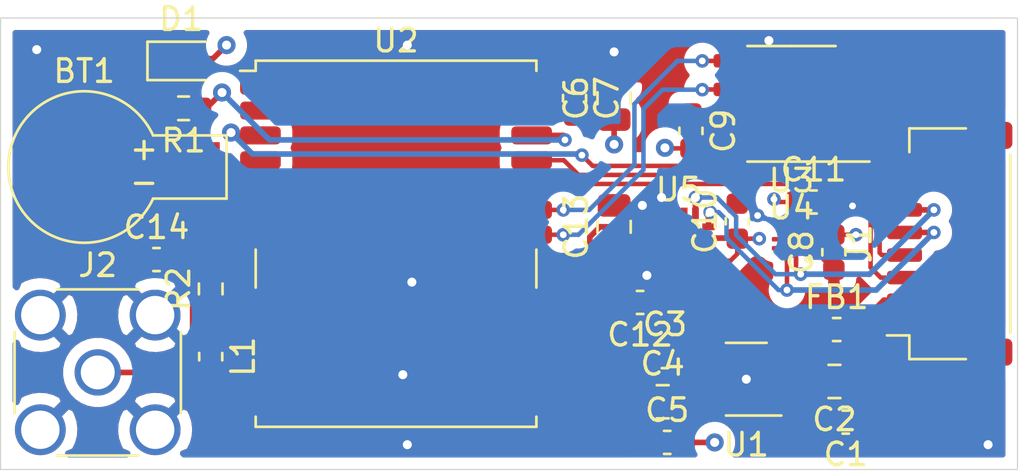
<source format=kicad_pcb>
(kicad_pcb (version 20171130) (host pcbnew 5.1.9-73d0e3b20d~88~ubuntu20.04.1)

  (general
    (thickness 1.6)
    (drawings 4)
    (tracks 189)
    (zones 0)
    (modules 27)
    (nets 21)
  )

  (page A4)
  (title_block
    (title RosalynGPS)
    (date 2020-12-29)
    (rev v1.0)
    (company www.2-0.dk)
  )

  (layers
    (0 F.Cu signal)
    (1 In1.Cu signal)
    (2 In2.Cu signal)
    (31 B.Cu signal)
    (32 B.Adhes user)
    (33 F.Adhes user)
    (34 B.Paste user)
    (35 F.Paste user)
    (36 B.SilkS user)
    (37 F.SilkS user)
    (38 B.Mask user)
    (39 F.Mask user)
    (40 Dwgs.User user)
    (41 Cmts.User user)
    (42 Eco1.User user)
    (43 Eco2.User user)
    (44 Edge.Cuts user)
    (45 Margin user)
    (46 B.CrtYd user)
    (47 F.CrtYd user)
    (48 B.Fab user hide)
    (49 F.Fab user hide)
  )

  (setup
    (last_trace_width 0.2)
    (user_trace_width 0.2)
    (trace_clearance 0.2)
    (zone_clearance 0.508)
    (zone_45_only no)
    (trace_min 0.2)
    (via_size 0.8)
    (via_drill 0.4)
    (via_min_size 0.4)
    (via_min_drill 0.3)
    (user_via 0.6 0.3)
    (uvia_size 0.3)
    (uvia_drill 0.1)
    (uvias_allowed no)
    (uvia_min_size 0.2)
    (uvia_min_drill 0.1)
    (edge_width 0.05)
    (segment_width 0.2)
    (pcb_text_width 0.3)
    (pcb_text_size 1.5 1.5)
    (mod_edge_width 0.12)
    (mod_text_size 1 1)
    (mod_text_width 0.15)
    (pad_size 1.524 1.524)
    (pad_drill 0.762)
    (pad_to_mask_clearance 0)
    (aux_axis_origin 0 0)
    (visible_elements FFFFFF7F)
    (pcbplotparams
      (layerselection 0x010fc_ffffffff)
      (usegerberextensions false)
      (usegerberattributes true)
      (usegerberadvancedattributes true)
      (creategerberjobfile true)
      (excludeedgelayer true)
      (linewidth 0.100000)
      (plotframeref false)
      (viasonmask false)
      (mode 1)
      (useauxorigin false)
      (hpglpennumber 1)
      (hpglpenspeed 20)
      (hpglpendiameter 15.000000)
      (psnegative false)
      (psa4output false)
      (plotreference true)
      (plotvalue true)
      (plotinvisibletext false)
      (padsonsilk false)
      (subtractmaskfromsilk false)
      (outputformat 1)
      (mirror false)
      (drillshape 1)
      (scaleselection 1)
      (outputdirectory ""))
  )

  (net 0 "")
  (net 1 vbat)
  (net 2 GND)
  (net 3 "Net-(C1-Pad2)")
  (net 4 "Net-(C3-Pad2)")
  (net 5 +3V3)
  (net 6 "Net-(C12-Pad2)")
  (net 7 "Net-(C12-Pad1)")
  (net 8 "Net-(C13-Pad1)")
  (net 9 "Net-(C14-Pad2)")
  (net 10 "Net-(D1-Pad1)")
  (net 11 +5V)
  (net 12 gps_tx)
  (net 13 gps_rx)
  (net 14 i2c_scl)
  (net 15 i2c_sda)
  (net 16 gps_pps)
  (net 17 "Net-(J2-Pad1)")
  (net 18 vcc_rf)
  (net 19 gps_scl)
  (net 20 gps_sda)

  (net_class Default "This is the default net class."
    (clearance 0.2)
    (trace_width 0.25)
    (via_dia 0.8)
    (via_drill 0.4)
    (uvia_dia 0.3)
    (uvia_drill 0.1)
    (add_net +3V3)
    (add_net +5V)
    (add_net GND)
    (add_net "Net-(C1-Pad2)")
    (add_net "Net-(C12-Pad1)")
    (add_net "Net-(C12-Pad2)")
    (add_net "Net-(C13-Pad1)")
    (add_net "Net-(C14-Pad2)")
    (add_net "Net-(C3-Pad2)")
    (add_net "Net-(D1-Pad1)")
    (add_net "Net-(J2-Pad1)")
    (add_net gps_pps)
    (add_net gps_rx)
    (add_net gps_scl)
    (add_net gps_sda)
    (add_net gps_tx)
    (add_net i2c_scl)
    (add_net i2c_sda)
    (add_net vbat)
    (add_net vcc_rf)
  )

  (module rosalyn-gps:HSCDTD008A (layer F.Cu) (tedit 5FEB9B2C) (tstamp 5FEB990F)
    (at 155 120)
    (path /5FF454F8)
    (attr smd)
    (fp_text reference U4 (at 0 -1.6) (layer F.SilkS)
      (effects (font (size 1 1) (thickness 0.15)))
    )
    (fp_text value HSCDTD008A (at 0 1.9) (layer F.Fab)
      (effects (font (size 1 1) (thickness 0.15)))
    )
    (fp_line (start -1.1 1.1) (end -1.1 -1.1) (layer F.CrtYd) (width 0.05))
    (fp_line (start 1.1 1.1) (end -1.1 1.1) (layer F.CrtYd) (width 0.05))
    (fp_line (start 1.1 -1.1) (end 1.1 1.1) (layer F.CrtYd) (width 0.05))
    (fp_line (start -1.1 -1.1) (end 1.1 -1.1) (layer F.CrtYd) (width 0.05))
    (fp_circle (center 0.7 0.7) (end 0.7 0.73) (layer F.SilkS) (width 0.12))
    (pad 7 smd roundrect (at -0.2 0.645 90) (size 0.45 0.2) (layers F.Cu F.Paste F.Mask) (roundrect_rratio 0.25)
      (net 14 i2c_scl))
    (pad 8 smd roundrect (at 0.2 0.645 90) (size 0.45 0.2) (layers F.Cu F.Paste F.Mask) (roundrect_rratio 0.25)
      (net 15 i2c_sda))
    (pad 3 smd roundrect (at 0.2 -0.645 90) (size 0.45 0.2) (layers F.Cu F.Paste F.Mask) (roundrect_rratio 0.25)
      (net 5 +3V3))
    (pad 4 smd roundrect (at -0.2 -0.645 90) (size 0.45 0.2) (layers F.Cu F.Paste F.Mask) (roundrect_rratio 0.25))
    (pad 6 smd roundrect (at -0.645 0.2) (size 0.45 0.2) (layers F.Cu F.Paste F.Mask) (roundrect_rratio 0.25))
    (pad 5 smd roundrect (at -0.645 -0.2) (size 0.45 0.2) (layers F.Cu F.Paste F.Mask) (roundrect_rratio 0.25))
    (pad 2 smd roundrect (at 0.645 -0.2) (size 0.45 0.2) (layers F.Cu F.Paste F.Mask) (roundrect_rratio 0.25)
      (net 5 +3V3))
    (pad 1 smd roundrect (at 0.645 0.2) (size 0.45 0.2) (layers F.Cu F.Paste F.Mask) (roundrect_rratio 0.25)
      (net 2 GND))
  )

  (module rosalyn-gps:HMC5883L (layer F.Cu) (tedit 5FEB9B5B) (tstamp 5FEB9928)
    (at 150 120)
    (path /5FF46E28)
    (attr smd)
    (fp_text reference U5 (at 0 -2.4) (layer F.SilkS)
      (effects (font (size 1 1) (thickness 0.15)))
    )
    (fp_text value HMC5883L (at 0 2.5) (layer F.Fab)
      (effects (font (size 1 1) (thickness 0.15)))
    )
    (fp_line (start -1.85 1.85) (end -1.85 -1.85) (layer F.CrtYd) (width 0.05))
    (fp_line (start 1.85 1.85) (end -1.85 1.85) (layer F.CrtYd) (width 0.05))
    (fp_line (start 1.85 -1.85) (end 1.85 1.85) (layer F.CrtYd) (width 0.05))
    (fp_line (start -1.85 -1.85) (end 1.85 -1.85) (layer F.CrtYd) (width 0.05))
    (fp_circle (center 1.3 -1.3) (end 1.36 -1.29) (layer F.SilkS) (width 0.12))
    (pad 16 smd rect (at 0.75 -1.325 270) (size 0.55 0.3) (layers F.Cu F.Paste F.Mask)
      (net 15 i2c_sda))
    (pad 15 smd rect (at 0.25 -1.325 270) (size 0.55 0.3) (layers F.Cu F.Paste F.Mask))
    (pad 14 smd rect (at -0.25 -1.325 270) (size 0.55 0.3) (layers F.Cu F.Paste F.Mask))
    (pad 13 smd rect (at -0.75 -1.325 270) (size 0.55 0.3) (layers F.Cu F.Paste F.Mask)
      (net 2 GND))
    (pad 12 smd rect (at -1.325 -0.75 180) (size 0.55 0.3) (layers F.Cu F.Paste F.Mask)
      (net 6 "Net-(C12-Pad2)"))
    (pad 11 smd rect (at -1.325 -0.25 180) (size 0.55 0.3) (layers F.Cu F.Paste F.Mask))
    (pad 10 smd rect (at -1.325 0.25 180) (size 0.55 0.3) (layers F.Cu F.Paste F.Mask)
      (net 8 "Net-(C13-Pad1)"))
    (pad 9 smd rect (at -1.325 0.75 180) (size 0.55 0.3) (layers F.Cu F.Paste F.Mask)
      (net 2 GND))
    (pad 8 smd rect (at -0.75 1.325 90) (size 0.55 0.3) (layers F.Cu F.Paste F.Mask)
      (net 7 "Net-(C12-Pad1)"))
    (pad 7 smd rect (at -0.25 1.325 90) (size 0.55 0.3) (layers F.Cu F.Paste F.Mask))
    (pad 6 smd rect (at 0.25 1.325 90) (size 0.55 0.3) (layers F.Cu F.Paste F.Mask))
    (pad 5 smd rect (at 0.75 1.325 90) (size 0.55 0.3) (layers F.Cu F.Paste F.Mask))
    (pad 4 smd rect (at 1.325 0.75) (size 0.55 0.3) (layers F.Cu F.Paste F.Mask)
      (net 5 +3V3))
    (pad 3 smd rect (at 1.325 0.25) (size 0.55 0.3) (layers F.Cu F.Paste F.Mask))
    (pad 2 smd rect (at 1.325 -0.25) (size 0.55 0.3) (layers F.Cu F.Paste F.Mask)
      (net 5 +3V3))
    (pad 1 smd rect (at 1.325 -0.75) (size 0.55 0.3) (layers F.Cu F.Paste F.Mask)
      (net 14 i2c_scl))
  )

  (module rosalyn-gps:MS621FE (layer F.Cu) (tedit 5FEB8F37) (tstamp 5FEB9720)
    (at 123.7 116.6)
    (path /5FEAC4EF)
    (fp_text reference BT1 (at 0 -4.25) (layer F.SilkS)
      (effects (font (size 1 1) (thickness 0.15)))
    )
    (fp_text value MS621FE (at 0 4.25) (layer F.Fab)
      (effects (font (size 1 1) (thickness 0.15)))
    )
    (fp_line (start 6.39 1.49) (end 3.1 1.49) (layer F.CrtYd) (width 0.05))
    (fp_line (start 6.39 -1.49) (end 6.39 1.49) (layer F.CrtYd) (width 0.05))
    (fp_line (start 3.1 -1.49) (end 6.39 -1.49) (layer F.CrtYd) (width 0.05))
    (fp_line (start 3.05 -1.4) (end 6.3 -1.4) (layer F.SilkS) (width 0.12))
    (fp_line (start 6.3 -1.4) (end 6.3 1.4) (layer F.SilkS) (width 0.12))
    (fp_line (start 6.3 1.4) (end 3.048306 1.399222) (layer F.SilkS) (width 0.12))
    (fp_arc (start 0 0) (end 3.05 -1.4) (angle -310.688218) (layer F.SilkS) (width 0.12))
    (fp_arc (start 0 0) (end 3.1 -1.49) (angle -308.6579323) (layer F.CrtYd) (width 0.05))
    (fp_text user - (at 2.65 0.65) (layer F.SilkS)
      (effects (font (size 1 1) (thickness 0.15)))
    )
    (fp_text user + (at 2.65 -0.825) (layer F.SilkS)
      (effects (font (size 1 1) (thickness 0.15)))
    )
    (pad 2 smd rect (at 5 0.75) (size 2 0.7) (layers F.Cu F.Paste F.Mask)
      (net 2 GND))
    (pad 1 smd rect (at 5 -0.75) (size 2 0.7) (layers F.Cu F.Paste F.Mask)
      (net 1 vbat))
  )

  (module Capacitor_SMD:C_0603_1608Metric (layer F.Cu) (tedit 5F68FEEE) (tstamp 5FEB9731)
    (at 157.4 127.9 180)
    (descr "Capacitor SMD 0603 (1608 Metric), square (rectangular) end terminal, IPC_7351 nominal, (Body size source: IPC-SM-782 page 76, https://www.pcb-3d.com/wordpress/wp-content/uploads/ipc-sm-782a_amendment_1_and_2.pdf), generated with kicad-footprint-generator")
    (tags capacitor)
    (path /5FEB3097)
    (attr smd)
    (fp_text reference C1 (at 0 -1.43) (layer F.SilkS)
      (effects (font (size 1 1) (thickness 0.15)))
    )
    (fp_text value 100n (at 0 1.43) (layer F.Fab)
      (effects (font (size 1 1) (thickness 0.15)))
    )
    (fp_line (start -0.8 0.4) (end -0.8 -0.4) (layer F.Fab) (width 0.1))
    (fp_line (start -0.8 -0.4) (end 0.8 -0.4) (layer F.Fab) (width 0.1))
    (fp_line (start 0.8 -0.4) (end 0.8 0.4) (layer F.Fab) (width 0.1))
    (fp_line (start 0.8 0.4) (end -0.8 0.4) (layer F.Fab) (width 0.1))
    (fp_line (start -0.14058 -0.51) (end 0.14058 -0.51) (layer F.SilkS) (width 0.12))
    (fp_line (start -0.14058 0.51) (end 0.14058 0.51) (layer F.SilkS) (width 0.12))
    (fp_line (start -1.48 0.73) (end -1.48 -0.73) (layer F.CrtYd) (width 0.05))
    (fp_line (start -1.48 -0.73) (end 1.48 -0.73) (layer F.CrtYd) (width 0.05))
    (fp_line (start 1.48 -0.73) (end 1.48 0.73) (layer F.CrtYd) (width 0.05))
    (fp_line (start 1.48 0.73) (end -1.48 0.73) (layer F.CrtYd) (width 0.05))
    (fp_text user %R (at 0 0) (layer F.Fab)
      (effects (font (size 0.4 0.4) (thickness 0.06)))
    )
    (pad 2 smd roundrect (at 0.775 0 180) (size 0.9 0.95) (layers F.Cu F.Paste F.Mask) (roundrect_rratio 0.25)
      (net 3 "Net-(C1-Pad2)"))
    (pad 1 smd roundrect (at -0.775 0 180) (size 0.9 0.95) (layers F.Cu F.Paste F.Mask) (roundrect_rratio 0.25)
      (net 2 GND))
    (model ${KISYS3DMOD}/Capacitor_SMD.3dshapes/C_0603_1608Metric.wrl
      (at (xyz 0 0 0))
      (scale (xyz 1 1 1))
      (rotate (xyz 0 0 0))
    )
  )

  (module Capacitor_SMD:C_0805_2012Metric (layer F.Cu) (tedit 5F68FEEE) (tstamp 5FEB9742)
    (at 156.9 126.1 180)
    (descr "Capacitor SMD 0805 (2012 Metric), square (rectangular) end terminal, IPC_7351 nominal, (Body size source: IPC-SM-782 page 76, https://www.pcb-3d.com/wordpress/wp-content/uploads/ipc-sm-782a_amendment_1_and_2.pdf, https://docs.google.com/spreadsheets/d/1BsfQQcO9C6DZCsRaXUlFlo91Tg2WpOkGARC1WS5S8t0/edit?usp=sharing), generated with kicad-footprint-generator")
    (tags capacitor)
    (path /5FEB5E27)
    (attr smd)
    (fp_text reference C2 (at 0 -1.68) (layer F.SilkS)
      (effects (font (size 1 1) (thickness 0.15)))
    )
    (fp_text value 1u (at 0 1.68) (layer F.Fab)
      (effects (font (size 1 1) (thickness 0.15)))
    )
    (fp_line (start -1 0.625) (end -1 -0.625) (layer F.Fab) (width 0.1))
    (fp_line (start -1 -0.625) (end 1 -0.625) (layer F.Fab) (width 0.1))
    (fp_line (start 1 -0.625) (end 1 0.625) (layer F.Fab) (width 0.1))
    (fp_line (start 1 0.625) (end -1 0.625) (layer F.Fab) (width 0.1))
    (fp_line (start -0.261252 -0.735) (end 0.261252 -0.735) (layer F.SilkS) (width 0.12))
    (fp_line (start -0.261252 0.735) (end 0.261252 0.735) (layer F.SilkS) (width 0.12))
    (fp_line (start -1.7 0.98) (end -1.7 -0.98) (layer F.CrtYd) (width 0.05))
    (fp_line (start -1.7 -0.98) (end 1.7 -0.98) (layer F.CrtYd) (width 0.05))
    (fp_line (start 1.7 -0.98) (end 1.7 0.98) (layer F.CrtYd) (width 0.05))
    (fp_line (start 1.7 0.98) (end -1.7 0.98) (layer F.CrtYd) (width 0.05))
    (fp_text user %R (at 0 0) (layer F.Fab)
      (effects (font (size 0.5 0.5) (thickness 0.08)))
    )
    (pad 2 smd roundrect (at 0.95 0 180) (size 1 1.45) (layers F.Cu F.Paste F.Mask) (roundrect_rratio 0.25)
      (net 3 "Net-(C1-Pad2)"))
    (pad 1 smd roundrect (at -0.95 0 180) (size 1 1.45) (layers F.Cu F.Paste F.Mask) (roundrect_rratio 0.25)
      (net 2 GND))
    (model ${KISYS3DMOD}/Capacitor_SMD.3dshapes/C_0805_2012Metric.wrl
      (at (xyz 0 0 0))
      (scale (xyz 1 1 1))
      (rotate (xyz 0 0 0))
    )
  )

  (module Capacitor_SMD:C_0603_1608Metric (layer F.Cu) (tedit 5F68FEEE) (tstamp 5FEB9753)
    (at 149.4 125)
    (descr "Capacitor SMD 0603 (1608 Metric), square (rectangular) end terminal, IPC_7351 nominal, (Body size source: IPC-SM-782 page 76, https://www.pcb-3d.com/wordpress/wp-content/uploads/ipc-sm-782a_amendment_1_and_2.pdf), generated with kicad-footprint-generator")
    (tags capacitor)
    (path /5FEBDD66)
    (attr smd)
    (fp_text reference C3 (at 0 -1.43) (layer F.SilkS)
      (effects (font (size 1 1) (thickness 0.15)))
    )
    (fp_text value 470p (at 0 1.43) (layer F.Fab)
      (effects (font (size 1 1) (thickness 0.15)))
    )
    (fp_line (start -0.8 0.4) (end -0.8 -0.4) (layer F.Fab) (width 0.1))
    (fp_line (start -0.8 -0.4) (end 0.8 -0.4) (layer F.Fab) (width 0.1))
    (fp_line (start 0.8 -0.4) (end 0.8 0.4) (layer F.Fab) (width 0.1))
    (fp_line (start 0.8 0.4) (end -0.8 0.4) (layer F.Fab) (width 0.1))
    (fp_line (start -0.14058 -0.51) (end 0.14058 -0.51) (layer F.SilkS) (width 0.12))
    (fp_line (start -0.14058 0.51) (end 0.14058 0.51) (layer F.SilkS) (width 0.12))
    (fp_line (start -1.48 0.73) (end -1.48 -0.73) (layer F.CrtYd) (width 0.05))
    (fp_line (start -1.48 -0.73) (end 1.48 -0.73) (layer F.CrtYd) (width 0.05))
    (fp_line (start 1.48 -0.73) (end 1.48 0.73) (layer F.CrtYd) (width 0.05))
    (fp_line (start 1.48 0.73) (end -1.48 0.73) (layer F.CrtYd) (width 0.05))
    (fp_text user %R (at 0 0) (layer F.Fab)
      (effects (font (size 0.4 0.4) (thickness 0.06)))
    )
    (pad 2 smd roundrect (at 0.775 0) (size 0.9 0.95) (layers F.Cu F.Paste F.Mask) (roundrect_rratio 0.25)
      (net 4 "Net-(C3-Pad2)"))
    (pad 1 smd roundrect (at -0.775 0) (size 0.9 0.95) (layers F.Cu F.Paste F.Mask) (roundrect_rratio 0.25)
      (net 2 GND))
    (model ${KISYS3DMOD}/Capacitor_SMD.3dshapes/C_0603_1608Metric.wrl
      (at (xyz 0 0 0))
      (scale (xyz 1 1 1))
      (rotate (xyz 0 0 0))
    )
  )

  (module Capacitor_SMD:C_0805_2012Metric (layer F.Cu) (tedit 5F68FEEE) (tstamp 5FEB9764)
    (at 149.3 127)
    (descr "Capacitor SMD 0805 (2012 Metric), square (rectangular) end terminal, IPC_7351 nominal, (Body size source: IPC-SM-782 page 76, https://www.pcb-3d.com/wordpress/wp-content/uploads/ipc-sm-782a_amendment_1_and_2.pdf, https://docs.google.com/spreadsheets/d/1BsfQQcO9C6DZCsRaXUlFlo91Tg2WpOkGARC1WS5S8t0/edit?usp=sharing), generated with kicad-footprint-generator")
    (tags capacitor)
    (path /5FEBF100)
    (attr smd)
    (fp_text reference C4 (at 0 -1.68) (layer F.SilkS)
      (effects (font (size 1 1) (thickness 0.15)))
    )
    (fp_text value 10u (at 0 1.68) (layer F.Fab)
      (effects (font (size 1 1) (thickness 0.15)))
    )
    (fp_line (start -1 0.625) (end -1 -0.625) (layer F.Fab) (width 0.1))
    (fp_line (start -1 -0.625) (end 1 -0.625) (layer F.Fab) (width 0.1))
    (fp_line (start 1 -0.625) (end 1 0.625) (layer F.Fab) (width 0.1))
    (fp_line (start 1 0.625) (end -1 0.625) (layer F.Fab) (width 0.1))
    (fp_line (start -0.261252 -0.735) (end 0.261252 -0.735) (layer F.SilkS) (width 0.12))
    (fp_line (start -0.261252 0.735) (end 0.261252 0.735) (layer F.SilkS) (width 0.12))
    (fp_line (start -1.7 0.98) (end -1.7 -0.98) (layer F.CrtYd) (width 0.05))
    (fp_line (start -1.7 -0.98) (end 1.7 -0.98) (layer F.CrtYd) (width 0.05))
    (fp_line (start 1.7 -0.98) (end 1.7 0.98) (layer F.CrtYd) (width 0.05))
    (fp_line (start 1.7 0.98) (end -1.7 0.98) (layer F.CrtYd) (width 0.05))
    (fp_text user %R (at 0 0) (layer F.Fab)
      (effects (font (size 0.5 0.5) (thickness 0.08)))
    )
    (pad 2 smd roundrect (at 0.95 0) (size 1 1.45) (layers F.Cu F.Paste F.Mask) (roundrect_rratio 0.25)
      (net 5 +3V3))
    (pad 1 smd roundrect (at -0.95 0) (size 1 1.45) (layers F.Cu F.Paste F.Mask) (roundrect_rratio 0.25)
      (net 2 GND))
    (model ${KISYS3DMOD}/Capacitor_SMD.3dshapes/C_0805_2012Metric.wrl
      (at (xyz 0 0 0))
      (scale (xyz 1 1 1))
      (rotate (xyz 0 0 0))
    )
  )

  (module Capacitor_SMD:C_0603_1608Metric (layer F.Cu) (tedit 5F68FEEE) (tstamp 5FEB9775)
    (at 149.5 128.8)
    (descr "Capacitor SMD 0603 (1608 Metric), square (rectangular) end terminal, IPC_7351 nominal, (Body size source: IPC-SM-782 page 76, https://www.pcb-3d.com/wordpress/wp-content/uploads/ipc-sm-782a_amendment_1_and_2.pdf), generated with kicad-footprint-generator")
    (tags capacitor)
    (path /5FEC16A4)
    (attr smd)
    (fp_text reference C5 (at 0 -1.43) (layer F.SilkS)
      (effects (font (size 1 1) (thickness 0.15)))
    )
    (fp_text value 100n (at 0 1.43) (layer F.Fab)
      (effects (font (size 1 1) (thickness 0.15)))
    )
    (fp_line (start -0.8 0.4) (end -0.8 -0.4) (layer F.Fab) (width 0.1))
    (fp_line (start -0.8 -0.4) (end 0.8 -0.4) (layer F.Fab) (width 0.1))
    (fp_line (start 0.8 -0.4) (end 0.8 0.4) (layer F.Fab) (width 0.1))
    (fp_line (start 0.8 0.4) (end -0.8 0.4) (layer F.Fab) (width 0.1))
    (fp_line (start -0.14058 -0.51) (end 0.14058 -0.51) (layer F.SilkS) (width 0.12))
    (fp_line (start -0.14058 0.51) (end 0.14058 0.51) (layer F.SilkS) (width 0.12))
    (fp_line (start -1.48 0.73) (end -1.48 -0.73) (layer F.CrtYd) (width 0.05))
    (fp_line (start -1.48 -0.73) (end 1.48 -0.73) (layer F.CrtYd) (width 0.05))
    (fp_line (start 1.48 -0.73) (end 1.48 0.73) (layer F.CrtYd) (width 0.05))
    (fp_line (start 1.48 0.73) (end -1.48 0.73) (layer F.CrtYd) (width 0.05))
    (fp_text user %R (at 0 0) (layer F.Fab)
      (effects (font (size 0.4 0.4) (thickness 0.06)))
    )
    (pad 2 smd roundrect (at 0.775 0) (size 0.9 0.95) (layers F.Cu F.Paste F.Mask) (roundrect_rratio 0.25)
      (net 5 +3V3))
    (pad 1 smd roundrect (at -0.775 0) (size 0.9 0.95) (layers F.Cu F.Paste F.Mask) (roundrect_rratio 0.25)
      (net 2 GND))
    (model ${KISYS3DMOD}/Capacitor_SMD.3dshapes/C_0603_1608Metric.wrl
      (at (xyz 0 0 0))
      (scale (xyz 1 1 1))
      (rotate (xyz 0 0 0))
    )
  )

  (module Capacitor_SMD:C_0805_2012Metric (layer F.Cu) (tedit 5F68FEEE) (tstamp 5FEB9786)
    (at 147.15 113.55 90)
    (descr "Capacitor SMD 0805 (2012 Metric), square (rectangular) end terminal, IPC_7351 nominal, (Body size source: IPC-SM-782 page 76, https://www.pcb-3d.com/wordpress/wp-content/uploads/ipc-sm-782a_amendment_1_and_2.pdf, https://docs.google.com/spreadsheets/d/1BsfQQcO9C6DZCsRaXUlFlo91Tg2WpOkGARC1WS5S8t0/edit?usp=sharing), generated with kicad-footprint-generator")
    (tags capacitor)
    (path /5FFDF43B)
    (attr smd)
    (fp_text reference C6 (at 0 -1.68 90) (layer F.SilkS)
      (effects (font (size 1 1) (thickness 0.15)))
    )
    (fp_text value 10u (at 0 1.68 90) (layer F.Fab)
      (effects (font (size 1 1) (thickness 0.15)))
    )
    (fp_line (start -1 0.625) (end -1 -0.625) (layer F.Fab) (width 0.1))
    (fp_line (start -1 -0.625) (end 1 -0.625) (layer F.Fab) (width 0.1))
    (fp_line (start 1 -0.625) (end 1 0.625) (layer F.Fab) (width 0.1))
    (fp_line (start 1 0.625) (end -1 0.625) (layer F.Fab) (width 0.1))
    (fp_line (start -0.261252 -0.735) (end 0.261252 -0.735) (layer F.SilkS) (width 0.12))
    (fp_line (start -0.261252 0.735) (end 0.261252 0.735) (layer F.SilkS) (width 0.12))
    (fp_line (start -1.7 0.98) (end -1.7 -0.98) (layer F.CrtYd) (width 0.05))
    (fp_line (start -1.7 -0.98) (end 1.7 -0.98) (layer F.CrtYd) (width 0.05))
    (fp_line (start 1.7 -0.98) (end 1.7 0.98) (layer F.CrtYd) (width 0.05))
    (fp_line (start 1.7 0.98) (end -1.7 0.98) (layer F.CrtYd) (width 0.05))
    (fp_text user %R (at 0 0 90) (layer F.Fab)
      (effects (font (size 0.5 0.5) (thickness 0.08)))
    )
    (pad 2 smd roundrect (at 0.95 0 90) (size 1 1.45) (layers F.Cu F.Paste F.Mask) (roundrect_rratio 0.25)
      (net 2 GND))
    (pad 1 smd roundrect (at -0.95 0 90) (size 1 1.45) (layers F.Cu F.Paste F.Mask) (roundrect_rratio 0.25)
      (net 5 +3V3))
    (model ${KISYS3DMOD}/Capacitor_SMD.3dshapes/C_0805_2012Metric.wrl
      (at (xyz 0 0 0))
      (scale (xyz 1 1 1))
      (rotate (xyz 0 0 0))
    )
  )

  (module Capacitor_SMD:C_0603_1608Metric (layer F.Cu) (tedit 5F68FEEE) (tstamp 5FEB9797)
    (at 145.4 113.55 270)
    (descr "Capacitor SMD 0603 (1608 Metric), square (rectangular) end terminal, IPC_7351 nominal, (Body size source: IPC-SM-782 page 76, https://www.pcb-3d.com/wordpress/wp-content/uploads/ipc-sm-782a_amendment_1_and_2.pdf), generated with kicad-footprint-generator")
    (tags capacitor)
    (path /5FFDED6C)
    (attr smd)
    (fp_text reference C7 (at 0 -1.43 90) (layer F.SilkS)
      (effects (font (size 1 1) (thickness 0.15)))
    )
    (fp_text value 100n (at 0 1.43 90) (layer F.Fab)
      (effects (font (size 1 1) (thickness 0.15)))
    )
    (fp_line (start -0.8 0.4) (end -0.8 -0.4) (layer F.Fab) (width 0.1))
    (fp_line (start -0.8 -0.4) (end 0.8 -0.4) (layer F.Fab) (width 0.1))
    (fp_line (start 0.8 -0.4) (end 0.8 0.4) (layer F.Fab) (width 0.1))
    (fp_line (start 0.8 0.4) (end -0.8 0.4) (layer F.Fab) (width 0.1))
    (fp_line (start -0.14058 -0.51) (end 0.14058 -0.51) (layer F.SilkS) (width 0.12))
    (fp_line (start -0.14058 0.51) (end 0.14058 0.51) (layer F.SilkS) (width 0.12))
    (fp_line (start -1.48 0.73) (end -1.48 -0.73) (layer F.CrtYd) (width 0.05))
    (fp_line (start -1.48 -0.73) (end 1.48 -0.73) (layer F.CrtYd) (width 0.05))
    (fp_line (start 1.48 -0.73) (end 1.48 0.73) (layer F.CrtYd) (width 0.05))
    (fp_line (start 1.48 0.73) (end -1.48 0.73) (layer F.CrtYd) (width 0.05))
    (fp_text user %R (at 0 0 90) (layer F.Fab)
      (effects (font (size 0.4 0.4) (thickness 0.06)))
    )
    (pad 2 smd roundrect (at 0.775 0 270) (size 0.9 0.95) (layers F.Cu F.Paste F.Mask) (roundrect_rratio 0.25)
      (net 5 +3V3))
    (pad 1 smd roundrect (at -0.775 0 270) (size 0.9 0.95) (layers F.Cu F.Paste F.Mask) (roundrect_rratio 0.25)
      (net 2 GND))
    (model ${KISYS3DMOD}/Capacitor_SMD.3dshapes/C_0603_1608Metric.wrl
      (at (xyz 0 0 0))
      (scale (xyz 1 1 1))
      (rotate (xyz 0 0 0))
    )
  )

  (module Capacitor_SMD:C_0603_1608Metric (layer F.Cu) (tedit 5F68FEEE) (tstamp 5FEB97A8)
    (at 156.875 120.375 90)
    (descr "Capacitor SMD 0603 (1608 Metric), square (rectangular) end terminal, IPC_7351 nominal, (Body size source: IPC-SM-782 page 76, https://www.pcb-3d.com/wordpress/wp-content/uploads/ipc-sm-782a_amendment_1_and_2.pdf), generated with kicad-footprint-generator")
    (tags capacitor)
    (path /5FF72ECB)
    (attr smd)
    (fp_text reference C8 (at 0 -1.43 90) (layer F.SilkS)
      (effects (font (size 1 1) (thickness 0.15)))
    )
    (fp_text value 100n (at 0 1.43 90) (layer F.Fab)
      (effects (font (size 1 1) (thickness 0.15)))
    )
    (fp_line (start -0.8 0.4) (end -0.8 -0.4) (layer F.Fab) (width 0.1))
    (fp_line (start -0.8 -0.4) (end 0.8 -0.4) (layer F.Fab) (width 0.1))
    (fp_line (start 0.8 -0.4) (end 0.8 0.4) (layer F.Fab) (width 0.1))
    (fp_line (start 0.8 0.4) (end -0.8 0.4) (layer F.Fab) (width 0.1))
    (fp_line (start -0.14058 -0.51) (end 0.14058 -0.51) (layer F.SilkS) (width 0.12))
    (fp_line (start -0.14058 0.51) (end 0.14058 0.51) (layer F.SilkS) (width 0.12))
    (fp_line (start -1.48 0.73) (end -1.48 -0.73) (layer F.CrtYd) (width 0.05))
    (fp_line (start -1.48 -0.73) (end 1.48 -0.73) (layer F.CrtYd) (width 0.05))
    (fp_line (start 1.48 -0.73) (end 1.48 0.73) (layer F.CrtYd) (width 0.05))
    (fp_line (start 1.48 0.73) (end -1.48 0.73) (layer F.CrtYd) (width 0.05))
    (fp_text user %R (at 0 0 90) (layer F.Fab)
      (effects (font (size 0.4 0.4) (thickness 0.06)))
    )
    (pad 2 smd roundrect (at 0.775 0 90) (size 0.9 0.95) (layers F.Cu F.Paste F.Mask) (roundrect_rratio 0.25)
      (net 5 +3V3))
    (pad 1 smd roundrect (at -0.775 0 90) (size 0.9 0.95) (layers F.Cu F.Paste F.Mask) (roundrect_rratio 0.25)
      (net 2 GND))
    (model ${KISYS3DMOD}/Capacitor_SMD.3dshapes/C_0603_1608Metric.wrl
      (at (xyz 0 0 0))
      (scale (xyz 1 1 1))
      (rotate (xyz 0 0 0))
    )
  )

  (module Capacitor_SMD:C_0603_1608Metric (layer F.Cu) (tedit 5F68FEEE) (tstamp 5FEB97B9)
    (at 150.55 115 270)
    (descr "Capacitor SMD 0603 (1608 Metric), square (rectangular) end terminal, IPC_7351 nominal, (Body size source: IPC-SM-782 page 76, https://www.pcb-3d.com/wordpress/wp-content/uploads/ipc-sm-782a_amendment_1_and_2.pdf), generated with kicad-footprint-generator")
    (tags capacitor)
    (path /5FFD9264)
    (attr smd)
    (fp_text reference C9 (at 0 -1.43 90) (layer F.SilkS)
      (effects (font (size 1 1) (thickness 0.15)))
    )
    (fp_text value 100n (at 0 1.43 90) (layer F.Fab)
      (effects (font (size 1 1) (thickness 0.15)))
    )
    (fp_line (start -0.8 0.4) (end -0.8 -0.4) (layer F.Fab) (width 0.1))
    (fp_line (start -0.8 -0.4) (end 0.8 -0.4) (layer F.Fab) (width 0.1))
    (fp_line (start 0.8 -0.4) (end 0.8 0.4) (layer F.Fab) (width 0.1))
    (fp_line (start 0.8 0.4) (end -0.8 0.4) (layer F.Fab) (width 0.1))
    (fp_line (start -0.14058 -0.51) (end 0.14058 -0.51) (layer F.SilkS) (width 0.12))
    (fp_line (start -0.14058 0.51) (end 0.14058 0.51) (layer F.SilkS) (width 0.12))
    (fp_line (start -1.48 0.73) (end -1.48 -0.73) (layer F.CrtYd) (width 0.05))
    (fp_line (start -1.48 -0.73) (end 1.48 -0.73) (layer F.CrtYd) (width 0.05))
    (fp_line (start 1.48 -0.73) (end 1.48 0.73) (layer F.CrtYd) (width 0.05))
    (fp_line (start 1.48 0.73) (end -1.48 0.73) (layer F.CrtYd) (width 0.05))
    (fp_text user %R (at 0 0 90) (layer F.Fab)
      (effects (font (size 0.4 0.4) (thickness 0.06)))
    )
    (pad 2 smd roundrect (at 0.775 0 270) (size 0.9 0.95) (layers F.Cu F.Paste F.Mask) (roundrect_rratio 0.25)
      (net 5 +3V3))
    (pad 1 smd roundrect (at -0.775 0 270) (size 0.9 0.95) (layers F.Cu F.Paste F.Mask) (roundrect_rratio 0.25)
      (net 2 GND))
    (model ${KISYS3DMOD}/Capacitor_SMD.3dshapes/C_0603_1608Metric.wrl
      (at (xyz 0 0 0))
      (scale (xyz 1 1 1))
      (rotate (xyz 0 0 0))
    )
  )

  (module Capacitor_SMD:C_0603_1608Metric (layer F.Cu) (tedit 5F68FEEE) (tstamp 5FEB97CA)
    (at 152.6 119 90)
    (descr "Capacitor SMD 0603 (1608 Metric), square (rectangular) end terminal, IPC_7351 nominal, (Body size source: IPC-SM-782 page 76, https://www.pcb-3d.com/wordpress/wp-content/uploads/ipc-sm-782a_amendment_1_and_2.pdf), generated with kicad-footprint-generator")
    (tags capacitor)
    (path /5FF5A00C)
    (attr smd)
    (fp_text reference C10 (at 0 -1.43 90) (layer F.SilkS)
      (effects (font (size 1 1) (thickness 0.15)))
    )
    (fp_text value 100n (at 0 1.43 90) (layer F.Fab)
      (effects (font (size 1 1) (thickness 0.15)))
    )
    (fp_line (start -0.8 0.4) (end -0.8 -0.4) (layer F.Fab) (width 0.1))
    (fp_line (start -0.8 -0.4) (end 0.8 -0.4) (layer F.Fab) (width 0.1))
    (fp_line (start 0.8 -0.4) (end 0.8 0.4) (layer F.Fab) (width 0.1))
    (fp_line (start 0.8 0.4) (end -0.8 0.4) (layer F.Fab) (width 0.1))
    (fp_line (start -0.14058 -0.51) (end 0.14058 -0.51) (layer F.SilkS) (width 0.12))
    (fp_line (start -0.14058 0.51) (end 0.14058 0.51) (layer F.SilkS) (width 0.12))
    (fp_line (start -1.48 0.73) (end -1.48 -0.73) (layer F.CrtYd) (width 0.05))
    (fp_line (start -1.48 -0.73) (end 1.48 -0.73) (layer F.CrtYd) (width 0.05))
    (fp_line (start 1.48 -0.73) (end 1.48 0.73) (layer F.CrtYd) (width 0.05))
    (fp_line (start 1.48 0.73) (end -1.48 0.73) (layer F.CrtYd) (width 0.05))
    (fp_text user %R (at 0 0 90) (layer F.Fab)
      (effects (font (size 0.4 0.4) (thickness 0.06)))
    )
    (pad 2 smd roundrect (at 0.775 0 90) (size 0.9 0.95) (layers F.Cu F.Paste F.Mask) (roundrect_rratio 0.25)
      (net 2 GND))
    (pad 1 smd roundrect (at -0.775 0 90) (size 0.9 0.95) (layers F.Cu F.Paste F.Mask) (roundrect_rratio 0.25)
      (net 5 +3V3))
    (model ${KISYS3DMOD}/Capacitor_SMD.3dshapes/C_0603_1608Metric.wrl
      (at (xyz 0 0 0))
      (scale (xyz 1 1 1))
      (rotate (xyz 0 0 0))
    )
  )

  (module Capacitor_SMD:C_0603_1608Metric (layer F.Cu) (tedit 5F68FEEE) (tstamp 5FEBA717)
    (at 155.975 118.15)
    (descr "Capacitor SMD 0603 (1608 Metric), square (rectangular) end terminal, IPC_7351 nominal, (Body size source: IPC-SM-782 page 76, https://www.pcb-3d.com/wordpress/wp-content/uploads/ipc-sm-782a_amendment_1_and_2.pdf), generated with kicad-footprint-generator")
    (tags capacitor)
    (path /5FF736BD)
    (attr smd)
    (fp_text reference C11 (at 0 -1.43) (layer F.SilkS)
      (effects (font (size 1 1) (thickness 0.15)))
    )
    (fp_text value 100n (at 0 1.43) (layer F.Fab)
      (effects (font (size 1 1) (thickness 0.15)))
    )
    (fp_line (start -0.8 0.4) (end -0.8 -0.4) (layer F.Fab) (width 0.1))
    (fp_line (start -0.8 -0.4) (end 0.8 -0.4) (layer F.Fab) (width 0.1))
    (fp_line (start 0.8 -0.4) (end 0.8 0.4) (layer F.Fab) (width 0.1))
    (fp_line (start 0.8 0.4) (end -0.8 0.4) (layer F.Fab) (width 0.1))
    (fp_line (start -0.14058 -0.51) (end 0.14058 -0.51) (layer F.SilkS) (width 0.12))
    (fp_line (start -0.14058 0.51) (end 0.14058 0.51) (layer F.SilkS) (width 0.12))
    (fp_line (start -1.48 0.73) (end -1.48 -0.73) (layer F.CrtYd) (width 0.05))
    (fp_line (start -1.48 -0.73) (end 1.48 -0.73) (layer F.CrtYd) (width 0.05))
    (fp_line (start 1.48 -0.73) (end 1.48 0.73) (layer F.CrtYd) (width 0.05))
    (fp_line (start 1.48 0.73) (end -1.48 0.73) (layer F.CrtYd) (width 0.05))
    (fp_text user %R (at 0 0) (layer F.Fab)
      (effects (font (size 0.4 0.4) (thickness 0.06)))
    )
    (pad 2 smd roundrect (at 0.775 0) (size 0.9 0.95) (layers F.Cu F.Paste F.Mask) (roundrect_rratio 0.25)
      (net 2 GND))
    (pad 1 smd roundrect (at -0.775 0) (size 0.9 0.95) (layers F.Cu F.Paste F.Mask) (roundrect_rratio 0.25)
      (net 5 +3V3))
    (model ${KISYS3DMOD}/Capacitor_SMD.3dshapes/C_0603_1608Metric.wrl
      (at (xyz 0 0 0))
      (scale (xyz 1 1 1))
      (rotate (xyz 0 0 0))
    )
  )

  (module Capacitor_SMD:C_0603_1608Metric (layer F.Cu) (tedit 5F68FEEE) (tstamp 5FEB97EC)
    (at 148.3 122.6 180)
    (descr "Capacitor SMD 0603 (1608 Metric), square (rectangular) end terminal, IPC_7351 nominal, (Body size source: IPC-SM-782 page 76, https://www.pcb-3d.com/wordpress/wp-content/uploads/ipc-sm-782a_amendment_1_and_2.pdf), generated with kicad-footprint-generator")
    (tags capacitor)
    (path /5FF52AF5)
    (attr smd)
    (fp_text reference C12 (at 0 -1.43) (layer F.SilkS)
      (effects (font (size 1 1) (thickness 0.15)))
    )
    (fp_text value 220n (at 0 1.43) (layer F.Fab)
      (effects (font (size 1 1) (thickness 0.15)))
    )
    (fp_line (start -0.8 0.4) (end -0.8 -0.4) (layer F.Fab) (width 0.1))
    (fp_line (start -0.8 -0.4) (end 0.8 -0.4) (layer F.Fab) (width 0.1))
    (fp_line (start 0.8 -0.4) (end 0.8 0.4) (layer F.Fab) (width 0.1))
    (fp_line (start 0.8 0.4) (end -0.8 0.4) (layer F.Fab) (width 0.1))
    (fp_line (start -0.14058 -0.51) (end 0.14058 -0.51) (layer F.SilkS) (width 0.12))
    (fp_line (start -0.14058 0.51) (end 0.14058 0.51) (layer F.SilkS) (width 0.12))
    (fp_line (start -1.48 0.73) (end -1.48 -0.73) (layer F.CrtYd) (width 0.05))
    (fp_line (start -1.48 -0.73) (end 1.48 -0.73) (layer F.CrtYd) (width 0.05))
    (fp_line (start 1.48 -0.73) (end 1.48 0.73) (layer F.CrtYd) (width 0.05))
    (fp_line (start 1.48 0.73) (end -1.48 0.73) (layer F.CrtYd) (width 0.05))
    (fp_text user %R (at 0 0) (layer F.Fab)
      (effects (font (size 0.4 0.4) (thickness 0.06)))
    )
    (pad 2 smd roundrect (at 0.775 0 180) (size 0.9 0.95) (layers F.Cu F.Paste F.Mask) (roundrect_rratio 0.25)
      (net 6 "Net-(C12-Pad2)"))
    (pad 1 smd roundrect (at -0.775 0 180) (size 0.9 0.95) (layers F.Cu F.Paste F.Mask) (roundrect_rratio 0.25)
      (net 7 "Net-(C12-Pad1)"))
    (model ${KISYS3DMOD}/Capacitor_SMD.3dshapes/C_0603_1608Metric.wrl
      (at (xyz 0 0 0))
      (scale (xyz 1 1 1))
      (rotate (xyz 0 0 0))
    )
  )

  (module Capacitor_SMD:C_0805_2012Metric (layer F.Cu) (tedit 5F68FEEE) (tstamp 5FEBA898)
    (at 147.15 119.25 90)
    (descr "Capacitor SMD 0805 (2012 Metric), square (rectangular) end terminal, IPC_7351 nominal, (Body size source: IPC-SM-782 page 76, https://www.pcb-3d.com/wordpress/wp-content/uploads/ipc-sm-782a_amendment_1_and_2.pdf, https://docs.google.com/spreadsheets/d/1BsfQQcO9C6DZCsRaXUlFlo91Tg2WpOkGARC1WS5S8t0/edit?usp=sharing), generated with kicad-footprint-generator")
    (tags capacitor)
    (path /5FF530C9)
    (attr smd)
    (fp_text reference C13 (at 0 -1.68 90) (layer F.SilkS)
      (effects (font (size 1 1) (thickness 0.15)))
    )
    (fp_text value 4,7u (at 0 1.68 90) (layer F.Fab)
      (effects (font (size 1 1) (thickness 0.15)))
    )
    (fp_line (start -1 0.625) (end -1 -0.625) (layer F.Fab) (width 0.1))
    (fp_line (start -1 -0.625) (end 1 -0.625) (layer F.Fab) (width 0.1))
    (fp_line (start 1 -0.625) (end 1 0.625) (layer F.Fab) (width 0.1))
    (fp_line (start 1 0.625) (end -1 0.625) (layer F.Fab) (width 0.1))
    (fp_line (start -0.261252 -0.735) (end 0.261252 -0.735) (layer F.SilkS) (width 0.12))
    (fp_line (start -0.261252 0.735) (end 0.261252 0.735) (layer F.SilkS) (width 0.12))
    (fp_line (start -1.7 0.98) (end -1.7 -0.98) (layer F.CrtYd) (width 0.05))
    (fp_line (start -1.7 -0.98) (end 1.7 -0.98) (layer F.CrtYd) (width 0.05))
    (fp_line (start 1.7 -0.98) (end 1.7 0.98) (layer F.CrtYd) (width 0.05))
    (fp_line (start 1.7 0.98) (end -1.7 0.98) (layer F.CrtYd) (width 0.05))
    (fp_text user %R (at 0 0 90) (layer F.Fab)
      (effects (font (size 0.5 0.5) (thickness 0.08)))
    )
    (pad 2 smd roundrect (at 0.95 0 90) (size 1 1.45) (layers F.Cu F.Paste F.Mask) (roundrect_rratio 0.25)
      (net 2 GND))
    (pad 1 smd roundrect (at -0.95 0 90) (size 1 1.45) (layers F.Cu F.Paste F.Mask) (roundrect_rratio 0.25)
      (net 8 "Net-(C13-Pad1)"))
    (model ${KISYS3DMOD}/Capacitor_SMD.3dshapes/C_0805_2012Metric.wrl
      (at (xyz 0 0 0))
      (scale (xyz 1 1 1))
      (rotate (xyz 0 0 0))
    )
  )

  (module Capacitor_SMD:C_0603_1608Metric (layer F.Cu) (tedit 5F68FEEE) (tstamp 5FEB980E)
    (at 126.9 120.7)
    (descr "Capacitor SMD 0603 (1608 Metric), square (rectangular) end terminal, IPC_7351 nominal, (Body size source: IPC-SM-782 page 76, https://www.pcb-3d.com/wordpress/wp-content/uploads/ipc-sm-782a_amendment_1_and_2.pdf), generated with kicad-footprint-generator")
    (tags capacitor)
    (path /6007EE87)
    (attr smd)
    (fp_text reference C14 (at 0 -1.43) (layer F.SilkS)
      (effects (font (size 1 1) (thickness 0.15)))
    )
    (fp_text value 10n (at 0 1.43) (layer F.Fab)
      (effects (font (size 1 1) (thickness 0.15)))
    )
    (fp_line (start -0.8 0.4) (end -0.8 -0.4) (layer F.Fab) (width 0.1))
    (fp_line (start -0.8 -0.4) (end 0.8 -0.4) (layer F.Fab) (width 0.1))
    (fp_line (start 0.8 -0.4) (end 0.8 0.4) (layer F.Fab) (width 0.1))
    (fp_line (start 0.8 0.4) (end -0.8 0.4) (layer F.Fab) (width 0.1))
    (fp_line (start -0.14058 -0.51) (end 0.14058 -0.51) (layer F.SilkS) (width 0.12))
    (fp_line (start -0.14058 0.51) (end 0.14058 0.51) (layer F.SilkS) (width 0.12))
    (fp_line (start -1.48 0.73) (end -1.48 -0.73) (layer F.CrtYd) (width 0.05))
    (fp_line (start -1.48 -0.73) (end 1.48 -0.73) (layer F.CrtYd) (width 0.05))
    (fp_line (start 1.48 -0.73) (end 1.48 0.73) (layer F.CrtYd) (width 0.05))
    (fp_line (start 1.48 0.73) (end -1.48 0.73) (layer F.CrtYd) (width 0.05))
    (fp_text user %R (at 0 0) (layer F.Fab)
      (effects (font (size 0.4 0.4) (thickness 0.06)))
    )
    (pad 2 smd roundrect (at 0.775 0) (size 0.9 0.95) (layers F.Cu F.Paste F.Mask) (roundrect_rratio 0.25)
      (net 9 "Net-(C14-Pad2)"))
    (pad 1 smd roundrect (at -0.775 0) (size 0.9 0.95) (layers F.Cu F.Paste F.Mask) (roundrect_rratio 0.25)
      (net 2 GND))
    (model ${KISYS3DMOD}/Capacitor_SMD.3dshapes/C_0603_1608Metric.wrl
      (at (xyz 0 0 0))
      (scale (xyz 1 1 1))
      (rotate (xyz 0 0 0))
    )
  )

  (module Diode_SMD:D_SOD-323 (layer F.Cu) (tedit 58641739) (tstamp 5FEB9826)
    (at 128 111.9)
    (descr SOD-323)
    (tags SOD-323)
    (path /5FEB27EA)
    (attr smd)
    (fp_text reference D1 (at 0 -1.85) (layer F.SilkS)
      (effects (font (size 1 1) (thickness 0.15)))
    )
    (fp_text value 1N5817 (at 0.1 1.9) (layer F.Fab)
      (effects (font (size 1 1) (thickness 0.15)))
    )
    (fp_line (start -1.5 -0.85) (end -1.5 0.85) (layer F.SilkS) (width 0.12))
    (fp_line (start 0.2 0) (end 0.45 0) (layer F.Fab) (width 0.1))
    (fp_line (start 0.2 0.35) (end -0.3 0) (layer F.Fab) (width 0.1))
    (fp_line (start 0.2 -0.35) (end 0.2 0.35) (layer F.Fab) (width 0.1))
    (fp_line (start -0.3 0) (end 0.2 -0.35) (layer F.Fab) (width 0.1))
    (fp_line (start -0.3 0) (end -0.5 0) (layer F.Fab) (width 0.1))
    (fp_line (start -0.3 -0.35) (end -0.3 0.35) (layer F.Fab) (width 0.1))
    (fp_line (start -0.9 0.7) (end -0.9 -0.7) (layer F.Fab) (width 0.1))
    (fp_line (start 0.9 0.7) (end -0.9 0.7) (layer F.Fab) (width 0.1))
    (fp_line (start 0.9 -0.7) (end 0.9 0.7) (layer F.Fab) (width 0.1))
    (fp_line (start -0.9 -0.7) (end 0.9 -0.7) (layer F.Fab) (width 0.1))
    (fp_line (start -1.6 -0.95) (end 1.6 -0.95) (layer F.CrtYd) (width 0.05))
    (fp_line (start 1.6 -0.95) (end 1.6 0.95) (layer F.CrtYd) (width 0.05))
    (fp_line (start -1.6 0.95) (end 1.6 0.95) (layer F.CrtYd) (width 0.05))
    (fp_line (start -1.6 -0.95) (end -1.6 0.95) (layer F.CrtYd) (width 0.05))
    (fp_line (start -1.5 0.85) (end 1.05 0.85) (layer F.SilkS) (width 0.12))
    (fp_line (start -1.5 -0.85) (end 1.05 -0.85) (layer F.SilkS) (width 0.12))
    (fp_text user %R (at 0 -1.85) (layer F.Fab)
      (effects (font (size 1 1) (thickness 0.15)))
    )
    (pad 2 smd rect (at 1.05 0) (size 0.6 0.45) (layers F.Cu F.Paste F.Mask)
      (net 5 +3V3))
    (pad 1 smd rect (at -1.05 0) (size 0.6 0.45) (layers F.Cu F.Paste F.Mask)
      (net 10 "Net-(D1-Pad1)"))
    (model ${KISYS3DMOD}/Diode_SMD.3dshapes/D_SOD-323.wrl
      (at (xyz 0 0 0))
      (scale (xyz 1 1 1))
      (rotate (xyz 0 0 0))
    )
  )

  (module Inductor_SMD:L_0603_1608Metric (layer F.Cu) (tedit 5F68FEF0) (tstamp 5FEB9837)
    (at 157 123.8)
    (descr "Inductor SMD 0603 (1608 Metric), square (rectangular) end terminal, IPC_7351 nominal, (Body size source: http://www.tortai-tech.com/upload/download/2011102023233369053.pdf), generated with kicad-footprint-generator")
    (tags inductor)
    (path /5FEB1493)
    (attr smd)
    (fp_text reference FB1 (at 0 -1.43) (layer F.SilkS)
      (effects (font (size 1 1) (thickness 0.15)))
    )
    (fp_text value 200 (at 0 1.43) (layer F.Fab)
      (effects (font (size 1 1) (thickness 0.15)))
    )
    (fp_line (start -0.8 0.4) (end -0.8 -0.4) (layer F.Fab) (width 0.1))
    (fp_line (start -0.8 -0.4) (end 0.8 -0.4) (layer F.Fab) (width 0.1))
    (fp_line (start 0.8 -0.4) (end 0.8 0.4) (layer F.Fab) (width 0.1))
    (fp_line (start 0.8 0.4) (end -0.8 0.4) (layer F.Fab) (width 0.1))
    (fp_line (start -0.162779 -0.51) (end 0.162779 -0.51) (layer F.SilkS) (width 0.12))
    (fp_line (start -0.162779 0.51) (end 0.162779 0.51) (layer F.SilkS) (width 0.12))
    (fp_line (start -1.48 0.73) (end -1.48 -0.73) (layer F.CrtYd) (width 0.05))
    (fp_line (start -1.48 -0.73) (end 1.48 -0.73) (layer F.CrtYd) (width 0.05))
    (fp_line (start 1.48 -0.73) (end 1.48 0.73) (layer F.CrtYd) (width 0.05))
    (fp_line (start 1.48 0.73) (end -1.48 0.73) (layer F.CrtYd) (width 0.05))
    (fp_text user %R (at 0 0) (layer F.Fab)
      (effects (font (size 0.4 0.4) (thickness 0.06)))
    )
    (pad 2 smd roundrect (at 0.7875 0) (size 0.875 0.95) (layers F.Cu F.Paste F.Mask) (roundrect_rratio 0.25)
      (net 11 +5V))
    (pad 1 smd roundrect (at -0.7875 0) (size 0.875 0.95) (layers F.Cu F.Paste F.Mask) (roundrect_rratio 0.25)
      (net 3 "Net-(C1-Pad2)"))
    (model ${KISYS3DMOD}/Inductor_SMD.3dshapes/L_0603_1608Metric.wrl
      (at (xyz 0 0 0))
      (scale (xyz 1 1 1))
      (rotate (xyz 0 0 0))
    )
  )

  (module Connector_JST:JST_SH_SM08B-SRSS-TB_1x08-1MP_P1.00mm_Horizontal (layer F.Cu) (tedit 5B78AD87) (tstamp 5FEB9856)
    (at 162 120 90)
    (descr "JST SH series connector, SM08B-SRSS-TB (http://www.jst-mfg.com/product/pdf/eng/eSH.pdf), generated with kicad-footprint-generator")
    (tags "connector JST SH top entry")
    (path /5FFFF3FC)
    (attr smd)
    (fp_text reference J1 (at 0 -3.98 90) (layer F.SilkS)
      (effects (font (size 1 1) (thickness 0.15)))
    )
    (fp_text value GpsMag (at 0 3.98 90) (layer F.Fab)
      (effects (font (size 1 1) (thickness 0.15)))
    )
    (fp_line (start -5 -1.675) (end 5 -1.675) (layer F.Fab) (width 0.1))
    (fp_line (start -5.11 0.715) (end -5.11 -1.785) (layer F.SilkS) (width 0.12))
    (fp_line (start -5.11 -1.785) (end -4.06 -1.785) (layer F.SilkS) (width 0.12))
    (fp_line (start -4.06 -1.785) (end -4.06 -2.775) (layer F.SilkS) (width 0.12))
    (fp_line (start 5.11 0.715) (end 5.11 -1.785) (layer F.SilkS) (width 0.12))
    (fp_line (start 5.11 -1.785) (end 4.06 -1.785) (layer F.SilkS) (width 0.12))
    (fp_line (start -3.94 2.685) (end 3.94 2.685) (layer F.SilkS) (width 0.12))
    (fp_line (start -5 2.575) (end 5 2.575) (layer F.Fab) (width 0.1))
    (fp_line (start -5 -1.675) (end -5 2.575) (layer F.Fab) (width 0.1))
    (fp_line (start 5 -1.675) (end 5 2.575) (layer F.Fab) (width 0.1))
    (fp_line (start -5.9 -3.28) (end -5.9 3.28) (layer F.CrtYd) (width 0.05))
    (fp_line (start -5.9 3.28) (end 5.9 3.28) (layer F.CrtYd) (width 0.05))
    (fp_line (start 5.9 3.28) (end 5.9 -3.28) (layer F.CrtYd) (width 0.05))
    (fp_line (start 5.9 -3.28) (end -5.9 -3.28) (layer F.CrtYd) (width 0.05))
    (fp_line (start -4 -1.675) (end -3.5 -0.967893) (layer F.Fab) (width 0.1))
    (fp_line (start -3.5 -0.967893) (end -3 -1.675) (layer F.Fab) (width 0.1))
    (fp_text user %R (at 0 0 90) (layer F.Fab)
      (effects (font (size 1 1) (thickness 0.15)))
    )
    (pad MP smd roundrect (at 4.8 1.875 90) (size 1.2 1.8) (layers F.Cu F.Paste F.Mask) (roundrect_rratio 0.208333))
    (pad MP smd roundrect (at -4.8 1.875 90) (size 1.2 1.8) (layers F.Cu F.Paste F.Mask) (roundrect_rratio 0.208333))
    (pad 8 smd roundrect (at 3.5 -2 90) (size 0.6 1.55) (layers F.Cu F.Paste F.Mask) (roundrect_rratio 0.25))
    (pad 7 smd roundrect (at 2.5 -2 90) (size 0.6 1.55) (layers F.Cu F.Paste F.Mask) (roundrect_rratio 0.25)
      (net 16 gps_pps))
    (pad 6 smd roundrect (at 1.5 -2 90) (size 0.6 1.55) (layers F.Cu F.Paste F.Mask) (roundrect_rratio 0.25)
      (net 15 i2c_sda))
    (pad 5 smd roundrect (at 0.5 -2 90) (size 0.6 1.55) (layers F.Cu F.Paste F.Mask) (roundrect_rratio 0.25)
      (net 14 i2c_scl))
    (pad 4 smd roundrect (at -0.5 -2 90) (size 0.6 1.55) (layers F.Cu F.Paste F.Mask) (roundrect_rratio 0.25)
      (net 13 gps_rx))
    (pad 3 smd roundrect (at -1.5 -2 90) (size 0.6 1.55) (layers F.Cu F.Paste F.Mask) (roundrect_rratio 0.25)
      (net 12 gps_tx))
    (pad 2 smd roundrect (at -2.5 -2 90) (size 0.6 1.55) (layers F.Cu F.Paste F.Mask) (roundrect_rratio 0.25)
      (net 11 +5V))
    (pad 1 smd roundrect (at -3.5 -2 90) (size 0.6 1.55) (layers F.Cu F.Paste F.Mask) (roundrect_rratio 0.25)
      (net 2 GND))
    (model ${KISYS3DMOD}/Connector_JST.3dshapes/JST_SH_SM08B-SRSS-TB_1x08-1MP_P1.00mm_Horizontal.wrl
      (at (xyz 0 0 0))
      (scale (xyz 1 1 1))
      (rotate (xyz 0 0 0))
    )
  )

  (module Connector_Coaxial:SMA_Wurth_60312002114503_Vertical (layer F.Cu) (tedit 5E1B8DC8) (tstamp 5FEB986D)
    (at 124.3 125.7)
    (descr https://www.we-online.de/katalog/datasheet/60312002114503.pdf)
    (tags "SMA THT Female Jack Vertical ExtendedLegs")
    (path /5FEA2FBE)
    (fp_text reference J2 (at 0 -4.75) (layer F.SilkS)
      (effects (font (size 1 1) (thickness 0.15)))
    )
    (fp_text value SMA (at 0 5) (layer F.Fab)
      (effects (font (size 1 1) (thickness 0.15)))
    )
    (fp_circle (center 0 0) (end 3.175 0) (layer F.Fab) (width 0.1))
    (fp_line (start 4.17 4.17) (end -4.17 4.17) (layer F.CrtYd) (width 0.05))
    (fp_line (start 4.17 4.17) (end 4.17 -4.17) (layer F.CrtYd) (width 0.05))
    (fp_line (start -4.17 -4.17) (end -4.17 4.17) (layer F.CrtYd) (width 0.05))
    (fp_line (start -4.17 -4.17) (end 4.17 -4.17) (layer F.CrtYd) (width 0.05))
    (fp_line (start -3.5 -3.5) (end 3.5 -3.5) (layer F.Fab) (width 0.1))
    (fp_line (start -3.5 -3.5) (end -3.5 3.5) (layer F.Fab) (width 0.1))
    (fp_line (start -3.5 3.5) (end 3.5 3.5) (layer F.Fab) (width 0.1))
    (fp_line (start 3.5 -3.5) (end 3.5 3.5) (layer F.Fab) (width 0.1))
    (fp_line (start -3.68 -1.8) (end -3.68 1.8) (layer F.SilkS) (width 0.12))
    (fp_line (start 3.68 -1.8) (end 3.68 1.8) (layer F.SilkS) (width 0.12))
    (fp_line (start -1.8 3.68) (end 1.8 3.68) (layer F.SilkS) (width 0.12))
    (fp_line (start -1.8 -3.68) (end 1.8 -3.68) (layer F.SilkS) (width 0.12))
    (fp_text user %R (at 0 0) (layer F.Fab)
      (effects (font (size 1 1) (thickness 0.15)))
    )
    (pad 2 thru_hole circle (at -2.54 2.54) (size 2.25 2.25) (drill 1.7) (layers *.Cu *.Mask)
      (net 2 GND))
    (pad 2 thru_hole circle (at -2.54 -2.54) (size 2.25 2.25) (drill 1.7) (layers *.Cu *.Mask)
      (net 2 GND))
    (pad 2 thru_hole circle (at 2.54 -2.54) (size 2.25 2.25) (drill 1.7) (layers *.Cu *.Mask)
      (net 2 GND))
    (pad 2 thru_hole circle (at 2.54 2.54) (size 2.25 2.25) (drill 1.7) (layers *.Cu *.Mask)
      (net 2 GND))
    (pad 1 thru_hole circle (at 0 0) (size 2.05 2.05) (drill 1.5) (layers *.Cu *.Mask)
      (net 17 "Net-(J2-Pad1)"))
    (model ${KISYS3DMOD}/Connector_Coaxial.3dshapes/SMA_Wurth_60312002114503_Vertical.wrl
      (at (xyz 0 0 0))
      (scale (xyz 1 1 1))
      (rotate (xyz 0 0 0))
    )
  )

  (module Inductor_SMD:L_0603_1608Metric (layer F.Cu) (tedit 5F68FEF0) (tstamp 5FEB987E)
    (at 129.3 125 270)
    (descr "Inductor SMD 0603 (1608 Metric), square (rectangular) end terminal, IPC_7351 nominal, (Body size source: http://www.tortai-tech.com/upload/download/2011102023233369053.pdf), generated with kicad-footprint-generator")
    (tags inductor)
    (path /5FEA673E)
    (attr smd)
    (fp_text reference L1 (at 0 -1.43 90) (layer F.SilkS)
      (effects (font (size 1 1) (thickness 0.15)))
    )
    (fp_text value 27n (at 0 1.43 90) (layer F.Fab)
      (effects (font (size 1 1) (thickness 0.15)))
    )
    (fp_line (start -0.8 0.4) (end -0.8 -0.4) (layer F.Fab) (width 0.1))
    (fp_line (start -0.8 -0.4) (end 0.8 -0.4) (layer F.Fab) (width 0.1))
    (fp_line (start 0.8 -0.4) (end 0.8 0.4) (layer F.Fab) (width 0.1))
    (fp_line (start 0.8 0.4) (end -0.8 0.4) (layer F.Fab) (width 0.1))
    (fp_line (start -0.162779 -0.51) (end 0.162779 -0.51) (layer F.SilkS) (width 0.12))
    (fp_line (start -0.162779 0.51) (end 0.162779 0.51) (layer F.SilkS) (width 0.12))
    (fp_line (start -1.48 0.73) (end -1.48 -0.73) (layer F.CrtYd) (width 0.05))
    (fp_line (start -1.48 -0.73) (end 1.48 -0.73) (layer F.CrtYd) (width 0.05))
    (fp_line (start 1.48 -0.73) (end 1.48 0.73) (layer F.CrtYd) (width 0.05))
    (fp_line (start 1.48 0.73) (end -1.48 0.73) (layer F.CrtYd) (width 0.05))
    (fp_text user %R (at 0 0 90) (layer F.Fab)
      (effects (font (size 0.4 0.4) (thickness 0.06)))
    )
    (pad 2 smd roundrect (at 0.7875 0 270) (size 0.875 0.95) (layers F.Cu F.Paste F.Mask) (roundrect_rratio 0.25)
      (net 17 "Net-(J2-Pad1)"))
    (pad 1 smd roundrect (at -0.7875 0 270) (size 0.875 0.95) (layers F.Cu F.Paste F.Mask) (roundrect_rratio 0.25)
      (net 9 "Net-(C14-Pad2)"))
    (model ${KISYS3DMOD}/Inductor_SMD.3dshapes/L_0603_1608Metric.wrl
      (at (xyz 0 0 0))
      (scale (xyz 1 1 1))
      (rotate (xyz 0 0 0))
    )
  )

  (module Resistor_SMD:R_0603_1608Metric (layer F.Cu) (tedit 5F68FEEE) (tstamp 5FEB988F)
    (at 128.1 114 180)
    (descr "Resistor SMD 0603 (1608 Metric), square (rectangular) end terminal, IPC_7351 nominal, (Body size source: IPC-SM-782 page 72, https://www.pcb-3d.com/wordpress/wp-content/uploads/ipc-sm-782a_amendment_1_and_2.pdf), generated with kicad-footprint-generator")
    (tags resistor)
    (path /5FEB1E39)
    (attr smd)
    (fp_text reference R1 (at 0 -1.43) (layer F.SilkS)
      (effects (font (size 1 1) (thickness 0.15)))
    )
    (fp_text value 1k (at 0 1.43) (layer F.Fab)
      (effects (font (size 1 1) (thickness 0.15)))
    )
    (fp_line (start -0.8 0.4125) (end -0.8 -0.4125) (layer F.Fab) (width 0.1))
    (fp_line (start -0.8 -0.4125) (end 0.8 -0.4125) (layer F.Fab) (width 0.1))
    (fp_line (start 0.8 -0.4125) (end 0.8 0.4125) (layer F.Fab) (width 0.1))
    (fp_line (start 0.8 0.4125) (end -0.8 0.4125) (layer F.Fab) (width 0.1))
    (fp_line (start -0.237258 -0.5225) (end 0.237258 -0.5225) (layer F.SilkS) (width 0.12))
    (fp_line (start -0.237258 0.5225) (end 0.237258 0.5225) (layer F.SilkS) (width 0.12))
    (fp_line (start -1.48 0.73) (end -1.48 -0.73) (layer F.CrtYd) (width 0.05))
    (fp_line (start -1.48 -0.73) (end 1.48 -0.73) (layer F.CrtYd) (width 0.05))
    (fp_line (start 1.48 -0.73) (end 1.48 0.73) (layer F.CrtYd) (width 0.05))
    (fp_line (start 1.48 0.73) (end -1.48 0.73) (layer F.CrtYd) (width 0.05))
    (fp_text user %R (at 0 0) (layer F.Fab)
      (effects (font (size 0.4 0.4) (thickness 0.06)))
    )
    (pad 2 smd roundrect (at 0.825 0 180) (size 0.8 0.95) (layers F.Cu F.Paste F.Mask) (roundrect_rratio 0.25)
      (net 10 "Net-(D1-Pad1)"))
    (pad 1 smd roundrect (at -0.825 0 180) (size 0.8 0.95) (layers F.Cu F.Paste F.Mask) (roundrect_rratio 0.25)
      (net 1 vbat))
    (model ${KISYS3DMOD}/Resistor_SMD.3dshapes/R_0603_1608Metric.wrl
      (at (xyz 0 0 0))
      (scale (xyz 1 1 1))
      (rotate (xyz 0 0 0))
    )
  )

  (module Resistor_SMD:R_0603_1608Metric (layer F.Cu) (tedit 5F68FEEE) (tstamp 5FEB98A0)
    (at 129.3 122 90)
    (descr "Resistor SMD 0603 (1608 Metric), square (rectangular) end terminal, IPC_7351 nominal, (Body size source: IPC-SM-782 page 72, https://www.pcb-3d.com/wordpress/wp-content/uploads/ipc-sm-782a_amendment_1_and_2.pdf), generated with kicad-footprint-generator")
    (tags resistor)
    (path /5FEA708F)
    (attr smd)
    (fp_text reference R2 (at 0 -1.43 90) (layer F.SilkS)
      (effects (font (size 1 1) (thickness 0.15)))
    )
    (fp_text value 10 (at 0 1.43 90) (layer F.Fab)
      (effects (font (size 1 1) (thickness 0.15)))
    )
    (fp_line (start -0.8 0.4125) (end -0.8 -0.4125) (layer F.Fab) (width 0.1))
    (fp_line (start -0.8 -0.4125) (end 0.8 -0.4125) (layer F.Fab) (width 0.1))
    (fp_line (start 0.8 -0.4125) (end 0.8 0.4125) (layer F.Fab) (width 0.1))
    (fp_line (start 0.8 0.4125) (end -0.8 0.4125) (layer F.Fab) (width 0.1))
    (fp_line (start -0.237258 -0.5225) (end 0.237258 -0.5225) (layer F.SilkS) (width 0.12))
    (fp_line (start -0.237258 0.5225) (end 0.237258 0.5225) (layer F.SilkS) (width 0.12))
    (fp_line (start -1.48 0.73) (end -1.48 -0.73) (layer F.CrtYd) (width 0.05))
    (fp_line (start -1.48 -0.73) (end 1.48 -0.73) (layer F.CrtYd) (width 0.05))
    (fp_line (start 1.48 -0.73) (end 1.48 0.73) (layer F.CrtYd) (width 0.05))
    (fp_line (start 1.48 0.73) (end -1.48 0.73) (layer F.CrtYd) (width 0.05))
    (fp_text user %R (at 0 0 90) (layer F.Fab)
      (effects (font (size 0.4 0.4) (thickness 0.06)))
    )
    (pad 2 smd roundrect (at 0.825 0 90) (size 0.8 0.95) (layers F.Cu F.Paste F.Mask) (roundrect_rratio 0.25)
      (net 9 "Net-(C14-Pad2)"))
    (pad 1 smd roundrect (at -0.825 0 90) (size 0.8 0.95) (layers F.Cu F.Paste F.Mask) (roundrect_rratio 0.25)
      (net 18 vcc_rf))
    (model ${KISYS3DMOD}/Resistor_SMD.3dshapes/R_0603_1608Metric.wrl
      (at (xyz 0 0 0))
      (scale (xyz 1 1 1))
      (rotate (xyz 0 0 0))
    )
  )

  (module Package_TO_SOT_SMD:SOT-23-5 (layer F.Cu) (tedit 5A02FF57) (tstamp 5FEB98B5)
    (at 153 126 180)
    (descr "5-pin SOT23 package")
    (tags SOT-23-5)
    (path /5FEAE492)
    (attr smd)
    (fp_text reference U1 (at 0 -2.9) (layer F.SilkS)
      (effects (font (size 1 1) (thickness 0.15)))
    )
    (fp_text value MIC5219-3.3YM5 (at 0 2.9) (layer F.Fab)
      (effects (font (size 1 1) (thickness 0.15)))
    )
    (fp_line (start -0.9 1.61) (end 0.9 1.61) (layer F.SilkS) (width 0.12))
    (fp_line (start 0.9 -1.61) (end -1.55 -1.61) (layer F.SilkS) (width 0.12))
    (fp_line (start -1.9 -1.8) (end 1.9 -1.8) (layer F.CrtYd) (width 0.05))
    (fp_line (start 1.9 -1.8) (end 1.9 1.8) (layer F.CrtYd) (width 0.05))
    (fp_line (start 1.9 1.8) (end -1.9 1.8) (layer F.CrtYd) (width 0.05))
    (fp_line (start -1.9 1.8) (end -1.9 -1.8) (layer F.CrtYd) (width 0.05))
    (fp_line (start -0.9 -0.9) (end -0.25 -1.55) (layer F.Fab) (width 0.1))
    (fp_line (start 0.9 -1.55) (end -0.25 -1.55) (layer F.Fab) (width 0.1))
    (fp_line (start -0.9 -0.9) (end -0.9 1.55) (layer F.Fab) (width 0.1))
    (fp_line (start 0.9 1.55) (end -0.9 1.55) (layer F.Fab) (width 0.1))
    (fp_line (start 0.9 -1.55) (end 0.9 1.55) (layer F.Fab) (width 0.1))
    (fp_text user %R (at 0 0 90) (layer F.Fab)
      (effects (font (size 0.5 0.5) (thickness 0.075)))
    )
    (pad 5 smd rect (at 1.1 -0.95 180) (size 1.06 0.65) (layers F.Cu F.Paste F.Mask)
      (net 5 +3V3))
    (pad 4 smd rect (at 1.1 0.95 180) (size 1.06 0.65) (layers F.Cu F.Paste F.Mask)
      (net 4 "Net-(C3-Pad2)"))
    (pad 3 smd rect (at -1.1 0.95 180) (size 1.06 0.65) (layers F.Cu F.Paste F.Mask)
      (net 3 "Net-(C1-Pad2)"))
    (pad 2 smd rect (at -1.1 0 180) (size 1.06 0.65) (layers F.Cu F.Paste F.Mask)
      (net 2 GND))
    (pad 1 smd rect (at -1.1 -0.95 180) (size 1.06 0.65) (layers F.Cu F.Paste F.Mask)
      (net 3 "Net-(C1-Pad2)"))
    (model ${KISYS3DMOD}/Package_TO_SOT_SMD.3dshapes/SOT-23-5.wrl
      (at (xyz 0 0 0))
      (scale (xyz 1 1 1))
      (rotate (xyz 0 0 0))
    )
  )

  (module RF_GPS:ublox_NEO (layer F.Cu) (tedit 5E9E8DCC) (tstamp 5FEB98E4)
    (at 137.5 120)
    (descr "ublox NEO 6/7/8, (https://www.u-blox.com/sites/default/files/NEO-8Q-NEO-M8-FW3_HardwareIntegrationManual_%28UBX-15029985%29_0.pdf)")
    (tags "GPS ublox NEO 6/7/8")
    (path /5FEA0A7B)
    (attr smd)
    (fp_text reference U2 (at 0 -9) (layer F.SilkS)
      (effects (font (size 1 1) (thickness 0.15)))
    )
    (fp_text value NEO-M8M (at 0 0.8) (layer F.Fab)
      (effects (font (size 1 1) (thickness 0.15)))
    )
    (fp_line (start -5.1 -8) (end 6.1 -8) (layer F.Fab) (width 0.1))
    (fp_line (start 6.1 -8) (end 6.1 8) (layer F.Fab) (width 0.1))
    (fp_line (start -6.1 8) (end 6.1 8) (layer F.Fab) (width 0.1))
    (fp_line (start -6.1 -7) (end -6.1 8) (layer F.Fab) (width 0.1))
    (fp_line (start -6.21 0.26) (end -6.21 1.94) (layer F.SilkS) (width 0.12))
    (fp_line (start 6.21 0.26) (end 6.21 1.94) (layer F.SilkS) (width 0.12))
    (fp_line (start -6.21 8.11) (end 6.21 8.11) (layer F.SilkS) (width 0.12))
    (fp_line (start -6.21 -8.11) (end 6.21 -8.11) (layer F.SilkS) (width 0.12))
    (fp_line (start -6.21 7.66) (end -6.21 8.11) (layer F.SilkS) (width 0.12))
    (fp_line (start 6.21 -8.11) (end 6.21 -7.66) (layer F.SilkS) (width 0.12))
    (fp_line (start -7.15 -8.25) (end -7.15 8.25) (layer F.CrtYd) (width 0.05))
    (fp_line (start -7.15 -8.25) (end 7.15 -8.25) (layer F.CrtYd) (width 0.05))
    (fp_line (start 7.15 -8.25) (end 7.15 8.25) (layer F.CrtYd) (width 0.05))
    (fp_line (start -7.15 8.25) (end 7.15 8.25) (layer F.CrtYd) (width 0.05))
    (fp_line (start 6.21 7.66) (end 6.21 8.1) (layer F.SilkS) (width 0.12))
    (fp_line (start -5.1 -8) (end -6.1 -7) (layer F.Fab) (width 0.1))
    (fp_line (start -6.21 -8.11) (end -6.21 -7.66) (layer F.SilkS) (width 0.12))
    (fp_line (start -6.9 -7.66) (end -6.21 -7.66) (layer F.SilkS) (width 0.12))
    (fp_text user %R (at 0 -0.8) (layer F.Fab)
      (effects (font (size 1 1) (thickness 0.15)))
    )
    (pad 24 smd roundrect (at 6 -7) (size 1.8 0.8) (layers F.Cu F.Paste F.Mask) (roundrect_rratio 0.25)
      (net 2 GND))
    (pad 23 smd roundrect (at 6 -5.9) (size 1.8 0.8) (layers F.Cu F.Paste F.Mask) (roundrect_rratio 0.25)
      (net 5 +3V3))
    (pad 22 smd roundrect (at 6 -4.8) (size 1.8 0.8) (layers F.Cu F.Paste F.Mask) (roundrect_rratio 0.25)
      (net 1 vbat))
    (pad 21 smd roundrect (at 6 -3.7) (size 1.8 0.8) (layers F.Cu F.Paste F.Mask) (roundrect_rratio 0.25)
      (net 13 gps_rx))
    (pad 20 smd roundrect (at 6 -2.6) (size 1.8 0.8) (layers F.Cu F.Paste F.Mask) (roundrect_rratio 0.25)
      (net 12 gps_tx))
    (pad 19 smd roundrect (at 6 -1.5) (size 1.8 0.8) (layers F.Cu F.Paste F.Mask) (roundrect_rratio 0.25)
      (net 20 gps_sda))
    (pad 18 smd roundrect (at 6 -0.4) (size 1.8 0.8) (layers F.Cu F.Paste F.Mask) (roundrect_rratio 0.25)
      (net 19 gps_scl))
    (pad 17 smd roundrect (at 6 2.6) (size 1.8 0.8) (layers F.Cu F.Paste F.Mask) (roundrect_rratio 0.25))
    (pad 16 smd roundrect (at 6 3.7) (size 1.8 0.8) (layers F.Cu F.Paste F.Mask) (roundrect_rratio 0.25))
    (pad 15 smd roundrect (at 6 4.8) (size 1.8 0.8) (layers F.Cu F.Paste F.Mask) (roundrect_rratio 0.25))
    (pad 14 smd roundrect (at 6 5.9) (size 1.8 0.8) (layers F.Cu F.Paste F.Mask) (roundrect_rratio 0.25))
    (pad 13 smd roundrect (at 6 7) (size 1.8 0.8) (layers F.Cu F.Paste F.Mask) (roundrect_rratio 0.25)
      (net 2 GND))
    (pad 12 smd roundrect (at -6 7) (size 1.8 0.8) (layers F.Cu F.Paste F.Mask) (roundrect_rratio 0.25)
      (net 2 GND))
    (pad 11 smd roundrect (at -6 5.9) (size 1.8 0.8) (layers F.Cu F.Paste F.Mask) (roundrect_rratio 0.25)
      (net 17 "Net-(J2-Pad1)"))
    (pad 10 smd roundrect (at -6 4.8) (size 1.8 0.8) (layers F.Cu F.Paste F.Mask) (roundrect_rratio 0.25)
      (net 2 GND))
    (pad 9 smd roundrect (at -6 3.7) (size 1.8 0.8) (layers F.Cu F.Paste F.Mask) (roundrect_rratio 0.25)
      (net 18 vcc_rf))
    (pad 8 smd roundrect (at -6 2.6) (size 1.8 0.8) (layers F.Cu F.Paste F.Mask) (roundrect_rratio 0.25)
      (net 18 vcc_rf))
    (pad 7 smd roundrect (at -6 -0.4) (size 1.8 0.8) (layers F.Cu F.Paste F.Mask) (roundrect_rratio 0.25)
      (net 2 GND))
    (pad 6 smd roundrect (at -6 -1.5) (size 1.8 0.8) (layers F.Cu F.Paste F.Mask) (roundrect_rratio 0.25))
    (pad 5 smd roundrect (at -6 -2.6) (size 1.8 0.8) (layers F.Cu F.Paste F.Mask) (roundrect_rratio 0.25))
    (pad 4 smd roundrect (at -6 -3.7) (size 1.8 0.8) (layers F.Cu F.Paste F.Mask) (roundrect_rratio 0.25))
    (pad 3 smd roundrect (at -6 -4.8) (size 1.8 0.8) (layers F.Cu F.Paste F.Mask) (roundrect_rratio 0.25)
      (net 16 gps_pps))
    (pad 2 smd roundrect (at -6 -5.9) (size 1.8 0.8) (layers F.Cu F.Paste F.Mask) (roundrect_rratio 0.25))
    (pad 1 smd roundrect (at -6 -7) (size 1.8 0.8) (layers F.Cu F.Paste F.Mask) (roundrect_rratio 0.25))
    (model ${KISYS3DMOD}/RF_GPS.3dshapes/ublox_NEO.wrl
      (at (xyz 0 0 0))
      (scale (xyz 1 1 1))
      (rotate (xyz 0 0 0))
    )
  )

  (module Package_SO:SOIC-8_3.9x4.9mm_P1.27mm (layer F.Cu) (tedit 5D9F72B1) (tstamp 5FEC3F9F)
    (at 155 113.8 180)
    (descr "SOIC, 8 Pin (JEDEC MS-012AA, https://www.analog.com/media/en/package-pcb-resources/package/pkg_pdf/soic_narrow-r/r_8.pdf), generated with kicad-footprint-generator ipc_gullwing_generator.py")
    (tags "SOIC SO")
    (path /5FEB72E9)
    (attr smd)
    (fp_text reference U3 (at 0 -3.4) (layer F.SilkS)
      (effects (font (size 1 1) (thickness 0.15)))
    )
    (fp_text value 24LC32 (at 0 3.4) (layer F.Fab)
      (effects (font (size 1 1) (thickness 0.15)))
    )
    (fp_line (start 0 2.56) (end 1.95 2.56) (layer F.SilkS) (width 0.12))
    (fp_line (start 0 2.56) (end -1.95 2.56) (layer F.SilkS) (width 0.12))
    (fp_line (start 0 -2.56) (end 1.95 -2.56) (layer F.SilkS) (width 0.12))
    (fp_line (start 0 -2.56) (end -3.45 -2.56) (layer F.SilkS) (width 0.12))
    (fp_line (start -0.975 -2.45) (end 1.95 -2.45) (layer F.Fab) (width 0.1))
    (fp_line (start 1.95 -2.45) (end 1.95 2.45) (layer F.Fab) (width 0.1))
    (fp_line (start 1.95 2.45) (end -1.95 2.45) (layer F.Fab) (width 0.1))
    (fp_line (start -1.95 2.45) (end -1.95 -1.475) (layer F.Fab) (width 0.1))
    (fp_line (start -1.95 -1.475) (end -0.975 -2.45) (layer F.Fab) (width 0.1))
    (fp_line (start -3.7 -2.7) (end -3.7 2.7) (layer F.CrtYd) (width 0.05))
    (fp_line (start -3.7 2.7) (end 3.7 2.7) (layer F.CrtYd) (width 0.05))
    (fp_line (start 3.7 2.7) (end 3.7 -2.7) (layer F.CrtYd) (width 0.05))
    (fp_line (start 3.7 -2.7) (end -3.7 -2.7) (layer F.CrtYd) (width 0.05))
    (fp_text user %R (at 0 0) (layer F.Fab)
      (effects (font (size 0.98 0.98) (thickness 0.15)))
    )
    (pad 8 smd roundrect (at 2.475 -1.905 180) (size 1.95 0.6) (layers F.Cu F.Paste F.Mask) (roundrect_rratio 0.25)
      (net 5 +3V3))
    (pad 7 smd roundrect (at 2.475 -0.635 180) (size 1.95 0.6) (layers F.Cu F.Paste F.Mask) (roundrect_rratio 0.25)
      (net 2 GND))
    (pad 6 smd roundrect (at 2.475 0.635 180) (size 1.95 0.6) (layers F.Cu F.Paste F.Mask) (roundrect_rratio 0.25)
      (net 19 gps_scl))
    (pad 5 smd roundrect (at 2.475 1.905 180) (size 1.95 0.6) (layers F.Cu F.Paste F.Mask) (roundrect_rratio 0.25)
      (net 20 gps_sda))
    (pad 4 smd roundrect (at -2.475 1.905 180) (size 1.95 0.6) (layers F.Cu F.Paste F.Mask) (roundrect_rratio 0.25)
      (net 2 GND))
    (pad 3 smd roundrect (at -2.475 0.635 180) (size 1.95 0.6) (layers F.Cu F.Paste F.Mask) (roundrect_rratio 0.25)
      (net 2 GND))
    (pad 2 smd roundrect (at -2.475 -0.635 180) (size 1.95 0.6) (layers F.Cu F.Paste F.Mask) (roundrect_rratio 0.25)
      (net 2 GND))
    (pad 1 smd roundrect (at -2.475 -1.905 180) (size 1.95 0.6) (layers F.Cu F.Paste F.Mask) (roundrect_rratio 0.25)
      (net 2 GND))
    (model ${KISYS3DMOD}/Package_SO.3dshapes/SOIC-8_3.9x4.9mm_P1.27mm.wrl
      (at (xyz 0 0 0))
      (scale (xyz 1 1 1))
      (rotate (xyz 0 0 0))
    )
  )

  (gr_line (start 120 130) (end 120 110) (layer Edge.Cuts) (width 0.05) (tstamp 5FEBAD0E))
  (gr_line (start 165 130) (end 120 130) (layer Edge.Cuts) (width 0.05))
  (gr_line (start 165 110) (end 165 130) (layer Edge.Cuts) (width 0.05))
  (gr_line (start 120 110) (end 165 110) (layer Edge.Cuts) (width 0.05))

  (segment (start 128.925 115.625) (end 128.7 115.85) (width 0.25) (layer F.Cu) (net 1) (status 30))
  (segment (start 128.925 114) (end 128.925 115.625) (width 0.25) (layer F.Cu) (net 1) (status 30))
  (via (at 129.8 113.3) (size 0.8) (drill 0.4) (layers F.Cu B.Cu) (net 1))
  (segment (start 129.1 114) (end 129.8 113.3) (width 0.25) (layer F.Cu) (net 1) (status 10))
  (segment (start 128.925 114) (end 129.1 114) (width 0.25) (layer F.Cu) (net 1) (status 30))
  (segment (start 144.9 115.325008) (end 144.974992 115.4) (width 0.25) (layer F.Cu) (net 1))
  (segment (start 144.9 115.2) (end 144.9 115.325008) (width 0.25) (layer F.Cu) (net 1))
  (via (at 144.974992 115.4) (size 0.6) (drill 0.3) (layers F.Cu B.Cu) (net 1))
  (segment (start 143.5 115.2) (end 144.9 115.2) (width 0.25) (layer F.Cu) (net 1))
  (segment (start 131.9 115.4) (end 144.974992 115.4) (width 0.25) (layer B.Cu) (net 1))
  (segment (start 129.8 113.3) (end 131.9 115.4) (width 0.25) (layer B.Cu) (net 1))
  (via (at 153 126) (size 0.8) (drill 0.4) (layers F.Cu B.Cu) (net 2))
  (segment (start 154.1 126) (end 153 126) (width 0.25) (layer F.Cu) (net 2) (status 10))
  (via (at 148.6 121.4) (size 0.6) (drill 0.4) (layers F.Cu B.Cu) (net 2))
  (via (at 148.4 118.3) (size 0.6) (drill 0.4) (layers F.Cu B.Cu) (net 2))
  (via (at 154 111) (size 0.8) (drill 0.4) (layers F.Cu B.Cu) (net 2))
  (via (at 138.2 121.7) (size 0.8) (drill 0.4) (layers F.Cu B.Cu) (net 2))
  (via (at 137.8 125.8) (size 0.8) (drill 0.4) (layers F.Cu B.Cu) (net 2))
  (via (at 138 128.9) (size 0.8) (drill 0.4) (layers F.Cu B.Cu) (net 2))
  (via (at 138 111.2) (size 0.8) (drill 0.4) (layers F.Cu B.Cu) (net 2))
  (via (at 121.6 111.4) (size 0.8) (drill 0.4) (layers F.Cu B.Cu) (net 2))
  (via (at 163.7 128.9) (size 0.8) (drill 0.4) (layers F.Cu B.Cu) (net 2))
  (segment (start 147.15 118.3) (end 148.4 118.3) (width 0.25) (layer F.Cu) (net 2))
  (segment (start 148.675 121.325) (end 148.6 121.4) (width 0.25) (layer F.Cu) (net 2))
  (segment (start 148.675 120.75) (end 148.675 121.325) (width 0.25) (layer F.Cu) (net 2))
  (via (at 149.25 117.95001) (size 0.6) (drill 0.4) (layers F.Cu B.Cu) (net 2))
  (segment (start 149.25 118.725) (end 149.25 117.95001) (width 0.25) (layer F.Cu) (net 2))
  (segment (start 145.175 113) (end 145.4 112.775) (width 0.25) (layer F.Cu) (net 2))
  (segment (start 143.5 113) (end 145.175 113) (width 0.25) (layer F.Cu) (net 2))
  (segment (start 146.975 112.775) (end 147.15 112.6) (width 0.25) (layer F.Cu) (net 2))
  (segment (start 145.4 112.775) (end 146.975 112.775) (width 0.25) (layer F.Cu) (net 2))
  (via (at 147.15 111.499982) (size 0.8) (drill 0.4) (layers F.Cu B.Cu) (net 2))
  (segment (start 147.15 112.6) (end 147.15 111.499982) (width 0.25) (layer F.Cu) (net 2))
  (segment (start 150.76 114.435) (end 150.55 114.225) (width 0.2) (layer F.Cu) (net 2))
  (segment (start 152.525 114.435) (end 150.76 114.435) (width 0.2) (layer F.Cu) (net 2))
  (segment (start 155.925 120.2) (end 156.875 121.15) (width 0.2) (layer F.Cu) (net 2))
  (segment (start 155.645 120.2) (end 155.925 120.2) (width 0.2) (layer F.Cu) (net 2))
  (segment (start 156.75 118.15) (end 157.525 118.15) (width 0.2) (layer F.Cu) (net 2))
  (segment (start 157.525 118.15) (end 157.7 118.325) (width 0.2) (layer F.Cu) (net 2))
  (via (at 157.7 118.325) (size 0.6) (drill 0.3) (layers F.Cu B.Cu) (net 2))
  (via (at 153.5 118.749999) (size 0.6) (drill 0.3) (layers F.Cu B.Cu) (net 2))
  (segment (start 152.6 118.225) (end 152.975001 118.225) (width 0.2) (layer F.Cu) (net 2))
  (segment (start 152.975001 118.225) (end 153.5 118.749999) (width 0.2) (layer F.Cu) (net 2))
  (segment (start 154.8 124.35) (end 154.1 125.05) (width 0.25) (layer F.Cu) (net 3) (status 20))
  (segment (start 155.3 125.05) (end 156.35 126.1) (width 0.25) (layer F.Cu) (net 3) (status 20))
  (segment (start 154.1 125.05) (end 155.3 125.05) (width 0.25) (layer F.Cu) (net 3) (status 10))
  (segment (start 155.5 126.95) (end 156.35 126.1) (width 0.25) (layer F.Cu) (net 3) (status 20))
  (segment (start 154.1 126.95) (end 155.5 126.95) (width 0.25) (layer F.Cu) (net 3) (status 10))
  (segment (start 156.625 126.375) (end 156.35 126.1) (width 0.25) (layer F.Cu) (net 3) (status 20))
  (segment (start 156.625 127.9) (end 156.625 126.375) (width 0.25) (layer F.Cu) (net 3) (status 10))
  (segment (start 155.35 123.8) (end 154.8 124.35) (width 0.25) (layer F.Cu) (net 3))
  (segment (start 156.2125 123.8) (end 155.35 123.8) (width 0.25) (layer F.Cu) (net 3) (status 10))
  (segment (start 150.225 125.05) (end 150.175 125) (width 0.25) (layer F.Cu) (net 4) (status 30))
  (segment (start 151.9 125.05) (end 150.225 125.05) (width 0.25) (layer F.Cu) (net 4) (status 30))
  (segment (start 150.3 126.95) (end 150.25 127) (width 0.25) (layer F.Cu) (net 5) (status 30))
  (segment (start 151.9 126.95) (end 150.3 126.95) (width 0.25) (layer F.Cu) (net 5) (status 30))
  (segment (start 152.375 119.75) (end 152.5 119.625) (width 0.25) (layer F.Cu) (net 5) (status 30))
  (segment (start 151.275 119.75) (end 152.375 119.75) (width 0.25) (layer F.Cu) (net 5) (status 30))
  (via (at 130 111.2) (size 0.8) (drill 0.4) (layers F.Cu B.Cu) (net 5))
  (segment (start 129.3 111.9) (end 130 111.2) (width 0.25) (layer F.Cu) (net 5) (status 10))
  (segment (start 129.05 111.9) (end 129.3 111.9) (width 0.25) (layer F.Cu) (net 5) (status 30))
  (segment (start 150.25 128.775) (end 150.275 128.8) (width 0.25) (layer F.Cu) (net 5) (status 30))
  (segment (start 150.25 127) (end 150.25 128.775) (width 0.25) (layer F.Cu) (net 5) (status 30))
  (via (at 151.6 128.8) (size 0.8) (drill 0.4) (layers F.Cu B.Cu) (net 5))
  (segment (start 150.275 128.8) (end 151.6 128.8) (width 0.25) (layer F.Cu) (net 5) (status 10))
  (via (at 149.4 115.75) (size 0.8) (drill 0.4) (layers F.Cu B.Cu) (net 5))
  (segment (start 156.825 119.8) (end 156.85 119.825) (width 0.2) (layer F.Cu) (net 5))
  (via (at 157.85 119.6) (size 0.6) (drill 0.3) (layers F.Cu B.Cu) (net 5) (tstamp 5FEC5860))
  (segment (start 145.175 114.1) (end 145.4 114.325) (width 0.25) (layer F.Cu) (net 5))
  (segment (start 143.5 114.1) (end 145.175 114.1) (width 0.25) (layer F.Cu) (net 5))
  (segment (start 146.975 114.325) (end 147.15 114.5) (width 0.25) (layer F.Cu) (net 5))
  (segment (start 145.4 114.325) (end 146.975 114.325) (width 0.25) (layer F.Cu) (net 5))
  (via (at 147.15 115.600012) (size 0.8) (drill 0.4) (layers F.Cu B.Cu) (net 5))
  (segment (start 147.15 114.5) (end 147.15 115.600012) (width 0.25) (layer F.Cu) (net 5))
  (segment (start 150.62 115.705) (end 150.55 115.775) (width 0.2) (layer F.Cu) (net 5))
  (segment (start 152.525 115.705) (end 150.62 115.705) (width 0.2) (layer F.Cu) (net 5))
  (segment (start 149.425 115.775) (end 149.4 115.75) (width 0.2) (layer F.Cu) (net 5))
  (segment (start 150.55 115.775) (end 149.425 115.775) (width 0.2) (layer F.Cu) (net 5))
  (segment (start 155.2 119.355) (end 155.2 118.15) (width 0.2) (layer F.Cu) (net 5))
  (segment (start 156.675 119.8) (end 156.875 119.6) (width 0.2) (layer F.Cu) (net 5))
  (segment (start 155.645 119.8) (end 156.675 119.8) (width 0.2) (layer F.Cu) (net 5))
  (segment (start 156.875 119.6) (end 157.85 119.6) (width 0.2) (layer F.Cu) (net 5))
  (via (at 153.575 119.775) (size 0.6) (drill 0.3) (layers F.Cu B.Cu) (net 5))
  (segment (start 152.6 119.775) (end 153.575 119.775) (width 0.2) (layer F.Cu) (net 5))
  (segment (start 152.6 120.45) (end 152.6 119.775) (width 0.2) (layer F.Cu) (net 5))
  (segment (start 152.3 120.75) (end 152.6 120.45) (width 0.2) (layer F.Cu) (net 5))
  (segment (start 151.275 120.75) (end 152.3 120.75) (width 0.2) (layer F.Cu) (net 5))
  (via (at 154.225 118.025006) (size 0.6) (drill 0.3) (layers F.Cu B.Cu) (net 5))
  (segment (start 154.349994 118.15) (end 154.225 118.025006) (width 0.2) (layer F.Cu) (net 5))
  (segment (start 155.2 118.15) (end 154.349994 118.15) (width 0.2) (layer F.Cu) (net 5))
  (segment (start 146.075 121.15) (end 147.525 122.6) (width 0.25) (layer F.Cu) (net 6))
  (segment (start 146.075 119.7) (end 146.075 121.15) (width 0.25) (layer F.Cu) (net 6))
  (segment (start 146.525 119.25) (end 146.075 119.7) (width 0.25) (layer F.Cu) (net 6))
  (segment (start 148.675 119.25) (end 146.525 119.25) (width 0.25) (layer F.Cu) (net 6))
  (segment (start 149.25 122.425) (end 149.075 122.6) (width 0.25) (layer F.Cu) (net 7) (status 30))
  (segment (start 149.25 121.275) (end 149.25 122.425) (width 0.25) (layer F.Cu) (net 7) (status 30))
  (segment (start 147.2 120.25) (end 147.15 120.2) (width 0.25) (layer F.Cu) (net 8))
  (segment (start 148.675 120.25) (end 147.2 120.25) (width 0.25) (layer F.Cu) (net 8))
  (segment (start 128.49999 121.97501) (end 129.3 121.175) (width 0.25) (layer F.Cu) (net 9) (status 20))
  (segment (start 128.49999 123.88749) (end 128.49999 121.97501) (width 0.25) (layer F.Cu) (net 9))
  (segment (start 128.825 124.2125) (end 128.49999 123.88749) (width 0.25) (layer F.Cu) (net 9) (status 10))
  (segment (start 129.3 124.2125) (end 128.825 124.2125) (width 0.25) (layer F.Cu) (net 9) (status 30))
  (segment (start 128.825 120.7) (end 129.3 121.175) (width 0.25) (layer F.Cu) (net 9) (status 20))
  (segment (start 127.675 120.7) (end 128.825 120.7) (width 0.25) (layer F.Cu) (net 9) (status 10))
  (segment (start 126.95 113.675) (end 127.275 114) (width 0.25) (layer F.Cu) (net 10) (status 30))
  (segment (start 126.95 111.9) (end 126.95 113.675) (width 0.25) (layer F.Cu) (net 10) (status 30))
  (segment (start 159.0875 122.5) (end 157.7875 123.8) (width 0.25) (layer F.Cu) (net 11) (status 20))
  (segment (start 160 122.5) (end 159.0875 122.5) (width 0.25) (layer F.Cu) (net 11) (status 10))
  (segment (start 143.55 117.35) (end 143.5 117.4) (width 0.2) (layer F.Cu) (net 12))
  (segment (start 158.5 118.161996) (end 157.688004 117.35) (width 0.2) (layer F.Cu) (net 12))
  (segment (start 157.688004 117.35) (end 143.55 117.35) (width 0.2) (layer F.Cu) (net 12))
  (segment (start 158.5 121.05) (end 158.5 118.161996) (width 0.2) (layer F.Cu) (net 12))
  (segment (start 158.95 121.5) (end 158.5 121.05) (width 0.2) (layer F.Cu) (net 12))
  (segment (start 160 121.5) (end 158.95 121.5) (width 0.2) (layer F.Cu) (net 12))
  (segment (start 159 120.5) (end 160 120.5) (width 0.2) (layer F.Cu) (net 13))
  (segment (start 158.900011 117.996307) (end 158.900011 120.400011) (width 0.2) (layer F.Cu) (net 13))
  (segment (start 157.853693 116.949989) (end 158.900011 117.996307) (width 0.2) (layer F.Cu) (net 13))
  (segment (start 145.574989 116.949989) (end 157.853693 116.949989) (width 0.2) (layer F.Cu) (net 13))
  (segment (start 158.900011 120.400011) (end 159 120.5) (width 0.2) (layer F.Cu) (net 13))
  (segment (start 144.925 116.3) (end 145.574989 116.949989) (width 0.2) (layer F.Cu) (net 13))
  (segment (start 143.5 116.3) (end 144.925 116.3) (width 0.2) (layer F.Cu) (net 13))
  (via (at 151.4 118.6) (size 0.6) (drill 0.4) (layers F.Cu B.Cu) (net 14))
  (segment (start 151.325 118.675) (end 151.4 118.6) (width 0.25) (layer F.Cu) (net 14))
  (segment (start 151.325 119.25) (end 151.325 118.675) (width 0.25) (layer F.Cu) (net 14))
  (via (at 154.8 122.05) (size 0.6) (drill 0.3) (layers F.Cu B.Cu) (net 14))
  (segment (start 154.8 120.645) (end 154.8 122.05) (width 0.2) (layer F.Cu) (net 14))
  (via (at 161.3 119.5) (size 0.6) (drill 0.3) (layers F.Cu B.Cu) (net 14))
  (segment (start 154.8 122.05) (end 158.75 122.05) (width 0.25) (layer B.Cu) (net 14))
  (segment (start 158.75 122.05) (end 161.3 119.5) (width 0.25) (layer B.Cu) (net 14))
  (segment (start 160 119.5) (end 161.3 119.5) (width 0.25) (layer F.Cu) (net 14))
  (segment (start 151.775 118.6) (end 151.4 118.6) (width 0.2) (layer B.Cu) (net 14))
  (segment (start 152.125 119.75) (end 152.125 118.95) (width 0.2) (layer B.Cu) (net 14))
  (segment (start 152.125 118.95) (end 151.775 118.6) (width 0.2) (layer B.Cu) (net 14))
  (segment (start 154.425 122.05) (end 152.125 119.75) (width 0.2) (layer B.Cu) (net 14))
  (segment (start 154.8 122.05) (end 154.425 122.05) (width 0.2) (layer B.Cu) (net 14))
  (via (at 155.406343 121.348389) (size 0.6) (drill 0.3) (layers F.Cu B.Cu) (net 15))
  (segment (start 155.2 120.645) (end 155.2 121.142046) (width 0.2) (layer F.Cu) (net 15))
  (segment (start 155.2 121.142046) (end 155.406343 121.348389) (width 0.2) (layer F.Cu) (net 15))
  (via (at 161.299958 118.5) (size 0.6) (drill 0.3) (layers F.Cu B.Cu) (net 15))
  (segment (start 160 118.5) (end 161.299958 118.5) (width 0.25) (layer F.Cu) (net 15))
  (segment (start 155.406343 121.348389) (end 158.451569 121.348389) (width 0.25) (layer B.Cu) (net 15))
  (segment (start 158.451569 121.348389) (end 161.299958 118.5) (width 0.25) (layer B.Cu) (net 15))
  (segment (start 150.75 118.675) (end 150.75 117.95001) (width 0.25) (layer F.Cu) (net 15))
  (via (at 150.75 117.95001) (size 0.6) (drill 0.4) (layers F.Cu B.Cu) (net 15))
  (segment (start 151.70001 117.95001) (end 150.75 117.95001) (width 0.2) (layer B.Cu) (net 15))
  (segment (start 152.55 118.8) (end 151.70001 117.95001) (width 0.2) (layer B.Cu) (net 15))
  (segment (start 152.55 119.6093) (end 152.55 118.8) (width 0.2) (layer B.Cu) (net 15))
  (segment (start 154.289089 121.348389) (end 152.55 119.6093) (width 0.2) (layer B.Cu) (net 15))
  (segment (start 155.406343 121.348389) (end 154.289089 121.348389) (width 0.2) (layer B.Cu) (net 15))
  (via (at 130.197488 115.074554) (size 0.8) (drill 0.4) (layers F.Cu B.Cu) (net 16))
  (segment (start 130.05001 114.927076) (end 130.197488 115.074554) (width 0.25) (layer F.Cu) (net 16))
  (segment (start 131.5 115.2) (end 130.065 115.2) (width 0.25) (layer F.Cu) (net 16) (status 10))
  (segment (start 130.065 115.2) (end 130.025001 115.239999) (width 0.25) (layer F.Cu) (net 16))
  (via (at 145.725 116.075) (size 0.6) (drill 0.3) (layers F.Cu B.Cu) (net 16))
  (segment (start 146.199978 116.549978) (end 145.725 116.075) (width 0.2) (layer F.Cu) (net 16))
  (segment (start 158.019382 116.549978) (end 146.199978 116.549978) (width 0.2) (layer F.Cu) (net 16))
  (segment (start 160 117.5) (end 158.969404 117.5) (width 0.2) (layer F.Cu) (net 16))
  (segment (start 158.969404 117.5) (end 158.019382 116.549978) (width 0.2) (layer F.Cu) (net 16))
  (segment (start 145.675 116.025) (end 145.725 116.075) (width 0.25) (layer B.Cu) (net 16))
  (segment (start 131.147934 116.025) (end 145.675 116.025) (width 0.25) (layer B.Cu) (net 16))
  (segment (start 130.197488 115.074554) (end 131.147934 116.025) (width 0.25) (layer B.Cu) (net 16))
  (segment (start 129.4125 125.9) (end 129.3 125.7875) (width 0.25) (layer F.Cu) (net 17) (status 30))
  (segment (start 131.5 125.9) (end 129.4125 125.9) (width 0.25) (layer F.Cu) (net 17) (status 30))
  (segment (start 129.2125 125.7) (end 129.3 125.7875) (width 0.25) (layer F.Cu) (net 17) (status 30))
  (segment (start 124.3 125.7) (end 129.2125 125.7) (width 0.25) (layer F.Cu) (net 17) (status 30))
  (segment (start 129.525 122.6) (end 129.3 122.825) (width 0.25) (layer F.Cu) (net 18) (status 30))
  (segment (start 131.5 122.6) (end 129.525 122.6) (width 0.25) (layer F.Cu) (net 18) (status 30))
  (segment (start 130.175 123.7) (end 129.3 122.825) (width 0.25) (layer F.Cu) (net 18) (status 20))
  (segment (start 131.5 123.7) (end 130.175 123.7) (width 0.25) (layer F.Cu) (net 18) (status 10))
  (via (at 144.9 119.6) (size 0.6) (drill 0.3) (layers F.Cu B.Cu) (net 19))
  (segment (start 143.5 119.6) (end 144.9 119.6) (width 0.2) (layer F.Cu) (net 19))
  (via (at 151.05 113.175) (size 0.6) (drill 0.3) (layers F.Cu B.Cu) (net 19))
  (segment (start 151.06 113.165) (end 151.05 113.175) (width 0.2) (layer F.Cu) (net 19))
  (segment (start 152.525 113.165) (end 151.06 113.165) (width 0.2) (layer F.Cu) (net 19))
  (segment (start 145.575 119.6) (end 144.9 119.6) (width 0.2) (layer B.Cu) (net 19))
  (segment (start 148.45 116.725) (end 145.575 119.6) (width 0.2) (layer B.Cu) (net 19))
  (segment (start 148.45 114.025) (end 148.45 116.725) (width 0.2) (layer B.Cu) (net 19))
  (segment (start 149.3 113.175) (end 148.45 114.025) (width 0.2) (layer B.Cu) (net 19))
  (segment (start 151.05 113.175) (end 149.3 113.175) (width 0.2) (layer B.Cu) (net 19))
  (via (at 144.9 118.5) (size 0.6) (drill 0.3) (layers F.Cu B.Cu) (net 20))
  (segment (start 143.5 118.5) (end 144.9 118.5) (width 0.2) (layer F.Cu) (net 20))
  (via (at 151.05 111.9) (size 0.6) (drill 0.3) (layers F.Cu B.Cu) (net 20))
  (segment (start 152.52 111.9) (end 152.525 111.895) (width 0.2) (layer F.Cu) (net 20))
  (segment (start 151.05 111.9) (end 152.52 111.9) (width 0.2) (layer F.Cu) (net 20))
  (segment (start 149.95465 111.9) (end 151.05 111.9) (width 0.2) (layer B.Cu) (net 20))
  (segment (start 148.049989 113.804661) (end 149.95465 111.9) (width 0.2) (layer B.Cu) (net 20))
  (segment (start 148.049989 116.500011) (end 148.049989 113.804661) (width 0.2) (layer B.Cu) (net 20))
  (segment (start 146.05 118.5) (end 148.049989 116.500011) (width 0.2) (layer B.Cu) (net 20))
  (segment (start 144.9 118.5) (end 146.05 118.5) (width 0.2) (layer B.Cu) (net 20))

  (zone (net 2) (net_name GND) (layer In1.Cu) (tstamp 0) (hatch edge 0.508)
    (connect_pads (clearance 0.508))
    (min_thickness 0.254)
    (fill yes (arc_segments 32) (thermal_gap 0.508) (thermal_bridge_width 0.508))
    (polygon
      (pts
        (xy 165 130) (xy 120 130) (xy 120 110) (xy 165 110)
      )
    )
    (filled_polygon
      (pts
        (xy 129.082795 110.709744) (xy 129.004774 110.898102) (xy 128.965 111.098061) (xy 128.965 111.301939) (xy 129.004774 111.501898)
        (xy 129.082795 111.690256) (xy 129.196063 111.859774) (xy 129.340226 112.003937) (xy 129.509744 112.117205) (xy 129.698102 112.195226)
        (xy 129.898061 112.235) (xy 130.101939 112.235) (xy 130.301898 112.195226) (xy 130.490256 112.117205) (xy 130.659774 112.003937)
        (xy 130.803937 111.859774) (xy 130.83859 111.807911) (xy 150.115 111.807911) (xy 150.115 111.992089) (xy 150.150932 112.172729)
        (xy 150.221414 112.342889) (xy 150.323738 112.496028) (xy 150.36521 112.5375) (xy 150.323738 112.578972) (xy 150.221414 112.732111)
        (xy 150.150932 112.902271) (xy 150.115 113.082911) (xy 150.115 113.267089) (xy 150.150932 113.447729) (xy 150.221414 113.617889)
        (xy 150.323738 113.771028) (xy 150.453972 113.901262) (xy 150.607111 114.003586) (xy 150.777271 114.074068) (xy 150.957911 114.11)
        (xy 151.142089 114.11) (xy 151.322729 114.074068) (xy 151.492889 114.003586) (xy 151.646028 113.901262) (xy 151.776262 113.771028)
        (xy 151.878586 113.617889) (xy 151.949068 113.447729) (xy 151.985 113.267089) (xy 151.985 113.082911) (xy 151.949068 112.902271)
        (xy 151.878586 112.732111) (xy 151.776262 112.578972) (xy 151.73479 112.5375) (xy 151.776262 112.496028) (xy 151.878586 112.342889)
        (xy 151.949068 112.172729) (xy 151.985 111.992089) (xy 151.985 111.807911) (xy 151.949068 111.627271) (xy 151.878586 111.457111)
        (xy 151.776262 111.303972) (xy 151.646028 111.173738) (xy 151.492889 111.071414) (xy 151.322729 111.000932) (xy 151.142089 110.965)
        (xy 150.957911 110.965) (xy 150.777271 111.000932) (xy 150.607111 111.071414) (xy 150.453972 111.173738) (xy 150.323738 111.303972)
        (xy 150.221414 111.457111) (xy 150.150932 111.627271) (xy 150.115 111.807911) (xy 130.83859 111.807911) (xy 130.917205 111.690256)
        (xy 130.995226 111.501898) (xy 131.035 111.301939) (xy 131.035 111.098061) (xy 130.995226 110.898102) (xy 130.917205 110.709744)
        (xy 130.883967 110.66) (xy 164.34 110.66) (xy 164.340001 129.34) (xy 152.483967 129.34) (xy 152.517205 129.290256)
        (xy 152.595226 129.101898) (xy 152.635 128.901939) (xy 152.635 128.698061) (xy 152.595226 128.498102) (xy 152.517205 128.309744)
        (xy 152.403937 128.140226) (xy 152.259774 127.996063) (xy 152.090256 127.882795) (xy 151.901898 127.804774) (xy 151.701939 127.765)
        (xy 151.498061 127.765) (xy 151.298102 127.804774) (xy 151.109744 127.882795) (xy 150.940226 127.996063) (xy 150.796063 128.140226)
        (xy 150.682795 128.309744) (xy 150.604774 128.498102) (xy 150.565 128.698061) (xy 150.565 128.901939) (xy 150.604774 129.101898)
        (xy 150.682795 129.290256) (xy 150.716033 129.34) (xy 128.119608 129.34) (xy 128.064533 129.284925) (xy 128.341714 129.174079)
        (xy 128.495089 128.86316) (xy 128.58486 128.528295) (xy 128.607576 128.18235) (xy 128.562366 127.83862) (xy 128.450966 127.510315)
        (xy 128.341714 127.305921) (xy 128.064531 127.195074) (xy 127.019605 128.24) (xy 127.033748 128.254143) (xy 126.854143 128.433748)
        (xy 126.84 128.419605) (xy 126.825858 128.433748) (xy 126.646253 128.254143) (xy 126.660395 128.24) (xy 125.615469 127.195074)
        (xy 125.338286 127.305921) (xy 125.184911 127.61684) (xy 125.09514 127.951705) (xy 125.072424 128.29765) (xy 125.117634 128.64138)
        (xy 125.229034 128.969685) (xy 125.338286 129.174079) (xy 125.615467 129.284925) (xy 125.560392 129.34) (xy 123.039608 129.34)
        (xy 122.984533 129.284925) (xy 123.261714 129.174079) (xy 123.415089 128.86316) (xy 123.50486 128.528295) (xy 123.527576 128.18235)
        (xy 123.482366 127.83862) (xy 123.370966 127.510315) (xy 123.261714 127.305921) (xy 122.984531 127.195074) (xy 121.939605 128.24)
        (xy 121.953748 128.254143) (xy 121.774143 128.433748) (xy 121.76 128.419605) (xy 121.745858 128.433748) (xy 121.566253 128.254143)
        (xy 121.580395 128.24) (xy 121.566253 128.225858) (xy 121.745858 128.046253) (xy 121.76 128.060395) (xy 122.804926 127.015469)
        (xy 122.694079 126.738286) (xy 122.38316 126.584911) (xy 122.048295 126.49514) (xy 121.70235 126.472424) (xy 121.35862 126.517634)
        (xy 121.030315 126.629034) (xy 120.825921 126.738286) (xy 120.715075 127.015467) (xy 120.66 126.960392) (xy 120.66 125.536504)
        (xy 122.64 125.536504) (xy 122.64 125.863496) (xy 122.703793 126.184204) (xy 122.828927 126.486305) (xy 123.010594 126.758188)
        (xy 123.241812 126.989406) (xy 123.513695 127.171073) (xy 123.815796 127.296207) (xy 124.136504 127.36) (xy 124.463496 127.36)
        (xy 124.784204 127.296207) (xy 125.086305 127.171073) (xy 125.319182 127.015469) (xy 125.795074 127.015469) (xy 126.84 128.060395)
        (xy 127.884926 127.015469) (xy 127.774079 126.738286) (xy 127.46316 126.584911) (xy 127.128295 126.49514) (xy 126.78235 126.472424)
        (xy 126.43862 126.517634) (xy 126.110315 126.629034) (xy 125.905921 126.738286) (xy 125.795074 127.015469) (xy 125.319182 127.015469)
        (xy 125.358188 126.989406) (xy 125.589406 126.758188) (xy 125.771073 126.486305) (xy 125.896207 126.184204) (xy 125.96 125.863496)
        (xy 125.96 125.536504) (xy 125.896207 125.215796) (xy 125.771073 124.913695) (xy 125.589406 124.641812) (xy 125.358188 124.410594)
        (xy 125.319183 124.384531) (xy 125.795074 124.384531) (xy 125.905921 124.661714) (xy 126.21684 124.815089) (xy 126.551705 124.90486)
        (xy 126.89765 124.927576) (xy 127.24138 124.882366) (xy 127.569685 124.770966) (xy 127.774079 124.661714) (xy 127.884926 124.384531)
        (xy 126.84 123.339605) (xy 125.795074 124.384531) (xy 125.319183 124.384531) (xy 125.086305 124.228927) (xy 124.784204 124.103793)
        (xy 124.463496 124.04) (xy 124.136504 124.04) (xy 123.815796 124.103793) (xy 123.513695 124.228927) (xy 123.241812 124.410594)
        (xy 123.010594 124.641812) (xy 122.828927 124.913695) (xy 122.703793 125.215796) (xy 122.64 125.536504) (xy 120.66 125.536504)
        (xy 120.66 124.439608) (xy 120.715075 124.384533) (xy 120.825921 124.661714) (xy 121.13684 124.815089) (xy 121.471705 124.90486)
        (xy 121.81765 124.927576) (xy 122.16138 124.882366) (xy 122.489685 124.770966) (xy 122.694079 124.661714) (xy 122.804926 124.384531)
        (xy 121.76 123.339605) (xy 121.745858 123.353748) (xy 121.566253 123.174143) (xy 121.580395 123.16) (xy 121.939605 123.16)
        (xy 122.984531 124.204926) (xy 123.261714 124.094079) (xy 123.415089 123.78316) (xy 123.50486 123.448295) (xy 123.520004 123.21765)
        (xy 125.072424 123.21765) (xy 125.117634 123.56138) (xy 125.229034 123.889685) (xy 125.338286 124.094079) (xy 125.615469 124.204926)
        (xy 126.660395 123.16) (xy 127.019605 123.16) (xy 128.064531 124.204926) (xy 128.341714 124.094079) (xy 128.495089 123.78316)
        (xy 128.58486 123.448295) (xy 128.607576 123.10235) (xy 128.562366 122.75862) (xy 128.450966 122.430315) (xy 128.341714 122.225921)
        (xy 128.064531 122.115074) (xy 127.019605 123.16) (xy 126.660395 123.16) (xy 125.615469 122.115074) (xy 125.338286 122.225921)
        (xy 125.184911 122.53684) (xy 125.09514 122.871705) (xy 125.072424 123.21765) (xy 123.520004 123.21765) (xy 123.527576 123.10235)
        (xy 123.482366 122.75862) (xy 123.370966 122.430315) (xy 123.261714 122.225921) (xy 122.984531 122.115074) (xy 121.939605 123.16)
        (xy 121.580395 123.16) (xy 121.566253 123.145858) (xy 121.745858 122.966253) (xy 121.76 122.980395) (xy 122.804926 121.935469)
        (xy 125.795074 121.935469) (xy 126.84 122.980395) (xy 127.862484 121.957911) (xy 153.865 121.957911) (xy 153.865 122.142089)
        (xy 153.900932 122.322729) (xy 153.971414 122.492889) (xy 154.073738 122.646028) (xy 154.203972 122.776262) (xy 154.357111 122.878586)
        (xy 154.527271 122.949068) (xy 154.707911 122.985) (xy 154.892089 122.985) (xy 155.072729 122.949068) (xy 155.242889 122.878586)
        (xy 155.396028 122.776262) (xy 155.526262 122.646028) (xy 155.628586 122.492889) (xy 155.699068 122.322729) (xy 155.717181 122.231672)
        (xy 155.849232 122.176975) (xy 156.002371 122.074651) (xy 156.132605 121.944417) (xy 156.234929 121.791278) (xy 156.305411 121.621118)
        (xy 156.341343 121.440478) (xy 156.341343 121.2563) (xy 156.305411 121.07566) (xy 156.234929 120.9055) (xy 156.132605 120.752361)
        (xy 156.002371 120.622127) (xy 155.849232 120.519803) (xy 155.679072 120.449321) (xy 155.498432 120.413389) (xy 155.314254 120.413389)
        (xy 155.133614 120.449321) (xy 154.963454 120.519803) (xy 154.810315 120.622127) (xy 154.680081 120.752361) (xy 154.577757 120.9055)
        (xy 154.507275 121.07566) (xy 154.489162 121.166717) (xy 154.357111 121.221414) (xy 154.203972 121.323738) (xy 154.073738 121.453972)
        (xy 153.971414 121.607111) (xy 153.900932 121.777271) (xy 153.865 121.957911) (xy 127.862484 121.957911) (xy 127.884926 121.935469)
        (xy 127.774079 121.658286) (xy 127.46316 121.504911) (xy 127.128295 121.41514) (xy 126.78235 121.392424) (xy 126.43862 121.437634)
        (xy 126.110315 121.549034) (xy 125.905921 121.658286) (xy 125.795074 121.935469) (xy 122.804926 121.935469) (xy 122.694079 121.658286)
        (xy 122.38316 121.504911) (xy 122.048295 121.41514) (xy 121.70235 121.392424) (xy 121.35862 121.437634) (xy 121.030315 121.549034)
        (xy 120.825921 121.658286) (xy 120.715075 121.935467) (xy 120.66 121.880392) (xy 120.66 118.407911) (xy 143.965 118.407911)
        (xy 143.965 118.592089) (xy 144.000932 118.772729) (xy 144.071414 118.942889) (xy 144.142983 119.05) (xy 144.071414 119.157111)
        (xy 144.000932 119.327271) (xy 143.965 119.507911) (xy 143.965 119.692089) (xy 144.000932 119.872729) (xy 144.071414 120.042889)
        (xy 144.173738 120.196028) (xy 144.303972 120.326262) (xy 144.457111 120.428586) (xy 144.627271 120.499068) (xy 144.807911 120.535)
        (xy 144.992089 120.535) (xy 145.172729 120.499068) (xy 145.342889 120.428586) (xy 145.496028 120.326262) (xy 145.626262 120.196028)
        (xy 145.728586 120.042889) (xy 145.799068 119.872729) (xy 145.835 119.692089) (xy 145.835 119.682911) (xy 152.64 119.682911)
        (xy 152.64 119.867089) (xy 152.675932 120.047729) (xy 152.746414 120.217889) (xy 152.848738 120.371028) (xy 152.978972 120.501262)
        (xy 153.132111 120.603586) (xy 153.302271 120.674068) (xy 153.482911 120.71) (xy 153.667089 120.71) (xy 153.847729 120.674068)
        (xy 154.017889 120.603586) (xy 154.171028 120.501262) (xy 154.301262 120.371028) (xy 154.403586 120.217889) (xy 154.474068 120.047729)
        (xy 154.51 119.867089) (xy 154.51 119.682911) (xy 154.47519 119.507911) (xy 156.915 119.507911) (xy 156.915 119.692089)
        (xy 156.950932 119.872729) (xy 157.021414 120.042889) (xy 157.123738 120.196028) (xy 157.253972 120.326262) (xy 157.407111 120.428586)
        (xy 157.577271 120.499068) (xy 157.757911 120.535) (xy 157.942089 120.535) (xy 158.122729 120.499068) (xy 158.292889 120.428586)
        (xy 158.446028 120.326262) (xy 158.576262 120.196028) (xy 158.678586 120.042889) (xy 158.749068 119.872729) (xy 158.785 119.692089)
        (xy 158.785 119.507911) (xy 158.749068 119.327271) (xy 158.678586 119.157111) (xy 158.576262 119.003972) (xy 158.446028 118.873738)
        (xy 158.292889 118.771414) (xy 158.122729 118.700932) (xy 157.942089 118.665) (xy 157.757911 118.665) (xy 157.577271 118.700932)
        (xy 157.407111 118.771414) (xy 157.253972 118.873738) (xy 157.123738 119.003972) (xy 157.021414 119.157111) (xy 156.950932 119.327271)
        (xy 156.915 119.507911) (xy 154.47519 119.507911) (xy 154.474068 119.502271) (xy 154.403586 119.332111) (xy 154.301262 119.178972)
        (xy 154.171028 119.048738) (xy 154.017889 118.946414) (xy 153.97475 118.928545) (xy 154.132911 118.960006) (xy 154.317089 118.960006)
        (xy 154.497729 118.924074) (xy 154.667889 118.853592) (xy 154.821028 118.751268) (xy 154.951262 118.621034) (xy 155.053586 118.467895)
        (xy 155.078431 118.407911) (xy 160.364958 118.407911) (xy 160.364958 118.592089) (xy 160.40089 118.772729) (xy 160.471372 118.942889)
        (xy 160.509553 119.000031) (xy 160.471414 119.057111) (xy 160.400932 119.227271) (xy 160.365 119.407911) (xy 160.365 119.592089)
        (xy 160.400932 119.772729) (xy 160.471414 119.942889) (xy 160.573738 120.096028) (xy 160.703972 120.226262) (xy 160.857111 120.328586)
        (xy 161.027271 120.399068) (xy 161.207911 120.435) (xy 161.392089 120.435) (xy 161.572729 120.399068) (xy 161.742889 120.328586)
        (xy 161.896028 120.226262) (xy 162.026262 120.096028) (xy 162.128586 119.942889) (xy 162.199068 119.772729) (xy 162.235 119.592089)
        (xy 162.235 119.407911) (xy 162.199068 119.227271) (xy 162.128586 119.057111) (xy 162.090405 118.999969) (xy 162.128544 118.942889)
        (xy 162.199026 118.772729) (xy 162.234958 118.592089) (xy 162.234958 118.407911) (xy 162.199026 118.227271) (xy 162.128544 118.057111)
        (xy 162.02622 117.903972) (xy 161.895986 117.773738) (xy 161.742847 117.671414) (xy 161.572687 117.600932) (xy 161.392047 117.565)
        (xy 161.207869 117.565) (xy 161.027229 117.600932) (xy 160.857069 117.671414) (xy 160.70393 117.773738) (xy 160.573696 117.903972)
        (xy 160.471372 118.057111) (xy 160.40089 118.227271) (xy 160.364958 118.407911) (xy 155.078431 118.407911) (xy 155.124068 118.297735)
        (xy 155.16 118.117095) (xy 155.16 117.932917) (xy 155.124068 117.752277) (xy 155.053586 117.582117) (xy 154.951262 117.428978)
        (xy 154.821028 117.298744) (xy 154.667889 117.19642) (xy 154.497729 117.125938) (xy 154.317089 117.090006) (xy 154.132911 117.090006)
        (xy 153.952271 117.125938) (xy 153.782111 117.19642) (xy 153.628972 117.298744) (xy 153.498738 117.428978) (xy 153.396414 117.582117)
        (xy 153.325932 117.752277) (xy 153.29 117.932917) (xy 153.29 118.117095) (xy 153.325932 118.297735) (xy 153.396414 118.467895)
        (xy 153.498738 118.621034) (xy 153.628972 118.751268) (xy 153.782111 118.853592) (xy 153.82525 118.871461) (xy 153.667089 118.84)
        (xy 153.482911 118.84) (xy 153.302271 118.875932) (xy 153.132111 118.946414) (xy 152.978972 119.048738) (xy 152.848738 119.178972)
        (xy 152.746414 119.332111) (xy 152.675932 119.502271) (xy 152.64 119.682911) (xy 145.835 119.682911) (xy 145.835 119.507911)
        (xy 145.799068 119.327271) (xy 145.728586 119.157111) (xy 145.657017 119.05) (xy 145.728586 118.942889) (xy 145.799068 118.772729)
        (xy 145.835 118.592089) (xy 145.835 118.407911) (xy 145.799068 118.227271) (xy 145.728586 118.057111) (xy 145.626262 117.903972)
        (xy 145.580211 117.857921) (xy 149.815 117.857921) (xy 149.815 118.042099) (xy 149.850932 118.222739) (xy 149.921414 118.392899)
        (xy 150.023738 118.546038) (xy 150.153972 118.676272) (xy 150.307111 118.778596) (xy 150.477271 118.849078) (xy 150.497008 118.853004)
        (xy 150.500932 118.872729) (xy 150.571414 119.042889) (xy 150.673738 119.196028) (xy 150.803972 119.326262) (xy 150.957111 119.428586)
        (xy 151.127271 119.499068) (xy 151.307911 119.535) (xy 151.492089 119.535) (xy 151.672729 119.499068) (xy 151.842889 119.428586)
        (xy 151.996028 119.326262) (xy 152.126262 119.196028) (xy 152.228586 119.042889) (xy 152.299068 118.872729) (xy 152.335 118.692089)
        (xy 152.335 118.507911) (xy 152.299068 118.327271) (xy 152.228586 118.157111) (xy 152.126262 118.003972) (xy 151.996028 117.873738)
        (xy 151.842889 117.771414) (xy 151.672729 117.700932) (xy 151.652992 117.697006) (xy 151.649068 117.677281) (xy 151.578586 117.507121)
        (xy 151.476262 117.353982) (xy 151.346028 117.223748) (xy 151.192889 117.121424) (xy 151.022729 117.050942) (xy 150.842089 117.01501)
        (xy 150.657911 117.01501) (xy 150.477271 117.050942) (xy 150.307111 117.121424) (xy 150.153972 117.223748) (xy 150.023738 117.353982)
        (xy 149.921414 117.507121) (xy 149.850932 117.677281) (xy 149.815 117.857921) (xy 145.580211 117.857921) (xy 145.496028 117.773738)
        (xy 145.342889 117.671414) (xy 145.172729 117.600932) (xy 144.992089 117.565) (xy 144.807911 117.565) (xy 144.627271 117.600932)
        (xy 144.457111 117.671414) (xy 144.303972 117.773738) (xy 144.173738 117.903972) (xy 144.071414 118.057111) (xy 144.000932 118.227271)
        (xy 143.965 118.407911) (xy 120.66 118.407911) (xy 120.66 113.198061) (xy 128.765 113.198061) (xy 128.765 113.401939)
        (xy 128.804774 113.601898) (xy 128.882795 113.790256) (xy 128.996063 113.959774) (xy 129.140226 114.103937) (xy 129.309744 114.217205)
        (xy 129.498102 114.295226) (xy 129.510616 114.297715) (xy 129.393551 114.41478) (xy 129.280283 114.584298) (xy 129.202262 114.772656)
        (xy 129.162488 114.972615) (xy 129.162488 115.176493) (xy 129.202262 115.376452) (xy 129.280283 115.56481) (xy 129.393551 115.734328)
        (xy 129.537714 115.878491) (xy 129.707232 115.991759) (xy 129.89559 116.06978) (xy 130.095549 116.109554) (xy 130.299427 116.109554)
        (xy 130.499386 116.06978) (xy 130.687744 115.991759) (xy 130.857262 115.878491) (xy 131.001425 115.734328) (xy 131.114693 115.56481)
        (xy 131.192714 115.376452) (xy 131.206347 115.307911) (xy 144.039992 115.307911) (xy 144.039992 115.492089) (xy 144.075924 115.672729)
        (xy 144.146406 115.842889) (xy 144.24873 115.996028) (xy 144.378964 116.126262) (xy 144.532103 116.228586) (xy 144.702263 116.299068)
        (xy 144.820949 116.322676) (xy 144.825932 116.347729) (xy 144.896414 116.517889) (xy 144.998738 116.671028) (xy 145.128972 116.801262)
        (xy 145.282111 116.903586) (xy 145.452271 116.974068) (xy 145.632911 117.01) (xy 145.817089 117.01) (xy 145.997729 116.974068)
        (xy 146.167889 116.903586) (xy 146.321028 116.801262) (xy 146.451262 116.671028) (xy 146.553586 116.517889) (xy 146.576816 116.461806)
        (xy 146.659744 116.517217) (xy 146.848102 116.595238) (xy 147.048061 116.635012) (xy 147.251939 116.635012) (xy 147.451898 116.595238)
        (xy 147.640256 116.517217) (xy 147.809774 116.403949) (xy 147.953937 116.259786) (xy 148.067205 116.090268) (xy 148.145226 115.90191)
        (xy 148.185 115.701951) (xy 148.185 115.648061) (xy 148.365 115.648061) (xy 148.365 115.851939) (xy 148.404774 116.051898)
        (xy 148.482795 116.240256) (xy 148.596063 116.409774) (xy 148.740226 116.553937) (xy 148.909744 116.667205) (xy 149.098102 116.745226)
        (xy 149.298061 116.785) (xy 149.501939 116.785) (xy 149.701898 116.745226) (xy 149.890256 116.667205) (xy 150.059774 116.553937)
        (xy 150.203937 116.409774) (xy 150.317205 116.240256) (xy 150.395226 116.051898) (xy 150.435 115.851939) (xy 150.435 115.648061)
        (xy 150.395226 115.448102) (xy 150.317205 115.259744) (xy 150.203937 115.090226) (xy 150.059774 114.946063) (xy 149.890256 114.832795)
        (xy 149.701898 114.754774) (xy 149.501939 114.715) (xy 149.298061 114.715) (xy 149.098102 114.754774) (xy 148.909744 114.832795)
        (xy 148.740226 114.946063) (xy 148.596063 115.090226) (xy 148.482795 115.259744) (xy 148.404774 115.448102) (xy 148.365 115.648061)
        (xy 148.185 115.648061) (xy 148.185 115.498073) (xy 148.145226 115.298114) (xy 148.067205 115.109756) (xy 147.953937 114.940238)
        (xy 147.809774 114.796075) (xy 147.640256 114.682807) (xy 147.451898 114.604786) (xy 147.251939 114.565012) (xy 147.048061 114.565012)
        (xy 146.848102 114.604786) (xy 146.659744 114.682807) (xy 146.490226 114.796075) (xy 146.346063 114.940238) (xy 146.232795 115.109756)
        (xy 146.17439 115.250758) (xy 146.167889 115.246414) (xy 145.997729 115.175932) (xy 145.879043 115.152324) (xy 145.87406 115.127271)
        (xy 145.803578 114.957111) (xy 145.701254 114.803972) (xy 145.57102 114.673738) (xy 145.417881 114.571414) (xy 145.247721 114.500932)
        (xy 145.067081 114.465) (xy 144.882903 114.465) (xy 144.702263 114.500932) (xy 144.532103 114.571414) (xy 144.378964 114.673738)
        (xy 144.24873 114.803972) (xy 144.146406 114.957111) (xy 144.075924 115.127271) (xy 144.039992 115.307911) (xy 131.206347 115.307911)
        (xy 131.232488 115.176493) (xy 131.232488 114.972615) (xy 131.192714 114.772656) (xy 131.114693 114.584298) (xy 131.001425 114.41478)
        (xy 130.857262 114.270617) (xy 130.687744 114.157349) (xy 130.499386 114.079328) (xy 130.486872 114.076839) (xy 130.603937 113.959774)
        (xy 130.717205 113.790256) (xy 130.795226 113.601898) (xy 130.835 113.401939) (xy 130.835 113.198061) (xy 130.795226 112.998102)
        (xy 130.717205 112.809744) (xy 130.603937 112.640226) (xy 130.459774 112.496063) (xy 130.290256 112.382795) (xy 130.101898 112.304774)
        (xy 129.901939 112.265) (xy 129.698061 112.265) (xy 129.498102 112.304774) (xy 129.309744 112.382795) (xy 129.140226 112.496063)
        (xy 128.996063 112.640226) (xy 128.882795 112.809744) (xy 128.804774 112.998102) (xy 128.765 113.198061) (xy 120.66 113.198061)
        (xy 120.66 110.66) (xy 129.116033 110.66)
      )
    )
  )
  (zone (net 5) (net_name +3V3) (layer In2.Cu) (tstamp 0) (hatch edge 0.508)
    (connect_pads (clearance 0.508))
    (min_thickness 0.254)
    (fill yes (arc_segments 32) (thermal_gap 0.508) (thermal_bridge_width 0.508))
    (polygon
      (pts
        (xy 165 130) (xy 120 130) (xy 120 110) (xy 165 110)
      )
    )
    (filled_polygon
      (pts
        (xy 137.082795 110.709744) (xy 137.004774 110.898102) (xy 136.965 111.098061) (xy 136.965 111.301939) (xy 137.004774 111.501898)
        (xy 137.082795 111.690256) (xy 137.196063 111.859774) (xy 137.340226 112.003937) (xy 137.509744 112.117205) (xy 137.698102 112.195226)
        (xy 137.898061 112.235) (xy 138.101939 112.235) (xy 138.301898 112.195226) (xy 138.490256 112.117205) (xy 138.659774 112.003937)
        (xy 138.803937 111.859774) (xy 138.917205 111.690256) (xy 138.995226 111.501898) (xy 139.035 111.301939) (xy 139.035 111.098061)
        (xy 138.995226 110.898102) (xy 138.917205 110.709744) (xy 138.883967 110.66) (xy 146.544171 110.66) (xy 146.490226 110.696045)
        (xy 146.346063 110.840208) (xy 146.232795 111.009726) (xy 146.154774 111.198084) (xy 146.115 111.398043) (xy 146.115 111.601921)
        (xy 146.154774 111.80188) (xy 146.232795 111.990238) (xy 146.346063 112.159756) (xy 146.490226 112.303919) (xy 146.659744 112.417187)
        (xy 146.848102 112.495208) (xy 147.048061 112.534982) (xy 147.251939 112.534982) (xy 147.451898 112.495208) (xy 147.640256 112.417187)
        (xy 147.809774 112.303919) (xy 147.953937 112.159756) (xy 148.067205 111.990238) (xy 148.142727 111.807911) (xy 150.115 111.807911)
        (xy 150.115 111.992089) (xy 150.150932 112.172729) (xy 150.221414 112.342889) (xy 150.323738 112.496028) (xy 150.36521 112.5375)
        (xy 150.323738 112.578972) (xy 150.221414 112.732111) (xy 150.150932 112.902271) (xy 150.115 113.082911) (xy 150.115 113.267089)
        (xy 150.150932 113.447729) (xy 150.221414 113.617889) (xy 150.323738 113.771028) (xy 150.453972 113.901262) (xy 150.607111 114.003586)
        (xy 150.777271 114.074068) (xy 150.957911 114.11) (xy 151.142089 114.11) (xy 151.322729 114.074068) (xy 151.492889 114.003586)
        (xy 151.646028 113.901262) (xy 151.776262 113.771028) (xy 151.878586 113.617889) (xy 151.949068 113.447729) (xy 151.985 113.267089)
        (xy 151.985 113.082911) (xy 151.949068 112.902271) (xy 151.878586 112.732111) (xy 151.776262 112.578972) (xy 151.73479 112.5375)
        (xy 151.776262 112.496028) (xy 151.878586 112.342889) (xy 151.949068 112.172729) (xy 151.985 111.992089) (xy 151.985 111.807911)
        (xy 151.949068 111.627271) (xy 151.878586 111.457111) (xy 151.776262 111.303972) (xy 151.646028 111.173738) (xy 151.492889 111.071414)
        (xy 151.322729 111.000932) (xy 151.142089 110.965) (xy 150.957911 110.965) (xy 150.777271 111.000932) (xy 150.607111 111.071414)
        (xy 150.453972 111.173738) (xy 150.323738 111.303972) (xy 150.221414 111.457111) (xy 150.150932 111.627271) (xy 150.115 111.807911)
        (xy 148.142727 111.807911) (xy 148.145226 111.80188) (xy 148.185 111.601921) (xy 148.185 111.398043) (xy 148.145226 111.198084)
        (xy 148.067205 111.009726) (xy 147.953937 110.840208) (xy 147.809774 110.696045) (xy 147.755829 110.66) (xy 153.020556 110.66)
        (xy 153.004774 110.698102) (xy 152.965 110.898061) (xy 152.965 111.101939) (xy 153.004774 111.301898) (xy 153.082795 111.490256)
        (xy 153.196063 111.659774) (xy 153.340226 111.803937) (xy 153.509744 111.917205) (xy 153.698102 111.995226) (xy 153.898061 112.035)
        (xy 154.101939 112.035) (xy 154.301898 111.995226) (xy 154.490256 111.917205) (xy 154.659774 111.803937) (xy 154.803937 111.659774)
        (xy 154.917205 111.490256) (xy 154.995226 111.301898) (xy 155.035 111.101939) (xy 155.035 110.898061) (xy 154.995226 110.698102)
        (xy 154.979444 110.66) (xy 164.34 110.66) (xy 164.340001 128.082851) (xy 164.190256 127.982795) (xy 164.001898 127.904774)
        (xy 163.801939 127.865) (xy 163.598061 127.865) (xy 163.398102 127.904774) (xy 163.209744 127.982795) (xy 163.040226 128.096063)
        (xy 162.896063 128.240226) (xy 162.782795 128.409744) (xy 162.704774 128.598102) (xy 162.665 128.798061) (xy 162.665 129.001939)
        (xy 162.704774 129.201898) (xy 162.761978 129.34) (xy 138.938022 129.34) (xy 138.995226 129.201898) (xy 139.035 129.001939)
        (xy 139.035 128.798061) (xy 138.995226 128.598102) (xy 138.917205 128.409744) (xy 138.803937 128.240226) (xy 138.659774 128.096063)
        (xy 138.490256 127.982795) (xy 138.301898 127.904774) (xy 138.101939 127.865) (xy 137.898061 127.865) (xy 137.698102 127.904774)
        (xy 137.509744 127.982795) (xy 137.340226 128.096063) (xy 137.196063 128.240226) (xy 137.082795 128.409744) (xy 137.004774 128.598102)
        (xy 136.965 128.798061) (xy 136.965 129.001939) (xy 137.004774 129.201898) (xy 137.061978 129.34) (xy 128.221738 129.34)
        (xy 128.399692 129.073673) (xy 128.532364 128.753373) (xy 128.6 128.413345) (xy 128.6 128.066655) (xy 128.532364 127.726627)
        (xy 128.399692 127.406327) (xy 128.207081 127.118065) (xy 127.961935 126.872919) (xy 127.673673 126.680308) (xy 127.353373 126.547636)
        (xy 127.013345 126.48) (xy 126.666655 126.48) (xy 126.326627 126.547636) (xy 126.006327 126.680308) (xy 125.718065 126.872919)
        (xy 125.472919 127.118065) (xy 125.280308 127.406327) (xy 125.147636 127.726627) (xy 125.08 128.066655) (xy 125.08 128.413345)
        (xy 125.147636 128.753373) (xy 125.280308 129.073673) (xy 125.458262 129.34) (xy 123.141738 129.34) (xy 123.319692 129.073673)
        (xy 123.452364 128.753373) (xy 123.52 128.413345) (xy 123.52 128.066655) (xy 123.452364 127.726627) (xy 123.319692 127.406327)
        (xy 123.127081 127.118065) (xy 122.881935 126.872919) (xy 122.593673 126.680308) (xy 122.273373 126.547636) (xy 121.933345 126.48)
        (xy 121.586655 126.48) (xy 121.246627 126.547636) (xy 120.926327 126.680308) (xy 120.66 126.858262) (xy 120.66 125.536504)
        (xy 122.64 125.536504) (xy 122.64 125.863496) (xy 122.703793 126.184204) (xy 122.828927 126.486305) (xy 123.010594 126.758188)
        (xy 123.241812 126.989406) (xy 123.513695 127.171073) (xy 123.815796 127.296207) (xy 124.136504 127.36) (xy 124.463496 127.36)
        (xy 124.784204 127.296207) (xy 125.086305 127.171073) (xy 125.358188 126.989406) (xy 125.589406 126.758188) (xy 125.771073 126.486305)
        (xy 125.896207 126.184204) (xy 125.96 125.863496) (xy 125.96 125.698061) (xy 136.765 125.698061) (xy 136.765 125.901939)
        (xy 136.804774 126.101898) (xy 136.882795 126.290256) (xy 136.996063 126.459774) (xy 137.140226 126.603937) (xy 137.309744 126.717205)
        (xy 137.498102 126.795226) (xy 137.698061 126.835) (xy 137.901939 126.835) (xy 138.101898 126.795226) (xy 138.290256 126.717205)
        (xy 138.459774 126.603937) (xy 138.603937 126.459774) (xy 138.717205 126.290256) (xy 138.795226 126.101898) (xy 138.835 125.901939)
        (xy 138.835 125.898061) (xy 151.965 125.898061) (xy 151.965 126.101939) (xy 152.004774 126.301898) (xy 152.082795 126.490256)
        (xy 152.196063 126.659774) (xy 152.340226 126.803937) (xy 152.509744 126.917205) (xy 152.698102 126.995226) (xy 152.898061 127.035)
        (xy 153.101939 127.035) (xy 153.301898 126.995226) (xy 153.490256 126.917205) (xy 153.659774 126.803937) (xy 153.803937 126.659774)
        (xy 153.917205 126.490256) (xy 153.995226 126.301898) (xy 154.035 126.101939) (xy 154.035 125.898061) (xy 153.995226 125.698102)
        (xy 153.917205 125.509744) (xy 153.803937 125.340226) (xy 153.659774 125.196063) (xy 153.490256 125.082795) (xy 153.301898 125.004774)
        (xy 153.101939 124.965) (xy 152.898061 124.965) (xy 152.698102 125.004774) (xy 152.509744 125.082795) (xy 152.340226 125.196063)
        (xy 152.196063 125.340226) (xy 152.082795 125.509744) (xy 152.004774 125.698102) (xy 151.965 125.898061) (xy 138.835 125.898061)
        (xy 138.835 125.698061) (xy 138.795226 125.498102) (xy 138.717205 125.309744) (xy 138.603937 125.140226) (xy 138.459774 124.996063)
        (xy 138.290256 124.882795) (xy 138.101898 124.804774) (xy 137.901939 124.765) (xy 137.698061 124.765) (xy 137.498102 124.804774)
        (xy 137.309744 124.882795) (xy 137.140226 124.996063) (xy 136.996063 125.140226) (xy 136.882795 125.309744) (xy 136.804774 125.498102)
        (xy 136.765 125.698061) (xy 125.96 125.698061) (xy 125.96 125.536504) (xy 125.896207 125.215796) (xy 125.771073 124.913695)
        (xy 125.589406 124.641812) (xy 125.358188 124.410594) (xy 125.086305 124.228927) (xy 124.784204 124.103793) (xy 124.463496 124.04)
        (xy 124.136504 124.04) (xy 123.815796 124.103793) (xy 123.513695 124.228927) (xy 123.241812 124.410594) (xy 123.010594 124.641812)
        (xy 122.828927 124.913695) (xy 122.703793 125.215796) (xy 122.64 125.536504) (xy 120.66 125.536504) (xy 120.66 124.541738)
        (xy 120.926327 124.719692) (xy 121.246627 124.852364) (xy 121.586655 124.92) (xy 121.933345 124.92) (xy 122.273373 124.852364)
        (xy 122.593673 124.719692) (xy 122.881935 124.527081) (xy 123.127081 124.281935) (xy 123.319692 123.993673) (xy 123.452364 123.673373)
        (xy 123.52 123.333345) (xy 123.52 122.986655) (xy 125.08 122.986655) (xy 125.08 123.333345) (xy 125.147636 123.673373)
        (xy 125.280308 123.993673) (xy 125.472919 124.281935) (xy 125.718065 124.527081) (xy 126.006327 124.719692) (xy 126.326627 124.852364)
        (xy 126.666655 124.92) (xy 127.013345 124.92) (xy 127.353373 124.852364) (xy 127.673673 124.719692) (xy 127.961935 124.527081)
        (xy 128.207081 124.281935) (xy 128.399692 123.993673) (xy 128.532364 123.673373) (xy 128.6 123.333345) (xy 128.6 122.986655)
        (xy 128.532364 122.646627) (xy 128.399692 122.326327) (xy 128.207081 122.038065) (xy 127.961935 121.792919) (xy 127.673673 121.600308)
        (xy 127.668249 121.598061) (xy 137.165 121.598061) (xy 137.165 121.801939) (xy 137.204774 122.001898) (xy 137.282795 122.190256)
        (xy 137.396063 122.359774) (xy 137.540226 122.503937) (xy 137.709744 122.617205) (xy 137.898102 122.695226) (xy 138.098061 122.735)
        (xy 138.301939 122.735) (xy 138.501898 122.695226) (xy 138.690256 122.617205) (xy 138.859774 122.503937) (xy 139.003937 122.359774)
        (xy 139.117205 122.190256) (xy 139.195226 122.001898) (xy 139.235 121.801939) (xy 139.235 121.598061) (xy 139.195226 121.398102)
        (xy 139.157868 121.307911) (xy 147.665 121.307911) (xy 147.665 121.492089) (xy 147.700932 121.672729) (xy 147.771414 121.842889)
        (xy 147.873738 121.996028) (xy 148.003972 122.126262) (xy 148.157111 122.228586) (xy 148.327271 122.299068) (xy 148.507911 122.335)
        (xy 148.692089 122.335) (xy 148.872729 122.299068) (xy 149.042889 122.228586) (xy 149.196028 122.126262) (xy 149.326262 121.996028)
        (xy 149.35173 121.957911) (xy 153.865 121.957911) (xy 153.865 122.142089) (xy 153.900932 122.322729) (xy 153.971414 122.492889)
        (xy 154.073738 122.646028) (xy 154.203972 122.776262) (xy 154.357111 122.878586) (xy 154.527271 122.949068) (xy 154.707911 122.985)
        (xy 154.892089 122.985) (xy 155.072729 122.949068) (xy 155.242889 122.878586) (xy 155.396028 122.776262) (xy 155.526262 122.646028)
        (xy 155.628586 122.492889) (xy 155.699068 122.322729) (xy 155.717181 122.231672) (xy 155.849232 122.176975) (xy 156.002371 122.074651)
        (xy 156.132605 121.944417) (xy 156.234929 121.791278) (xy 156.305411 121.621118) (xy 156.341343 121.440478) (xy 156.341343 121.2563)
        (xy 156.305411 121.07566) (xy 156.234929 120.9055) (xy 156.132605 120.752361) (xy 156.002371 120.622127) (xy 155.849232 120.519803)
        (xy 155.679072 120.449321) (xy 155.498432 120.413389) (xy 155.314254 120.413389) (xy 155.133614 120.449321) (xy 154.963454 120.519803)
        (xy 154.810315 120.622127) (xy 154.680081 120.752361) (xy 154.577757 120.9055) (xy 154.507275 121.07566) (xy 154.489162 121.166717)
        (xy 154.357111 121.221414) (xy 154.203972 121.323738) (xy 154.073738 121.453972) (xy 153.971414 121.607111) (xy 153.900932 121.777271)
        (xy 153.865 121.957911) (xy 149.35173 121.957911) (xy 149.428586 121.842889) (xy 149.499068 121.672729) (xy 149.535 121.492089)
        (xy 149.535 121.307911) (xy 149.499068 121.127271) (xy 149.428586 120.957111) (xy 149.326262 120.803972) (xy 149.196028 120.673738)
        (xy 149.042889 120.571414) (xy 148.872729 120.500932) (xy 148.692089 120.465) (xy 148.507911 120.465) (xy 148.327271 120.500932)
        (xy 148.157111 120.571414) (xy 148.003972 120.673738) (xy 147.873738 120.803972) (xy 147.771414 120.957111) (xy 147.700932 121.127271)
        (xy 147.665 121.307911) (xy 139.157868 121.307911) (xy 139.117205 121.209744) (xy 139.003937 121.040226) (xy 138.859774 120.896063)
        (xy 138.690256 120.782795) (xy 138.501898 120.704774) (xy 138.301939 120.665) (xy 138.098061 120.665) (xy 137.898102 120.704774)
        (xy 137.709744 120.782795) (xy 137.540226 120.896063) (xy 137.396063 121.040226) (xy 137.282795 121.209744) (xy 137.204774 121.398102)
        (xy 137.165 121.598061) (xy 127.668249 121.598061) (xy 127.353373 121.467636) (xy 127.013345 121.4) (xy 126.666655 121.4)
        (xy 126.326627 121.467636) (xy 126.006327 121.600308) (xy 125.718065 121.792919) (xy 125.472919 122.038065) (xy 125.280308 122.326327)
        (xy 125.147636 122.646627) (xy 125.08 122.986655) (xy 123.52 122.986655) (xy 123.452364 122.646627) (xy 123.319692 122.326327)
        (xy 123.127081 122.038065) (xy 122.881935 121.792919) (xy 122.593673 121.600308) (xy 122.273373 121.467636) (xy 121.933345 121.4)
        (xy 121.586655 121.4) (xy 121.246627 121.467636) (xy 120.926327 121.600308) (xy 120.66 121.778262) (xy 120.66 118.407911)
        (xy 143.965 118.407911) (xy 143.965 118.592089) (xy 144.000932 118.772729) (xy 144.071414 118.942889) (xy 144.142983 119.05)
        (xy 144.071414 119.157111) (xy 144.000932 119.327271) (xy 143.965 119.507911) (xy 143.965 119.692089) (xy 144.000932 119.872729)
        (xy 144.071414 120.042889) (xy 144.173738 120.196028) (xy 144.303972 120.326262) (xy 144.457111 120.428586) (xy 144.627271 120.499068)
        (xy 144.807911 120.535) (xy 144.992089 120.535) (xy 145.172729 120.499068) (xy 145.342889 120.428586) (xy 145.496028 120.326262)
        (xy 145.626262 120.196028) (xy 145.728586 120.042889) (xy 145.799068 119.872729) (xy 145.835 119.692089) (xy 145.835 119.507911)
        (xy 145.799068 119.327271) (xy 145.728586 119.157111) (xy 145.657017 119.05) (xy 145.728586 118.942889) (xy 145.799068 118.772729)
        (xy 145.835 118.592089) (xy 145.835 118.407911) (xy 145.799068 118.227271) (xy 145.791049 118.207911) (xy 147.465 118.207911)
        (xy 147.465 118.392089) (xy 147.500932 118.572729) (xy 147.571414 118.742889) (xy 147.673738 118.896028) (xy 147.803972 119.026262)
        (xy 147.957111 119.128586) (xy 148.127271 119.199068) (xy 148.307911 119.235) (xy 148.492089 119.235) (xy 148.672729 119.199068)
        (xy 148.842889 119.128586) (xy 148.996028 119.026262) (xy 149.126262 118.896028) (xy 149.136473 118.880746) (xy 149.157911 118.88501)
        (xy 149.342089 118.88501) (xy 149.522729 118.849078) (xy 149.692889 118.778596) (xy 149.846028 118.676272) (xy 149.976262 118.546038)
        (xy 150 118.510512) (xy 150.023738 118.546038) (xy 150.153972 118.676272) (xy 150.307111 118.778596) (xy 150.477271 118.849078)
        (xy 150.497008 118.853004) (xy 150.500932 118.872729) (xy 150.571414 119.042889) (xy 150.673738 119.196028) (xy 150.803972 119.326262)
        (xy 150.957111 119.428586) (xy 151.127271 119.499068) (xy 151.307911 119.535) (xy 151.492089 119.535) (xy 151.672729 119.499068)
        (xy 151.842889 119.428586) (xy 151.996028 119.326262) (xy 152.126262 119.196028) (xy 152.228586 119.042889) (xy 152.299068 118.872729)
        (xy 152.335 118.692089) (xy 152.335 118.65791) (xy 152.565 118.65791) (xy 152.565 118.842088) (xy 152.600932 119.022728)
        (xy 152.671414 119.192888) (xy 152.773738 119.346027) (xy 152.903972 119.476261) (xy 153.057111 119.578585) (xy 153.227271 119.649067)
        (xy 153.407911 119.684999) (xy 153.592089 119.684999) (xy 153.772729 119.649067) (xy 153.942889 119.578585) (xy 154.096028 119.476261)
        (xy 154.226262 119.346027) (xy 154.328586 119.192888) (xy 154.399068 119.022728) (xy 154.435 118.842088) (xy 154.435 118.65791)
        (xy 154.399068 118.47727) (xy 154.328586 118.30711) (xy 154.279008 118.232911) (xy 156.765 118.232911) (xy 156.765 118.417089)
        (xy 156.800932 118.597729) (xy 156.871414 118.767889) (xy 156.973738 118.921028) (xy 157.103972 119.051262) (xy 157.257111 119.153586)
        (xy 157.427271 119.224068) (xy 157.607911 119.26) (xy 157.792089 119.26) (xy 157.972729 119.224068) (xy 158.142889 119.153586)
        (xy 158.296028 119.051262) (xy 158.426262 118.921028) (xy 158.528586 118.767889) (xy 158.599068 118.597729) (xy 158.635 118.417089)
        (xy 158.635 118.407911) (xy 160.364958 118.407911) (xy 160.364958 118.592089) (xy 160.40089 118.772729) (xy 160.471372 118.942889)
        (xy 160.509553 119.000031) (xy 160.471414 119.057111) (xy 160.400932 119.227271) (xy 160.365 119.407911) (xy 160.365 119.592089)
        (xy 160.400932 119.772729) (xy 160.471414 119.942889) (xy 160.573738 120.096028) (xy 160.703972 120.226262) (xy 160.857111 120.328586)
        (xy 161.027271 120.399068) (xy 161.207911 120.435) (xy 161.392089 120.435) (xy 161.572729 120.399068) (xy 161.742889 120.328586)
        (xy 161.896028 120.226262) (xy 162.026262 120.096028) (xy 162.128586 119.942889) (xy 162.199068 119.772729) (xy 162.235 119.592089)
        (xy 162.235 119.407911) (xy 162.199068 119.227271) (xy 162.128586 119.057111) (xy 162.090405 118.999969) (xy 162.128544 118.942889)
        (xy 162.199026 118.772729) (xy 162.234958 118.592089) (xy 162.234958 118.407911) (xy 162.199026 118.227271) (xy 162.128544 118.057111)
        (xy 162.02622 117.903972) (xy 161.895986 117.773738) (xy 161.742847 117.671414) (xy 161.572687 117.600932) (xy 161.392047 117.565)
        (xy 161.207869 117.565) (xy 161.027229 117.600932) (xy 160.857069 117.671414) (xy 160.70393 117.773738) (xy 160.573696 117.903972)
        (xy 160.471372 118.057111) (xy 160.40089 118.227271) (xy 160.364958 118.407911) (xy 158.635 118.407911) (xy 158.635 118.232911)
        (xy 158.599068 118.052271) (xy 158.528586 117.882111) (xy 158.426262 117.728972) (xy 158.296028 117.598738) (xy 158.142889 117.496414)
        (xy 157.972729 117.425932) (xy 157.792089 117.39) (xy 157.607911 117.39) (xy 157.427271 117.425932) (xy 157.257111 117.496414)
        (xy 157.103972 117.598738) (xy 156.973738 117.728972) (xy 156.871414 117.882111) (xy 156.800932 118.052271) (xy 156.765 118.232911)
        (xy 154.279008 118.232911) (xy 154.226262 118.153971) (xy 154.096028 118.023737) (xy 153.942889 117.921413) (xy 153.772729 117.850931)
        (xy 153.592089 117.814999) (xy 153.407911 117.814999) (xy 153.227271 117.850931) (xy 153.057111 117.921413) (xy 152.903972 118.023737)
        (xy 152.773738 118.153971) (xy 152.671414 118.30711) (xy 152.600932 118.47727) (xy 152.565 118.65791) (xy 152.335 118.65791)
        (xy 152.335 118.507911) (xy 152.299068 118.327271) (xy 152.228586 118.157111) (xy 152.126262 118.003972) (xy 151.996028 117.873738)
        (xy 151.842889 117.771414) (xy 151.672729 117.700932) (xy 151.652992 117.697006) (xy 151.649068 117.677281) (xy 151.578586 117.507121)
        (xy 151.476262 117.353982) (xy 151.346028 117.223748) (xy 151.192889 117.121424) (xy 151.022729 117.050942) (xy 150.842089 117.01501)
        (xy 150.657911 117.01501) (xy 150.477271 117.050942) (xy 150.307111 117.121424) (xy 150.153972 117.223748) (xy 150.023738 117.353982)
        (xy 150 117.389508) (xy 149.976262 117.353982) (xy 149.846028 117.223748) (xy 149.692889 117.121424) (xy 149.522729 117.050942)
        (xy 149.342089 117.01501) (xy 149.157911 117.01501) (xy 148.977271 117.050942) (xy 148.807111 117.121424) (xy 148.653972 117.223748)
        (xy 148.523738 117.353982) (xy 148.513527 117.369264) (xy 148.492089 117.365) (xy 148.307911 117.365) (xy 148.127271 117.400932)
        (xy 147.957111 117.471414) (xy 147.803972 117.573738) (xy 147.673738 117.703972) (xy 147.571414 117.857111) (xy 147.500932 118.027271)
        (xy 147.465 118.207911) (xy 145.791049 118.207911) (xy 145.728586 118.057111) (xy 145.626262 117.903972) (xy 145.496028 117.773738)
        (xy 145.342889 117.671414) (xy 145.172729 117.600932) (xy 144.992089 117.565) (xy 144.807911 117.565) (xy 144.627271 117.600932)
        (xy 144.457111 117.671414) (xy 144.303972 117.773738) (xy 144.173738 117.903972) (xy 144.071414 118.057111) (xy 144.000932 118.227271)
        (xy 143.965 118.407911) (xy 120.66 118.407911) (xy 120.66 113.198061) (xy 128.765 113.198061) (xy 128.765 113.401939)
        (xy 128.804774 113.601898) (xy 128.882795 113.790256) (xy 128.996063 113.959774) (xy 129.140226 114.103937) (xy 129.309744 114.217205)
        (xy 129.498102 114.295226) (xy 129.510616 114.297715) (xy 129.393551 114.41478) (xy 129.280283 114.584298) (xy 129.202262 114.772656)
        (xy 129.162488 114.972615) (xy 129.162488 115.176493) (xy 129.202262 115.376452) (xy 129.280283 115.56481) (xy 129.393551 115.734328)
        (xy 129.537714 115.878491) (xy 129.707232 115.991759) (xy 129.89559 116.06978) (xy 130.095549 116.109554) (xy 130.299427 116.109554)
        (xy 130.499386 116.06978) (xy 130.687744 115.991759) (xy 130.857262 115.878491) (xy 131.001425 115.734328) (xy 131.114693 115.56481)
        (xy 131.192714 115.376452) (xy 131.206347 115.307911) (xy 144.039992 115.307911) (xy 144.039992 115.492089) (xy 144.075924 115.672729)
        (xy 144.146406 115.842889) (xy 144.24873 115.996028) (xy 144.378964 116.126262) (xy 144.532103 116.228586) (xy 144.702263 116.299068)
        (xy 144.820949 116.322676) (xy 144.825932 116.347729) (xy 144.896414 116.517889) (xy 144.998738 116.671028) (xy 145.128972 116.801262)
        (xy 145.282111 116.903586) (xy 145.452271 116.974068) (xy 145.632911 117.01) (xy 145.817089 117.01) (xy 145.997729 116.974068)
        (xy 146.167889 116.903586) (xy 146.321028 116.801262) (xy 146.451262 116.671028) (xy 146.553586 116.517889) (xy 146.624068 116.347729)
        (xy 146.66 116.167089) (xy 146.66 115.982911) (xy 146.624068 115.802271) (xy 146.553586 115.632111) (xy 146.451262 115.478972)
        (xy 146.321028 115.348738) (xy 146.167889 115.246414) (xy 145.997729 115.175932) (xy 145.879043 115.152324) (xy 145.87406 115.127271)
        (xy 145.803578 114.957111) (xy 145.701254 114.803972) (xy 145.57102 114.673738) (xy 145.417881 114.571414) (xy 145.247721 114.500932)
        (xy 145.067081 114.465) (xy 144.882903 114.465) (xy 144.702263 114.500932) (xy 144.532103 114.571414) (xy 144.378964 114.673738)
        (xy 144.24873 114.803972) (xy 144.146406 114.957111) (xy 144.075924 115.127271) (xy 144.039992 115.307911) (xy 131.206347 115.307911)
        (xy 131.232488 115.176493) (xy 131.232488 114.972615) (xy 131.192714 114.772656) (xy 131.114693 114.584298) (xy 131.001425 114.41478)
        (xy 130.857262 114.270617) (xy 130.687744 114.157349) (xy 130.499386 114.079328) (xy 130.486872 114.076839) (xy 130.603937 113.959774)
        (xy 130.717205 113.790256) (xy 130.795226 113.601898) (xy 130.835 113.401939) (xy 130.835 113.198061) (xy 130.795226 112.998102)
        (xy 130.717205 112.809744) (xy 130.603937 112.640226) (xy 130.459774 112.496063) (xy 130.290256 112.382795) (xy 130.101898 112.304774)
        (xy 129.901939 112.265) (xy 129.698061 112.265) (xy 129.498102 112.304774) (xy 129.309744 112.382795) (xy 129.140226 112.496063)
        (xy 128.996063 112.640226) (xy 128.882795 112.809744) (xy 128.804774 112.998102) (xy 128.765 113.198061) (xy 120.66 113.198061)
        (xy 120.66 111.835224) (xy 120.682795 111.890256) (xy 120.796063 112.059774) (xy 120.940226 112.203937) (xy 121.109744 112.317205)
        (xy 121.298102 112.395226) (xy 121.498061 112.435) (xy 121.701939 112.435) (xy 121.901898 112.395226) (xy 122.090256 112.317205)
        (xy 122.259774 112.203937) (xy 122.403937 112.059774) (xy 122.517205 111.890256) (xy 122.595226 111.701898) (xy 122.635 111.501939)
        (xy 122.635 111.298061) (xy 122.595226 111.098102) (xy 122.517205 110.909744) (xy 122.403937 110.740226) (xy 122.323711 110.66)
        (xy 137.116033 110.66)
      )
    )
  )
  (zone (net 2) (net_name GND) (layer F.Cu) (tstamp 0) (hatch edge 0.508)
    (connect_pads (clearance 0.508))
    (min_thickness 0.254)
    (fill yes (arc_segments 32) (thermal_gap 0.508) (thermal_bridge_width 0.508))
    (polygon
      (pts
        (xy 165 130) (xy 120 130) (xy 120 110) (xy 165 110)
      )
    )
    (filled_polygon
      (pts
        (xy 129.082795 110.709744) (xy 129.004774 110.898102) (xy 128.97716 111.036928) (xy 128.75 111.036928) (xy 128.625518 111.049188)
        (xy 128.50582 111.085498) (xy 128.395506 111.144463) (xy 128.298815 111.223815) (xy 128.219463 111.320506) (xy 128.160498 111.43082)
        (xy 128.124188 111.550518) (xy 128.111928 111.675) (xy 128.111928 112.125) (xy 128.124188 112.249482) (xy 128.160498 112.36918)
        (xy 128.219463 112.479494) (xy 128.298815 112.576185) (xy 128.395506 112.655537) (xy 128.50582 112.714502) (xy 128.625518 112.750812)
        (xy 128.75 112.763072) (xy 128.91398 112.763072) (xy 128.882795 112.809744) (xy 128.850824 112.886928) (xy 128.725 112.886928)
        (xy 128.5615 112.903031) (xy 128.404284 112.950722) (xy 128.259392 113.028169) (xy 128.132394 113.132394) (xy 128.1 113.171866)
        (xy 128.067606 113.132394) (xy 127.940608 113.028169) (xy 127.795716 112.950722) (xy 127.71 112.92472) (xy 127.71 112.565444)
        (xy 127.780537 112.479494) (xy 127.839502 112.36918) (xy 127.875812 112.249482) (xy 127.888072 112.125) (xy 127.888072 111.675)
        (xy 127.875812 111.550518) (xy 127.839502 111.43082) (xy 127.780537 111.320506) (xy 127.701185 111.223815) (xy 127.604494 111.144463)
        (xy 127.49418 111.085498) (xy 127.374482 111.049188) (xy 127.25 111.036928) (xy 126.65 111.036928) (xy 126.525518 111.049188)
        (xy 126.40582 111.085498) (xy 126.295506 111.144463) (xy 126.198815 111.223815) (xy 126.119463 111.320506) (xy 126.060498 111.43082)
        (xy 126.024188 111.550518) (xy 126.011928 111.675) (xy 126.011928 112.125) (xy 126.024188 112.249482) (xy 126.060498 112.36918)
        (xy 126.119463 112.479494) (xy 126.19 112.565444) (xy 126.190001 113.637668) (xy 126.186324 113.675) (xy 126.190001 113.712333)
        (xy 126.200998 113.823986) (xy 126.211923 113.86) (xy 126.236928 113.942435) (xy 126.236928 114.275) (xy 126.253031 114.4385)
        (xy 126.300722 114.595716) (xy 126.378169 114.740608) (xy 126.482394 114.867606) (xy 126.609392 114.971831) (xy 126.754284 115.049278)
        (xy 126.9115 115.096969) (xy 127.075 115.113072) (xy 127.196081 115.113072) (xy 127.169463 115.145506) (xy 127.110498 115.25582)
        (xy 127.074188 115.375518) (xy 127.061928 115.5) (xy 127.061928 116.2) (xy 127.074188 116.324482) (xy 127.110498 116.44418)
        (xy 127.169463 116.554494) (xy 127.206809 116.6) (xy 127.169463 116.645506) (xy 127.110498 116.75582) (xy 127.074188 116.875518)
        (xy 127.061928 117) (xy 127.065 117.06425) (xy 127.22375 117.223) (xy 128.573 117.223) (xy 128.573 117.203)
        (xy 128.827 117.203) (xy 128.827 117.223) (xy 128.847 117.223) (xy 128.847 117.477) (xy 128.827 117.477)
        (xy 128.827 118.17625) (xy 128.98575 118.335) (xy 129.7 118.338072) (xy 129.824482 118.325812) (xy 129.94418 118.289502)
        (xy 129.964006 118.278905) (xy 129.961928 118.3) (xy 129.961928 118.7) (xy 129.978031 118.8635) (xy 130.008267 118.963175)
        (xy 129.974188 119.075518) (xy 129.961928 119.2) (xy 129.965 119.31425) (xy 130.12375 119.473) (xy 130.476893 119.473)
        (xy 130.479284 119.474278) (xy 130.6365 119.521969) (xy 130.8 119.538072) (xy 132.2 119.538072) (xy 132.3635 119.521969)
        (xy 132.520716 119.474278) (xy 132.523107 119.473) (xy 132.87625 119.473) (xy 133.035 119.31425) (xy 133.038072 119.2)
        (xy 133.025812 119.075518) (xy 132.991733 118.963175) (xy 133.021969 118.8635) (xy 133.038072 118.7) (xy 133.038072 118.3)
        (xy 133.021969 118.1365) (xy 132.974278 117.979284) (xy 132.958625 117.95) (xy 132.974278 117.920716) (xy 133.021969 117.7635)
        (xy 133.038072 117.6) (xy 133.038072 117.2) (xy 133.021969 117.0365) (xy 132.974278 116.879284) (xy 132.958625 116.85)
        (xy 132.974278 116.820716) (xy 133.021969 116.6635) (xy 133.038072 116.5) (xy 133.038072 116.1) (xy 133.021969 115.9365)
        (xy 132.974278 115.779284) (xy 132.958625 115.75) (xy 132.974278 115.720716) (xy 133.021969 115.5635) (xy 133.038072 115.4)
        (xy 133.038072 115) (xy 133.021969 114.8365) (xy 132.974278 114.679284) (xy 132.958625 114.65) (xy 132.974278 114.620716)
        (xy 133.021969 114.4635) (xy 133.038072 114.3) (xy 133.038072 113.9) (xy 133.021969 113.7365) (xy 132.974278 113.579284)
        (xy 132.958625 113.55) (xy 132.974278 113.520716) (xy 133.021969 113.3635) (xy 133.038072 113.2) (xy 133.038072 112.8)
        (xy 133.021969 112.6365) (xy 133.010897 112.6) (xy 141.961928 112.6) (xy 141.965 112.71425) (xy 142.12375 112.873)
        (xy 143.373 112.873) (xy 143.373 112.12375) (xy 143.21425 111.965) (xy 142.6 111.961928) (xy 142.475518 111.974188)
        (xy 142.35582 112.010498) (xy 142.245506 112.069463) (xy 142.148815 112.148815) (xy 142.069463 112.245506) (xy 142.010498 112.35582)
        (xy 141.974188 112.475518) (xy 141.961928 112.6) (xy 133.010897 112.6) (xy 132.974278 112.479284) (xy 132.896831 112.334392)
        (xy 132.792606 112.207394) (xy 132.665608 112.103169) (xy 132.520716 112.025722) (xy 132.3635 111.978031) (xy 132.2 111.961928)
        (xy 130.8 111.961928) (xy 130.691053 111.972658) (xy 130.803937 111.859774) (xy 130.917205 111.690256) (xy 130.995226 111.501898)
        (xy 131.035 111.301939) (xy 131.035 111.098061) (xy 130.995226 110.898102) (xy 130.917205 110.709744) (xy 130.883967 110.66)
        (xy 164.34 110.66) (xy 164.34 113.961928) (xy 163.224999 113.961928) (xy 163.051745 113.978992) (xy 162.885149 114.029528)
        (xy 162.731613 114.111595) (xy 162.597038 114.222038) (xy 162.486595 114.356613) (xy 162.404528 114.510149) (xy 162.353992 114.676745)
        (xy 162.336928 114.849999) (xy 162.336928 115.550001) (xy 162.353992 115.723255) (xy 162.404528 115.889851) (xy 162.486595 116.043387)
        (xy 162.597038 116.177962) (xy 162.731613 116.288405) (xy 162.885149 116.370472) (xy 163.051745 116.421008) (xy 163.224999 116.438072)
        (xy 164.34 116.438072) (xy 164.340001 123.561928) (xy 163.224999 123.561928) (xy 163.051745 123.578992) (xy 162.885149 123.629528)
        (xy 162.731613 123.711595) (xy 162.597038 123.822038) (xy 162.486595 123.956613) (xy 162.404528 124.110149) (xy 162.353992 124.276745)
        (xy 162.336928 124.449999) (xy 162.336928 125.150001) (xy 162.353992 125.323255) (xy 162.404528 125.489851) (xy 162.486595 125.643387)
        (xy 162.597038 125.777962) (xy 162.731613 125.888405) (xy 162.885149 125.970472) (xy 163.051745 126.021008) (xy 163.224999 126.038072)
        (xy 164.340001 126.038072) (xy 164.340001 129.34) (xy 152.483967 129.34) (xy 152.517205 129.290256) (xy 152.595226 129.101898)
        (xy 152.635 128.901939) (xy 152.635 128.698061) (xy 152.595226 128.498102) (xy 152.517205 128.309744) (xy 152.403937 128.140226)
        (xy 152.259774 127.996063) (xy 152.135569 127.913072) (xy 152.43 127.913072) (xy 152.554482 127.900812) (xy 152.67418 127.864502)
        (xy 152.784494 127.805537) (xy 152.881185 127.726185) (xy 152.960537 127.629494) (xy 153 127.555665) (xy 153.039463 127.629494)
        (xy 153.118815 127.726185) (xy 153.215506 127.805537) (xy 153.32582 127.864502) (xy 153.445518 127.900812) (xy 153.57 127.913072)
        (xy 154.63 127.913072) (xy 154.754482 127.900812) (xy 154.87418 127.864502) (xy 154.984494 127.805537) (xy 155.081185 127.726185)
        (xy 155.094468 127.71) (xy 155.462678 127.71) (xy 155.5 127.713676) (xy 155.536928 127.710039) (xy 155.536928 128.15)
        (xy 155.553512 128.318377) (xy 155.602625 128.480283) (xy 155.682382 128.629497) (xy 155.789716 128.760284) (xy 155.920503 128.867618)
        (xy 156.069717 128.947375) (xy 156.231623 128.996488) (xy 156.4 129.013072) (xy 156.85 129.013072) (xy 157.018377 128.996488)
        (xy 157.180283 128.947375) (xy 157.326351 128.8693) (xy 157.370506 128.905537) (xy 157.48082 128.964502) (xy 157.600518 129.000812)
        (xy 157.725 129.013072) (xy 157.88925 129.01) (xy 158.048 128.85125) (xy 158.048 128.027) (xy 158.302 128.027)
        (xy 158.302 128.85125) (xy 158.46075 129.01) (xy 158.625 129.013072) (xy 158.749482 129.000812) (xy 158.86918 128.964502)
        (xy 158.979494 128.905537) (xy 159.076185 128.826185) (xy 159.155537 128.729494) (xy 159.214502 128.61918) (xy 159.250812 128.499482)
        (xy 159.263072 128.375) (xy 159.26 128.18575) (xy 159.10125 128.027) (xy 158.302 128.027) (xy 158.048 128.027)
        (xy 158.028 128.027) (xy 158.028 127.773) (xy 158.048 127.773) (xy 158.048 127.753) (xy 158.302 127.753)
        (xy 158.302 127.773) (xy 159.10125 127.773) (xy 159.26 127.61425) (xy 159.263072 127.425) (xy 159.250812 127.300518)
        (xy 159.214502 127.18082) (xy 159.155537 127.070506) (xy 159.076185 126.973815) (xy 158.981101 126.895782) (xy 158.988072 126.825)
        (xy 158.985 126.38575) (xy 158.82625 126.227) (xy 157.977 126.227) (xy 157.977 126.247) (xy 157.723 126.247)
        (xy 157.723 126.227) (xy 157.703 126.227) (xy 157.703 125.973) (xy 157.723 125.973) (xy 157.723 125.953)
        (xy 157.977 125.953) (xy 157.977 125.973) (xy 158.82625 125.973) (xy 158.985 125.81425) (xy 158.988072 125.375)
        (xy 158.975812 125.250518) (xy 158.939502 125.13082) (xy 158.880537 125.020506) (xy 158.801185 124.923815) (xy 158.704494 124.844463)
        (xy 158.59418 124.785498) (xy 158.497505 124.756172) (xy 158.612115 124.662115) (xy 158.718671 124.532275) (xy 158.79785 124.384142)
        (xy 158.825352 124.29348) (xy 158.870506 124.330537) (xy 158.98082 124.389502) (xy 159.100518 124.425812) (xy 159.225 124.438072)
        (xy 159.71425 124.435) (xy 159.873 124.27625) (xy 159.873 123.627) (xy 160.127 123.627) (xy 160.127 124.27625)
        (xy 160.28575 124.435) (xy 160.775 124.438072) (xy 160.899482 124.425812) (xy 161.01918 124.389502) (xy 161.129494 124.330537)
        (xy 161.226185 124.251185) (xy 161.305537 124.154494) (xy 161.364502 124.04418) (xy 161.400812 123.924482) (xy 161.413072 123.8)
        (xy 161.41 123.78575) (xy 161.25125 123.627) (xy 160.127 123.627) (xy 159.873 123.627) (xy 159.853 123.627)
        (xy 159.853 123.438072) (xy 160.625 123.438072) (xy 160.778745 123.422929) (xy 160.926582 123.378084) (xy 160.936093 123.373)
        (xy 161.25125 123.373) (xy 161.41 123.21425) (xy 161.413072 123.2) (xy 161.400812 123.075518) (xy 161.364502 122.95582)
        (xy 161.356398 122.940658) (xy 161.397929 122.803745) (xy 161.413072 122.65) (xy 161.413072 122.35) (xy 161.397929 122.196255)
        (xy 161.353084 122.048418) (xy 161.327204 122) (xy 161.353084 121.951582) (xy 161.397929 121.803745) (xy 161.413072 121.65)
        (xy 161.413072 121.35) (xy 161.397929 121.196255) (xy 161.353084 121.048418) (xy 161.327204 121) (xy 161.353084 120.951582)
        (xy 161.397929 120.803745) (xy 161.413072 120.65) (xy 161.413072 120.430826) (xy 161.572729 120.399068) (xy 161.742889 120.328586)
        (xy 161.896028 120.226262) (xy 162.026262 120.096028) (xy 162.128586 119.942889) (xy 162.199068 119.772729) (xy 162.235 119.592089)
        (xy 162.235 119.407911) (xy 162.199068 119.227271) (xy 162.128586 119.057111) (xy 162.090405 118.999969) (xy 162.128544 118.942889)
        (xy 162.199026 118.772729) (xy 162.234958 118.592089) (xy 162.234958 118.407911) (xy 162.199026 118.227271) (xy 162.128544 118.057111)
        (xy 162.02622 117.903972) (xy 161.895986 117.773738) (xy 161.742847 117.671414) (xy 161.572687 117.600932) (xy 161.413072 117.569182)
        (xy 161.413072 117.35) (xy 161.397929 117.196255) (xy 161.353084 117.048418) (xy 161.327204 117) (xy 161.353084 116.951582)
        (xy 161.397929 116.803745) (xy 161.413072 116.65) (xy 161.413072 116.35) (xy 161.397929 116.196255) (xy 161.353084 116.048418)
        (xy 161.280258 115.912171) (xy 161.182251 115.792749) (xy 161.062829 115.694742) (xy 160.926582 115.621916) (xy 160.778745 115.577071)
        (xy 160.625 115.561928) (xy 159.375 115.561928) (xy 159.221255 115.577071) (xy 159.085 115.618403) (xy 159.085 115.577998)
        (xy 158.926252 115.577998) (xy 159.085 115.41925) (xy 159.088072 115.405) (xy 159.075812 115.280518) (xy 159.039502 115.16082)
        (xy 158.990957 115.07) (xy 159.039502 114.97918) (xy 159.075812 114.859482) (xy 159.088072 114.735) (xy 159.085 114.72075)
        (xy 158.92625 114.562) (xy 157.602 114.562) (xy 157.602 115.578) (xy 157.622 115.578) (xy 157.622 115.814978)
        (xy 154.138072 115.814978) (xy 154.138072 115.555) (xy 154.122929 115.401255) (xy 154.078084 115.253418) (xy 154.00627 115.119064)
        (xy 154.030537 115.089494) (xy 154.089502 114.97918) (xy 154.125812 114.859482) (xy 154.138072 114.735) (xy 155.861928 114.735)
        (xy 155.874188 114.859482) (xy 155.910498 114.97918) (xy 155.959043 115.07) (xy 155.910498 115.16082) (xy 155.874188 115.280518)
        (xy 155.861928 115.405) (xy 155.865 115.41925) (xy 156.02375 115.578) (xy 157.348 115.578) (xy 157.348 114.562)
        (xy 156.02375 114.562) (xy 155.865 114.72075) (xy 155.861928 114.735) (xy 154.138072 114.735) (xy 154.135 114.72075)
        (xy 153.97625 114.562) (xy 152.652 114.562) (xy 152.652 114.582) (xy 152.398 114.582) (xy 152.398 114.562)
        (xy 152.378 114.562) (xy 152.378 114.308) (xy 152.398 114.308) (xy 152.398 114.288) (xy 152.652 114.288)
        (xy 152.652 114.308) (xy 153.97625 114.308) (xy 154.135 114.14925) (xy 154.138072 114.135) (xy 154.125812 114.010518)
        (xy 154.089502 113.89082) (xy 154.030537 113.780506) (xy 154.00627 113.750936) (xy 154.078084 113.616582) (xy 154.122929 113.468745)
        (xy 154.123297 113.465) (xy 155.861928 113.465) (xy 155.874188 113.589482) (xy 155.910498 113.70918) (xy 155.959043 113.8)
        (xy 155.910498 113.89082) (xy 155.874188 114.010518) (xy 155.861928 114.135) (xy 155.865 114.14925) (xy 156.02375 114.308)
        (xy 157.348 114.308) (xy 157.348 113.292) (xy 157.602 113.292) (xy 157.602 114.308) (xy 158.92625 114.308)
        (xy 159.085 114.14925) (xy 159.088072 114.135) (xy 159.075812 114.010518) (xy 159.039502 113.89082) (xy 158.990957 113.8)
        (xy 159.039502 113.70918) (xy 159.075812 113.589482) (xy 159.088072 113.465) (xy 159.085 113.45075) (xy 158.92625 113.292)
        (xy 157.602 113.292) (xy 157.348 113.292) (xy 156.02375 113.292) (xy 155.865 113.45075) (xy 155.861928 113.465)
        (xy 154.123297 113.465) (xy 154.138072 113.315) (xy 154.138072 113.015) (xy 154.122929 112.861255) (xy 154.078084 112.713418)
        (xy 154.005258 112.577171) (xy 153.966546 112.53) (xy 154.005258 112.482829) (xy 154.078084 112.346582) (xy 154.122929 112.198745)
        (xy 154.123297 112.195) (xy 155.861928 112.195) (xy 155.874188 112.319482) (xy 155.910498 112.43918) (xy 155.959043 112.53)
        (xy 155.910498 112.62082) (xy 155.874188 112.740518) (xy 155.861928 112.865) (xy 155.865 112.87925) (xy 156.02375 113.038)
        (xy 157.348 113.038) (xy 157.348 112.022) (xy 157.602 112.022) (xy 157.602 113.038) (xy 158.92625 113.038)
        (xy 159.085 112.87925) (xy 159.088072 112.865) (xy 159.075812 112.740518) (xy 159.039502 112.62082) (xy 158.990957 112.53)
        (xy 159.039502 112.43918) (xy 159.075812 112.319482) (xy 159.088072 112.195) (xy 159.085 112.18075) (xy 158.92625 112.022)
        (xy 157.602 112.022) (xy 157.348 112.022) (xy 156.02375 112.022) (xy 155.865 112.18075) (xy 155.861928 112.195)
        (xy 154.123297 112.195) (xy 154.138072 112.045) (xy 154.138072 111.745) (xy 154.123298 111.595) (xy 155.861928 111.595)
        (xy 155.865 111.60925) (xy 156.02375 111.768) (xy 157.348 111.768) (xy 157.348 111.11875) (xy 157.602 111.11875)
        (xy 157.602 111.768) (xy 158.92625 111.768) (xy 159.085 111.60925) (xy 159.088072 111.595) (xy 159.075812 111.470518)
        (xy 159.039502 111.35082) (xy 158.980537 111.240506) (xy 158.901185 111.143815) (xy 158.804494 111.064463) (xy 158.69418 111.005498)
        (xy 158.574482 110.969188) (xy 158.45 110.956928) (xy 157.76075 110.96) (xy 157.602 111.11875) (xy 157.348 111.11875)
        (xy 157.18925 110.96) (xy 156.5 110.956928) (xy 156.375518 110.969188) (xy 156.25582 111.005498) (xy 156.145506 111.064463)
        (xy 156.048815 111.143815) (xy 155.969463 111.240506) (xy 155.910498 111.35082) (xy 155.874188 111.470518) (xy 155.861928 111.595)
        (xy 154.123298 111.595) (xy 154.122929 111.591255) (xy 154.078084 111.443418) (xy 154.005258 111.307171) (xy 153.907251 111.187749)
        (xy 153.787829 111.089742) (xy 153.651582 111.016916) (xy 153.503745 110.972071) (xy 153.35 110.956928) (xy 151.7 110.956928)
        (xy 151.546255 110.972071) (xy 151.398418 111.016916) (xy 151.38222 111.025574) (xy 151.322729 111.000932) (xy 151.142089 110.965)
        (xy 150.957911 110.965) (xy 150.777271 111.000932) (xy 150.607111 111.071414) (xy 150.453972 111.173738) (xy 150.323738 111.303972)
        (xy 150.221414 111.457111) (xy 150.150932 111.627271) (xy 150.115 111.807911) (xy 150.115 111.992089) (xy 150.150932 112.172729)
        (xy 150.221414 112.342889) (xy 150.323738 112.496028) (xy 150.36521 112.5375) (xy 150.323738 112.578972) (xy 150.221414 112.732111)
        (xy 150.150932 112.902271) (xy 150.115 113.082911) (xy 150.115 113.137577) (xy 150.075 113.136928) (xy 149.950518 113.149188)
        (xy 149.83082 113.185498) (xy 149.720506 113.244463) (xy 149.623815 113.323815) (xy 149.544463 113.420506) (xy 149.485498 113.53082)
        (xy 149.449188 113.650518) (xy 149.436928 113.775) (xy 149.44 113.93925) (xy 149.59875 114.098) (xy 150.423 114.098)
        (xy 150.423 114.078) (xy 150.677 114.078) (xy 150.677 114.098) (xy 150.697 114.098) (xy 150.697 114.352)
        (xy 150.677 114.352) (xy 150.677 114.372) (xy 150.423 114.372) (xy 150.423 114.352) (xy 149.59875 114.352)
        (xy 149.44 114.51075) (xy 149.436928 114.675) (xy 149.440868 114.715) (xy 149.298061 114.715) (xy 149.098102 114.754774)
        (xy 148.909744 114.832795) (xy 148.740226 114.946063) (xy 148.596063 115.090226) (xy 148.482795 115.259744) (xy 148.404774 115.448102)
        (xy 148.365 115.648061) (xy 148.365 115.814978) (xy 148.162518 115.814978) (xy 148.185 115.701951) (xy 148.185 115.498073)
        (xy 148.173999 115.442765) (xy 148.252962 115.377962) (xy 148.363405 115.243386) (xy 148.445472 115.08985) (xy 148.496008 114.923254)
        (xy 148.513072 114.75) (xy 148.513072 114.25) (xy 148.496008 114.076746) (xy 148.445472 113.91015) (xy 148.363405 113.756614)
        (xy 148.252962 113.622038) (xy 148.246406 113.616658) (xy 148.326185 113.551185) (xy 148.405537 113.454494) (xy 148.464502 113.34418)
        (xy 148.500812 113.224482) (xy 148.513072 113.1) (xy 148.51 112.88575) (xy 148.35125 112.727) (xy 147.277 112.727)
        (xy 147.277 112.747) (xy 147.023 112.747) (xy 147.023 112.727) (xy 147.003 112.727) (xy 147.003 112.473)
        (xy 147.023 112.473) (xy 147.023 111.62375) (xy 147.277 111.62375) (xy 147.277 112.473) (xy 148.35125 112.473)
        (xy 148.51 112.31425) (xy 148.513072 112.1) (xy 148.500812 111.975518) (xy 148.464502 111.85582) (xy 148.405537 111.745506)
        (xy 148.326185 111.648815) (xy 148.229494 111.569463) (xy 148.11918 111.510498) (xy 147.999482 111.474188) (xy 147.875 111.461928)
        (xy 147.43575 111.465) (xy 147.277 111.62375) (xy 147.023 111.62375) (xy 146.86425 111.465) (xy 146.425 111.461928)
        (xy 146.300518 111.474188) (xy 146.18082 111.510498) (xy 146.070506 111.569463) (xy 145.973815 111.648815) (xy 145.937486 111.693082)
        (xy 145.875 111.686928) (xy 145.68575 111.69) (xy 145.527 111.84875) (xy 145.527 112.648) (xy 145.547 112.648)
        (xy 145.547 112.902) (xy 145.527 112.902) (xy 145.527 112.922) (xy 145.273 112.922) (xy 145.273 112.902)
        (xy 145.253 112.902) (xy 145.253 112.648) (xy 145.273 112.648) (xy 145.273 111.84875) (xy 145.11425 111.69)
        (xy 144.925 111.686928) (xy 144.800518 111.699188) (xy 144.68082 111.735498) (xy 144.570506 111.794463) (xy 144.473815 111.873815)
        (xy 144.40139 111.962065) (xy 144.4 111.961928) (xy 143.78575 111.965) (xy 143.627 112.12375) (xy 143.627 112.873)
        (xy 143.647 112.873) (xy 143.647 113.061928) (xy 142.8 113.061928) (xy 142.6365 113.078031) (xy 142.479284 113.125722)
        (xy 142.476893 113.127) (xy 142.12375 113.127) (xy 141.965 113.28575) (xy 141.961928 113.4) (xy 141.974188 113.524482)
        (xy 142.008267 113.636825) (xy 141.978031 113.7365) (xy 141.961928 113.9) (xy 141.961928 114.3) (xy 141.978031 114.4635)
        (xy 142.025722 114.620716) (xy 142.041375 114.65) (xy 142.025722 114.679284) (xy 141.978031 114.8365) (xy 141.961928 115)
        (xy 141.961928 115.4) (xy 141.978031 115.5635) (xy 142.025722 115.720716) (xy 142.041375 115.75) (xy 142.025722 115.779284)
        (xy 141.978031 115.9365) (xy 141.961928 116.1) (xy 141.961928 116.5) (xy 141.978031 116.6635) (xy 142.025722 116.820716)
        (xy 142.041375 116.85) (xy 142.025722 116.879284) (xy 141.978031 117.0365) (xy 141.961928 117.2) (xy 141.961928 117.6)
        (xy 141.978031 117.7635) (xy 142.025722 117.920716) (xy 142.041375 117.95) (xy 142.025722 117.979284) (xy 141.978031 118.1365)
        (xy 141.961928 118.3) (xy 141.961928 118.7) (xy 141.978031 118.8635) (xy 142.025722 119.020716) (xy 142.041375 119.05)
        (xy 142.025722 119.079284) (xy 141.978031 119.2365) (xy 141.961928 119.4) (xy 141.961928 119.8) (xy 141.978031 119.9635)
        (xy 142.025722 120.120716) (xy 142.103169 120.265608) (xy 142.207394 120.392606) (xy 142.334392 120.496831) (xy 142.479284 120.574278)
        (xy 142.6365 120.621969) (xy 142.8 120.638072) (xy 144.2 120.638072) (xy 144.3635 120.621969) (xy 144.520716 120.574278)
        (xy 144.652161 120.504019) (xy 144.807911 120.535) (xy 144.992089 120.535) (xy 145.172729 120.499068) (xy 145.315001 120.440138)
        (xy 145.315001 121.112668) (xy 145.311324 121.15) (xy 145.315001 121.187333) (xy 145.325998 121.298986) (xy 145.332678 121.321008)
        (xy 145.369454 121.442246) (xy 145.440026 121.574276) (xy 145.502172 121.65) (xy 145.535 121.690001) (xy 145.563998 121.713799)
        (xy 146.436928 122.58673) (xy 146.436928 122.85) (xy 146.453512 123.018377) (xy 146.502625 123.180283) (xy 146.582382 123.329497)
        (xy 146.689716 123.460284) (xy 146.820503 123.567618) (xy 146.969717 123.647375) (xy 147.131623 123.696488) (xy 147.3 123.713072)
        (xy 147.75 123.713072) (xy 147.918377 123.696488) (xy 148.080283 123.647375) (xy 148.229497 123.567618) (xy 148.3 123.509758)
        (xy 148.370503 123.567618) (xy 148.519717 123.647375) (xy 148.681623 123.696488) (xy 148.85 123.713072) (xy 149.3 123.713072)
        (xy 149.468377 123.696488) (xy 149.630283 123.647375) (xy 149.779497 123.567618) (xy 149.910284 123.460284) (xy 150.017618 123.329497)
        (xy 150.097375 123.180283) (xy 150.146488 123.018377) (xy 150.163072 122.85) (xy 150.163072 122.35) (xy 150.152048 122.238072)
        (xy 150.4 122.238072) (xy 150.5 122.228223) (xy 150.6 122.238072) (xy 150.9 122.238072) (xy 151.024482 122.225812)
        (xy 151.14418 122.189502) (xy 151.254494 122.130537) (xy 151.351185 122.051185) (xy 151.430537 121.954494) (xy 151.489502 121.84418)
        (xy 151.525812 121.724482) (xy 151.538072 121.6) (xy 151.538072 121.538072) (xy 151.6 121.538072) (xy 151.724482 121.525812)
        (xy 151.84418 121.489502) (xy 151.852603 121.485) (xy 152.263895 121.485) (xy 152.3 121.488556) (xy 152.336105 121.485)
        (xy 152.444085 121.474365) (xy 152.582633 121.432337) (xy 152.71032 121.364087) (xy 152.822238 121.272238) (xy 152.845259 121.244187)
        (xy 153.094192 120.995254) (xy 153.122237 120.972238) (xy 153.214087 120.86032) (xy 153.27471 120.746903) (xy 153.329497 120.717618)
        (xy 153.366899 120.686923) (xy 153.482911 120.71) (xy 153.667089 120.71) (xy 153.671035 120.709215) (xy 153.69346 120.73654)
        (xy 153.797728 120.822111) (xy 153.916686 120.885696) (xy 154.045764 120.924851) (xy 154.065 120.926746) (xy 154.065001 121.467048)
        (xy 153.971414 121.607111) (xy 153.900932 121.777271) (xy 153.865 121.957911) (xy 153.865 122.142089) (xy 153.900932 122.322729)
        (xy 153.971414 122.492889) (xy 154.073738 122.646028) (xy 154.203972 122.776262) (xy 154.357111 122.878586) (xy 154.527271 122.949068)
        (xy 154.707911 122.985) (xy 154.892089 122.985) (xy 155.072729 122.949068) (xy 155.242889 122.878586) (xy 155.396028 122.776262)
        (xy 155.526262 122.646028) (xy 155.628586 122.492889) (xy 155.699068 122.322729) (xy 155.717181 122.231672) (xy 155.849232 122.176975)
        (xy 155.988611 122.083845) (xy 156.045506 122.130537) (xy 156.15582 122.189502) (xy 156.275518 122.225812) (xy 156.4 122.238072)
        (xy 156.58925 122.235) (xy 156.748 122.07625) (xy 156.748 121.277) (xy 156.728 121.277) (xy 156.728 121.023)
        (xy 156.748 121.023) (xy 156.748 121.003) (xy 157.002 121.003) (xy 157.002 121.023) (xy 157.022 121.023)
        (xy 157.022 121.277) (xy 157.002 121.277) (xy 157.002 122.07625) (xy 157.16075 122.235) (xy 157.35 122.238072)
        (xy 157.474482 122.225812) (xy 157.59418 122.189502) (xy 157.704494 122.130537) (xy 157.801185 122.051185) (xy 157.880537 121.954494)
        (xy 157.939502 121.84418) (xy 157.975812 121.724482) (xy 157.988072 121.6) (xy 157.987705 121.580397) (xy 158.005808 121.595254)
        (xy 158.404741 121.994187) (xy 158.427762 122.022238) (xy 158.462199 122.050499) (xy 157.825771 122.686928) (xy 157.56875 122.686928)
        (xy 157.401592 122.703392) (xy 157.240858 122.75215) (xy 157.092725 122.831329) (xy 157 122.907426) (xy 156.907275 122.831329)
        (xy 156.759142 122.75215) (xy 156.598408 122.703392) (xy 156.43125 122.686928) (xy 155.99375 122.686928) (xy 155.826592 122.703392)
        (xy 155.665858 122.75215) (xy 155.517725 122.831329) (xy 155.387885 122.937885) (xy 155.303327 123.04092) (xy 155.201014 123.050997)
        (xy 155.057753 123.094454) (xy 154.925724 123.165026) (xy 154.909685 123.178189) (xy 154.838996 123.236201) (xy 154.838992 123.236205)
        (xy 154.809999 123.259999) (xy 154.786205 123.288993) (xy 154.289006 123.786193) (xy 154.288996 123.786201) (xy 153.98827 124.086928)
        (xy 153.57 124.086928) (xy 153.445518 124.099188) (xy 153.32582 124.135498) (xy 153.215506 124.194463) (xy 153.118815 124.273815)
        (xy 153.039463 124.370506) (xy 153 124.444335) (xy 152.960537 124.370506) (xy 152.881185 124.273815) (xy 152.784494 124.194463)
        (xy 152.67418 124.135498) (xy 152.554482 124.099188) (xy 152.43 124.086928) (xy 151.37 124.086928) (xy 151.245518 124.099188)
        (xy 151.12582 124.135498) (xy 151.043106 124.17971) (xy 151.010284 124.139716) (xy 150.879497 124.032382) (xy 150.730283 123.952625)
        (xy 150.568377 123.903512) (xy 150.4 123.886928) (xy 149.95 123.886928) (xy 149.781623 123.903512) (xy 149.619717 123.952625)
        (xy 149.473649 124.0307) (xy 149.429494 123.994463) (xy 149.31918 123.935498) (xy 149.199482 123.899188) (xy 149.075 123.886928)
        (xy 148.91075 123.89) (xy 148.752 124.04875) (xy 148.752 124.873) (xy 148.772 124.873) (xy 148.772 125.127)
        (xy 148.752 125.127) (xy 148.752 125.147) (xy 148.498 125.147) (xy 148.498 125.127) (xy 147.69875 125.127)
        (xy 147.54 125.28575) (xy 147.536928 125.475) (xy 147.549188 125.599482) (xy 147.579542 125.699544) (xy 147.495506 125.744463)
        (xy 147.398815 125.823815) (xy 147.319463 125.920506) (xy 147.260498 126.03082) (xy 147.224188 126.150518) (xy 147.211928 126.275)
        (xy 147.215 126.71425) (xy 147.37375 126.873) (xy 148.223 126.873) (xy 148.223 126.853) (xy 148.477 126.853)
        (xy 148.477 126.873) (xy 148.497 126.873) (xy 148.497 127.127) (xy 148.477 127.127) (xy 148.477 127.147)
        (xy 148.223 127.147) (xy 148.223 127.127) (xy 147.37375 127.127) (xy 147.215 127.28575) (xy 147.211928 127.725)
        (xy 147.224188 127.849482) (xy 147.260498 127.96918) (xy 147.319463 128.079494) (xy 147.398815 128.176185) (xy 147.495506 128.255537)
        (xy 147.60582 128.314502) (xy 147.63703 128.323969) (xy 147.636928 128.325) (xy 147.64 128.51425) (xy 147.79875 128.673)
        (xy 148.598 128.673) (xy 148.598 128.653) (xy 148.852 128.653) (xy 148.852 128.673) (xy 148.872 128.673)
        (xy 148.872 128.927) (xy 148.852 128.927) (xy 148.852 128.947) (xy 148.598 128.947) (xy 148.598 128.927)
        (xy 147.79875 128.927) (xy 147.64 129.08575) (xy 147.636928 129.275) (xy 147.64333 129.34) (xy 128.119608 129.34)
        (xy 128.064533 129.284925) (xy 128.341714 129.174079) (xy 128.495089 128.86316) (xy 128.58486 128.528295) (xy 128.607576 128.18235)
        (xy 128.562366 127.83862) (xy 128.450966 127.510315) (xy 128.392001 127.4) (xy 129.961928 127.4) (xy 129.974188 127.524482)
        (xy 130.010498 127.64418) (xy 130.069463 127.754494) (xy 130.148815 127.851185) (xy 130.245506 127.930537) (xy 130.35582 127.989502)
        (xy 130.475518 128.025812) (xy 130.6 128.038072) (xy 131.21425 128.035) (xy 131.373 127.87625) (xy 131.373 127.127)
        (xy 131.627 127.127) (xy 131.627 127.87625) (xy 131.78575 128.035) (xy 132.4 128.038072) (xy 132.524482 128.025812)
        (xy 132.64418 127.989502) (xy 132.754494 127.930537) (xy 132.851185 127.851185) (xy 132.930537 127.754494) (xy 132.989502 127.64418)
        (xy 133.025812 127.524482) (xy 133.038072 127.4) (xy 141.961928 127.4) (xy 141.974188 127.524482) (xy 142.010498 127.64418)
        (xy 142.069463 127.754494) (xy 142.148815 127.851185) (xy 142.245506 127.930537) (xy 142.35582 127.989502) (xy 142.475518 128.025812)
        (xy 142.6 128.038072) (xy 143.21425 128.035) (xy 143.373 127.87625) (xy 143.373 127.127) (xy 143.627 127.127)
        (xy 143.627 127.87625) (xy 143.78575 128.035) (xy 144.4 128.038072) (xy 144.524482 128.025812) (xy 144.64418 127.989502)
        (xy 144.754494 127.930537) (xy 144.851185 127.851185) (xy 144.930537 127.754494) (xy 144.989502 127.64418) (xy 145.025812 127.524482)
        (xy 145.038072 127.4) (xy 145.035 127.28575) (xy 144.87625 127.127) (xy 143.627 127.127) (xy 143.373 127.127)
        (xy 142.12375 127.127) (xy 141.965 127.28575) (xy 141.961928 127.4) (xy 133.038072 127.4) (xy 133.035 127.28575)
        (xy 132.87625 127.127) (xy 131.627 127.127) (xy 131.373 127.127) (xy 130.12375 127.127) (xy 129.965 127.28575)
        (xy 129.961928 127.4) (xy 128.392001 127.4) (xy 128.341714 127.305921) (xy 128.064531 127.195074) (xy 127.019605 128.24)
        (xy 127.033748 128.254143) (xy 126.854143 128.433748) (xy 126.84 128.419605) (xy 126.825858 128.433748) (xy 126.646253 128.254143)
        (xy 126.660395 128.24) (xy 125.615469 127.195074) (xy 125.338286 127.305921) (xy 125.184911 127.61684) (xy 125.09514 127.951705)
        (xy 125.072424 128.29765) (xy 125.117634 128.64138) (xy 125.229034 128.969685) (xy 125.338286 129.174079) (xy 125.615467 129.284925)
        (xy 125.560392 129.34) (xy 123.039608 129.34) (xy 122.984533 129.284925) (xy 123.261714 129.174079) (xy 123.415089 128.86316)
        (xy 123.50486 128.528295) (xy 123.527576 128.18235) (xy 123.482366 127.83862) (xy 123.370966 127.510315) (xy 123.261714 127.305921)
        (xy 122.984531 127.195074) (xy 121.939605 128.24) (xy 121.953748 128.254143) (xy 121.774143 128.433748) (xy 121.76 128.419605)
        (xy 121.745858 128.433748) (xy 121.566253 128.254143) (xy 121.580395 128.24) (xy 121.566253 128.225858) (xy 121.745858 128.046253)
        (xy 121.76 128.060395) (xy 122.804926 127.015469) (xy 122.694079 126.738286) (xy 122.38316 126.584911) (xy 122.048295 126.49514)
        (xy 121.70235 126.472424) (xy 121.35862 126.517634) (xy 121.030315 126.629034) (xy 120.825921 126.738286) (xy 120.715075 127.015467)
        (xy 120.66 126.960392) (xy 120.66 125.536504) (xy 122.64 125.536504) (xy 122.64 125.863496) (xy 122.703793 126.184204)
        (xy 122.828927 126.486305) (xy 123.010594 126.758188) (xy 123.241812 126.989406) (xy 123.513695 127.171073) (xy 123.815796 127.296207)
        (xy 124.136504 127.36) (xy 124.463496 127.36) (xy 124.784204 127.296207) (xy 125.086305 127.171073) (xy 125.319182 127.015469)
        (xy 125.795074 127.015469) (xy 126.84 128.060395) (xy 127.884926 127.015469) (xy 127.774079 126.738286) (xy 127.46316 126.584911)
        (xy 127.128295 126.49514) (xy 126.78235 126.472424) (xy 126.43862 126.517634) (xy 126.110315 126.629034) (xy 125.905921 126.738286)
        (xy 125.795074 127.015469) (xy 125.319182 127.015469) (xy 125.358188 126.989406) (xy 125.589406 126.758188) (xy 125.771073 126.486305)
        (xy 125.781969 126.46) (xy 128.319423 126.46) (xy 128.331329 126.482275) (xy 128.437885 126.612115) (xy 128.567725 126.718671)
        (xy 128.715858 126.79785) (xy 128.876592 126.846608) (xy 129.04375 126.863072) (xy 129.55625 126.863072) (xy 129.723408 126.846608)
        (xy 129.884142 126.79785) (xy 129.991315 126.740565) (xy 130.12375 126.873) (xy 130.476893 126.873) (xy 130.479284 126.874278)
        (xy 130.6365 126.921969) (xy 130.8 126.938072) (xy 132.2 126.938072) (xy 132.3635 126.921969) (xy 132.520716 126.874278)
        (xy 132.523107 126.873) (xy 132.87625 126.873) (xy 133.035 126.71425) (xy 133.038072 126.6) (xy 133.025812 126.475518)
        (xy 132.991733 126.363175) (xy 133.021969 126.2635) (xy 133.038072 126.1) (xy 133.038072 125.7) (xy 133.021969 125.5365)
        (xy 132.991733 125.436825) (xy 133.025812 125.324482) (xy 133.038072 125.2) (xy 133.035 125.08575) (xy 132.87625 124.927)
        (xy 132.523107 124.927) (xy 132.520716 124.925722) (xy 132.3635 124.878031) (xy 132.2 124.861928) (xy 131.353 124.861928)
        (xy 131.353 124.738072) (xy 132.2 124.738072) (xy 132.3635 124.721969) (xy 132.520716 124.674278) (xy 132.523107 124.673)
        (xy 132.87625 124.673) (xy 133.035 124.51425) (xy 133.038072 124.4) (xy 133.025812 124.275518) (xy 132.991733 124.163175)
        (xy 133.021969 124.0635) (xy 133.038072 123.9) (xy 133.038072 123.5) (xy 133.021969 123.3365) (xy 132.974278 123.179284)
        (xy 132.958625 123.15) (xy 132.974278 123.120716) (xy 133.021969 122.9635) (xy 133.038072 122.8) (xy 133.038072 122.4)
        (xy 141.961928 122.4) (xy 141.961928 122.8) (xy 141.978031 122.9635) (xy 142.025722 123.120716) (xy 142.041375 123.15)
        (xy 142.025722 123.179284) (xy 141.978031 123.3365) (xy 141.961928 123.5) (xy 141.961928 123.9) (xy 141.978031 124.0635)
        (xy 142.025722 124.220716) (xy 142.041375 124.25) (xy 142.025722 124.279284) (xy 141.978031 124.4365) (xy 141.961928 124.6)
        (xy 141.961928 125) (xy 141.978031 125.1635) (xy 142.025722 125.320716) (xy 142.041375 125.35) (xy 142.025722 125.379284)
        (xy 141.978031 125.5365) (xy 141.961928 125.7) (xy 141.961928 126.1) (xy 141.978031 126.2635) (xy 142.008267 126.363175)
        (xy 141.974188 126.475518) (xy 141.961928 126.6) (xy 141.965 126.71425) (xy 142.12375 126.873) (xy 142.476893 126.873)
        (xy 142.479284 126.874278) (xy 142.6365 126.921969) (xy 142.8 126.938072) (xy 144.2 126.938072) (xy 144.3635 126.921969)
        (xy 144.520716 126.874278) (xy 144.523107 126.873) (xy 144.87625 126.873) (xy 145.035 126.71425) (xy 145.038072 126.6)
        (xy 145.025812 126.475518) (xy 144.991733 126.363175) (xy 145.021969 126.2635) (xy 145.038072 126.1) (xy 145.038072 125.7)
        (xy 145.021969 125.5365) (xy 144.974278 125.379284) (xy 144.958625 125.35) (xy 144.974278 125.320716) (xy 145.021969 125.1635)
        (xy 145.038072 125) (xy 145.038072 124.6) (xy 145.030686 124.525) (xy 147.536928 124.525) (xy 147.54 124.71425)
        (xy 147.69875 124.873) (xy 148.498 124.873) (xy 148.498 124.04875) (xy 148.33925 123.89) (xy 148.175 123.886928)
        (xy 148.050518 123.899188) (xy 147.93082 123.935498) (xy 147.820506 123.994463) (xy 147.723815 124.073815) (xy 147.644463 124.170506)
        (xy 147.585498 124.28082) (xy 147.549188 124.400518) (xy 147.536928 124.525) (xy 145.030686 124.525) (xy 145.021969 124.4365)
        (xy 144.974278 124.279284) (xy 144.958625 124.25) (xy 144.974278 124.220716) (xy 145.021969 124.0635) (xy 145.038072 123.9)
        (xy 145.038072 123.5) (xy 145.021969 123.3365) (xy 144.974278 123.179284) (xy 144.958625 123.15) (xy 144.974278 123.120716)
        (xy 145.021969 122.9635) (xy 145.038072 122.8) (xy 145.038072 122.4) (xy 145.021969 122.2365) (xy 144.974278 122.079284)
        (xy 144.896831 121.934392) (xy 144.792606 121.807394) (xy 144.665608 121.703169) (xy 144.520716 121.625722) (xy 144.3635 121.578031)
        (xy 144.2 121.561928) (xy 142.8 121.561928) (xy 142.6365 121.578031) (xy 142.479284 121.625722) (xy 142.334392 121.703169)
        (xy 142.207394 121.807394) (xy 142.103169 121.934392) (xy 142.025722 122.079284) (xy 141.978031 122.2365) (xy 141.961928 122.4)
        (xy 133.038072 122.4) (xy 133.021969 122.2365) (xy 132.974278 122.079284) (xy 132.896831 121.934392) (xy 132.792606 121.807394)
        (xy 132.665608 121.703169) (xy 132.520716 121.625722) (xy 132.3635 121.578031) (xy 132.2 121.561928) (xy 130.8 121.561928)
        (xy 130.6365 121.578031) (xy 130.479284 121.625722) (xy 130.34946 121.695115) (xy 130.396969 121.5385) (xy 130.413072 121.375)
        (xy 130.413072 120.975) (xy 130.396969 120.8115) (xy 130.349278 120.654284) (xy 130.298184 120.558694) (xy 130.35582 120.589502)
        (xy 130.475518 120.625812) (xy 130.6 120.638072) (xy 131.21425 120.635) (xy 131.373 120.47625) (xy 131.373 119.727)
        (xy 131.627 119.727) (xy 131.627 120.47625) (xy 131.78575 120.635) (xy 132.4 120.638072) (xy 132.524482 120.625812)
        (xy 132.64418 120.589502) (xy 132.754494 120.530537) (xy 132.851185 120.451185) (xy 132.930537 120.354494) (xy 132.989502 120.24418)
        (xy 133.025812 120.124482) (xy 133.038072 120) (xy 133.035 119.88575) (xy 132.87625 119.727) (xy 131.627 119.727)
        (xy 131.373 119.727) (xy 130.12375 119.727) (xy 129.965 119.88575) (xy 129.961928 120) (xy 129.974188 120.124482)
        (xy 130.010498 120.24418) (xy 130.023889 120.269232) (xy 129.895716 120.200722) (xy 129.7385 120.153031) (xy 129.575 120.136928)
        (xy 129.336889 120.136928) (xy 129.249276 120.065026) (xy 129.117247 119.994454) (xy 128.973986 119.950997) (xy 128.862333 119.94)
        (xy 128.862322 119.94) (xy 128.825 119.936324) (xy 128.787678 119.94) (xy 128.592585 119.94) (xy 128.510284 119.839716)
        (xy 128.379497 119.732382) (xy 128.230283 119.652625) (xy 128.068377 119.603512) (xy 127.9 119.586928) (xy 127.45 119.586928)
        (xy 127.281623 119.603512) (xy 127.119717 119.652625) (xy 126.973649 119.7307) (xy 126.929494 119.694463) (xy 126.81918 119.635498)
        (xy 126.699482 119.599188) (xy 126.575 119.586928) (xy 126.41075 119.59) (xy 126.252 119.74875) (xy 126.252 120.573)
        (xy 126.272 120.573) (xy 126.272 120.827) (xy 126.252 120.827) (xy 126.252 120.847) (xy 125.998 120.847)
        (xy 125.998 120.827) (xy 125.19875 120.827) (xy 125.04 120.98575) (xy 125.036928 121.175) (xy 125.049188 121.299482)
        (xy 125.085498 121.41918) (xy 125.144463 121.529494) (xy 125.223815 121.626185) (xy 125.320506 121.705537) (xy 125.43082 121.764502)
        (xy 125.550518 121.800812) (xy 125.675 121.813072) (xy 125.83925 121.81) (xy 125.849248 121.800002) (xy 125.795074 121.935469)
        (xy 126.84 122.980395) (xy 126.854143 122.966253) (xy 127.033748 123.145858) (xy 127.019605 123.16) (xy 127.033748 123.174143)
        (xy 126.854143 123.353748) (xy 126.84 123.339605) (xy 125.795074 124.384531) (xy 125.905921 124.661714) (xy 126.21684 124.815089)
        (xy 126.551705 124.90486) (xy 126.89765 124.927576) (xy 127.24138 124.882366) (xy 127.569685 124.770966) (xy 127.774079 124.661714)
        (xy 127.884925 124.384533) (xy 128.000291 124.499899) (xy 128.018945 124.481246) (xy 128.23269 124.694991) (xy 128.25215 124.759142)
        (xy 128.331329 124.907275) (xy 128.358185 124.94) (xy 125.781969 124.94) (xy 125.771073 124.913695) (xy 125.589406 124.641812)
        (xy 125.358188 124.410594) (xy 125.086305 124.228927) (xy 124.784204 124.103793) (xy 124.463496 124.04) (xy 124.136504 124.04)
        (xy 123.815796 124.103793) (xy 123.513695 124.228927) (xy 123.241812 124.410594) (xy 123.010594 124.641812) (xy 122.828927 124.913695)
        (xy 122.703793 125.215796) (xy 122.64 125.536504) (xy 120.66 125.536504) (xy 120.66 124.439608) (xy 120.715075 124.384533)
        (xy 120.825921 124.661714) (xy 121.13684 124.815089) (xy 121.471705 124.90486) (xy 121.81765 124.927576) (xy 122.16138 124.882366)
        (xy 122.489685 124.770966) (xy 122.694079 124.661714) (xy 122.804926 124.384531) (xy 121.76 123.339605) (xy 121.745858 123.353748)
        (xy 121.566253 123.174143) (xy 121.580395 123.16) (xy 121.939605 123.16) (xy 122.984531 124.204926) (xy 123.261714 124.094079)
        (xy 123.415089 123.78316) (xy 123.50486 123.448295) (xy 123.520004 123.21765) (xy 125.072424 123.21765) (xy 125.117634 123.56138)
        (xy 125.229034 123.889685) (xy 125.338286 124.094079) (xy 125.615469 124.204926) (xy 126.660395 123.16) (xy 125.615469 122.115074)
        (xy 125.338286 122.225921) (xy 125.184911 122.53684) (xy 125.09514 122.871705) (xy 125.072424 123.21765) (xy 123.520004 123.21765)
        (xy 123.527576 123.10235) (xy 123.482366 122.75862) (xy 123.370966 122.430315) (xy 123.261714 122.225921) (xy 122.984531 122.115074)
        (xy 121.939605 123.16) (xy 121.580395 123.16) (xy 121.566253 123.145858) (xy 121.745858 122.966253) (xy 121.76 122.980395)
        (xy 122.804926 121.935469) (xy 122.694079 121.658286) (xy 122.38316 121.504911) (xy 122.048295 121.41514) (xy 121.70235 121.392424)
        (xy 121.35862 121.437634) (xy 121.030315 121.549034) (xy 120.825921 121.658286) (xy 120.715075 121.935467) (xy 120.66 121.880392)
        (xy 120.66 120.225) (xy 125.036928 120.225) (xy 125.04 120.41425) (xy 125.19875 120.573) (xy 125.998 120.573)
        (xy 125.998 119.74875) (xy 125.83925 119.59) (xy 125.675 119.586928) (xy 125.550518 119.599188) (xy 125.43082 119.635498)
        (xy 125.320506 119.694463) (xy 125.223815 119.773815) (xy 125.144463 119.870506) (xy 125.085498 119.98082) (xy 125.049188 120.100518)
        (xy 125.036928 120.225) (xy 120.66 120.225) (xy 120.66 117.7) (xy 127.061928 117.7) (xy 127.074188 117.824482)
        (xy 127.110498 117.94418) (xy 127.169463 118.054494) (xy 127.248815 118.151185) (xy 127.345506 118.230537) (xy 127.45582 118.289502)
        (xy 127.575518 118.325812) (xy 127.7 118.338072) (xy 128.41425 118.335) (xy 128.573 118.17625) (xy 128.573 117.477)
        (xy 127.22375 117.477) (xy 127.065 117.63575) (xy 127.061928 117.7) (xy 120.66 117.7) (xy 120.66 110.66)
        (xy 129.116033 110.66)
      )
    )
    (filled_polygon
      (pts
        (xy 153.09375 125.873) (xy 153.175859 125.873) (xy 153.215506 125.905537) (xy 153.32582 125.964502) (xy 153.442841 126)
        (xy 153.32582 126.035498) (xy 153.215506 126.094463) (xy 153.175859 126.127) (xy 153.09375 126.127) (xy 152.955897 126.264853)
        (xy 152.881185 126.173815) (xy 152.784494 126.094463) (xy 152.67418 126.035498) (xy 152.557159 126) (xy 152.67418 125.964502)
        (xy 152.784494 125.905537) (xy 152.881185 125.826185) (xy 152.955897 125.735147)
      )
    )
    (filled_polygon
      (pts
        (xy 147.277 118.173) (xy 147.297 118.173) (xy 147.297 118.427) (xy 147.277 118.427) (xy 147.277 118.447)
        (xy 147.023 118.447) (xy 147.023 118.427) (xy 147.003 118.427) (xy 147.003 118.173) (xy 147.023 118.173)
        (xy 147.023 118.153) (xy 147.277 118.153)
      )
    )
    (filled_polygon
      (pts
        (xy 152.727 118.098) (xy 152.747 118.098) (xy 152.747 118.352) (xy 152.727 118.352) (xy 152.727 118.372)
        (xy 152.473 118.372) (xy 152.473 118.352) (xy 152.453 118.352) (xy 152.453 118.098) (xy 152.473 118.098)
        (xy 152.473 118.085) (xy 152.727 118.085)
      )
    )
    (filled_polygon
      (pts
        (xy 156.897 118.277) (xy 156.877 118.277) (xy 156.877 118.297) (xy 156.623 118.297) (xy 156.623 118.277)
        (xy 156.603 118.277) (xy 156.603 118.085) (xy 156.897 118.085)
      )
    )
  )
  (zone (net 2) (net_name GND) (layer B.Cu) (tstamp 0) (hatch edge 0.508)
    (connect_pads (clearance 0.508))
    (min_thickness 0.254)
    (fill yes (arc_segments 32) (thermal_gap 0.508) (thermal_bridge_width 0.508))
    (polygon
      (pts
        (xy 165 130) (xy 120 130) (xy 120 110) (xy 165 110)
      )
    )
    (filled_polygon
      (pts
        (xy 129.082795 110.709744) (xy 129.004774 110.898102) (xy 128.965 111.098061) (xy 128.965 111.301939) (xy 129.004774 111.501898)
        (xy 129.082795 111.690256) (xy 129.196063 111.859774) (xy 129.340226 112.003937) (xy 129.509744 112.117205) (xy 129.698102 112.195226)
        (xy 129.898061 112.235) (xy 130.101939 112.235) (xy 130.301898 112.195226) (xy 130.490256 112.117205) (xy 130.659774 112.003937)
        (xy 130.803937 111.859774) (xy 130.917205 111.690256) (xy 130.995226 111.501898) (xy 131.035 111.301939) (xy 131.035 111.098061)
        (xy 130.995226 110.898102) (xy 130.917205 110.709744) (xy 130.883967 110.66) (xy 164.34 110.66) (xy 164.340001 129.34)
        (xy 152.483967 129.34) (xy 152.517205 129.290256) (xy 152.595226 129.101898) (xy 152.635 128.901939) (xy 152.635 128.698061)
        (xy 152.595226 128.498102) (xy 152.517205 128.309744) (xy 152.403937 128.140226) (xy 152.259774 127.996063) (xy 152.090256 127.882795)
        (xy 151.901898 127.804774) (xy 151.701939 127.765) (xy 151.498061 127.765) (xy 151.298102 127.804774) (xy 151.109744 127.882795)
        (xy 150.940226 127.996063) (xy 150.796063 128.140226) (xy 150.682795 128.309744) (xy 150.604774 128.498102) (xy 150.565 128.698061)
        (xy 150.565 128.901939) (xy 150.604774 129.101898) (xy 150.682795 129.290256) (xy 150.716033 129.34) (xy 128.119608 129.34)
        (xy 128.064533 129.284925) (xy 128.341714 129.174079) (xy 128.495089 128.86316) (xy 128.58486 128.528295) (xy 128.607576 128.18235)
        (xy 128.562366 127.83862) (xy 128.450966 127.510315) (xy 128.341714 127.305921) (xy 128.064531 127.195074) (xy 127.019605 128.24)
        (xy 127.033748 128.254143) (xy 126.854143 128.433748) (xy 126.84 128.419605) (xy 126.825858 128.433748) (xy 126.646253 128.254143)
        (xy 126.660395 128.24) (xy 125.615469 127.195074) (xy 125.338286 127.305921) (xy 125.184911 127.61684) (xy 125.09514 127.951705)
        (xy 125.072424 128.29765) (xy 125.117634 128.64138) (xy 125.229034 128.969685) (xy 125.338286 129.174079) (xy 125.615467 129.284925)
        (xy 125.560392 129.34) (xy 123.039608 129.34) (xy 122.984533 129.284925) (xy 123.261714 129.174079) (xy 123.415089 128.86316)
        (xy 123.50486 128.528295) (xy 123.527576 128.18235) (xy 123.482366 127.83862) (xy 123.370966 127.510315) (xy 123.261714 127.305921)
        (xy 122.984531 127.195074) (xy 121.939605 128.24) (xy 121.953748 128.254143) (xy 121.774143 128.433748) (xy 121.76 128.419605)
        (xy 121.745858 128.433748) (xy 121.566253 128.254143) (xy 121.580395 128.24) (xy 121.566253 128.225858) (xy 121.745858 128.046253)
        (xy 121.76 128.060395) (xy 122.804926 127.015469) (xy 122.694079 126.738286) (xy 122.38316 126.584911) (xy 122.048295 126.49514)
        (xy 121.70235 126.472424) (xy 121.35862 126.517634) (xy 121.030315 126.629034) (xy 120.825921 126.738286) (xy 120.715075 127.015467)
        (xy 120.66 126.960392) (xy 120.66 125.536504) (xy 122.64 125.536504) (xy 122.64 125.863496) (xy 122.703793 126.184204)
        (xy 122.828927 126.486305) (xy 123.010594 126.758188) (xy 123.241812 126.989406) (xy 123.513695 127.171073) (xy 123.815796 127.296207)
        (xy 124.136504 127.36) (xy 124.463496 127.36) (xy 124.784204 127.296207) (xy 125.086305 127.171073) (xy 125.319182 127.015469)
        (xy 125.795074 127.015469) (xy 126.84 128.060395) (xy 127.884926 127.015469) (xy 127.774079 126.738286) (xy 127.46316 126.584911)
        (xy 127.128295 126.49514) (xy 126.78235 126.472424) (xy 126.43862 126.517634) (xy 126.110315 126.629034) (xy 125.905921 126.738286)
        (xy 125.795074 127.015469) (xy 125.319182 127.015469) (xy 125.358188 126.989406) (xy 125.589406 126.758188) (xy 125.771073 126.486305)
        (xy 125.896207 126.184204) (xy 125.96 125.863496) (xy 125.96 125.536504) (xy 125.896207 125.215796) (xy 125.771073 124.913695)
        (xy 125.589406 124.641812) (xy 125.358188 124.410594) (xy 125.319183 124.384531) (xy 125.795074 124.384531) (xy 125.905921 124.661714)
        (xy 126.21684 124.815089) (xy 126.551705 124.90486) (xy 126.89765 124.927576) (xy 127.24138 124.882366) (xy 127.569685 124.770966)
        (xy 127.774079 124.661714) (xy 127.884926 124.384531) (xy 126.84 123.339605) (xy 125.795074 124.384531) (xy 125.319183 124.384531)
        (xy 125.086305 124.228927) (xy 124.784204 124.103793) (xy 124.463496 124.04) (xy 124.136504 124.04) (xy 123.815796 124.103793)
        (xy 123.513695 124.228927) (xy 123.241812 124.410594) (xy 123.010594 124.641812) (xy 122.828927 124.913695) (xy 122.703793 125.215796)
        (xy 122.64 125.536504) (xy 120.66 125.536504) (xy 120.66 124.439608) (xy 120.715075 124.384533) (xy 120.825921 124.661714)
        (xy 121.13684 124.815089) (xy 121.471705 124.90486) (xy 121.81765 124.927576) (xy 122.16138 124.882366) (xy 122.489685 124.770966)
        (xy 122.694079 124.661714) (xy 122.804926 124.384531) (xy 121.76 123.339605) (xy 121.745858 123.353748) (xy 121.566253 123.174143)
        (xy 121.580395 123.16) (xy 121.939605 123.16) (xy 122.984531 124.204926) (xy 123.261714 124.094079) (xy 123.415089 123.78316)
        (xy 123.50486 123.448295) (xy 123.520004 123.21765) (xy 125.072424 123.21765) (xy 125.117634 123.56138) (xy 125.229034 123.889685)
        (xy 125.338286 124.094079) (xy 125.615469 124.204926) (xy 126.660395 123.16) (xy 127.019605 123.16) (xy 128.064531 124.204926)
        (xy 128.341714 124.094079) (xy 128.495089 123.78316) (xy 128.58486 123.448295) (xy 128.607576 123.10235) (xy 128.562366 122.75862)
        (xy 128.450966 122.430315) (xy 128.341714 122.225921) (xy 128.064531 122.115074) (xy 127.019605 123.16) (xy 126.660395 123.16)
        (xy 125.615469 122.115074) (xy 125.338286 122.225921) (xy 125.184911 122.53684) (xy 125.09514 122.871705) (xy 125.072424 123.21765)
        (xy 123.520004 123.21765) (xy 123.527576 123.10235) (xy 123.482366 122.75862) (xy 123.370966 122.430315) (xy 123.261714 122.225921)
        (xy 122.984531 122.115074) (xy 121.939605 123.16) (xy 121.580395 123.16) (xy 121.566253 123.145858) (xy 121.745858 122.966253)
        (xy 121.76 122.980395) (xy 122.804926 121.935469) (xy 125.795074 121.935469) (xy 126.84 122.980395) (xy 127.884926 121.935469)
        (xy 127.774079 121.658286) (xy 127.46316 121.504911) (xy 127.128295 121.41514) (xy 126.78235 121.392424) (xy 126.43862 121.437634)
        (xy 126.110315 121.549034) (xy 125.905921 121.658286) (xy 125.795074 121.935469) (xy 122.804926 121.935469) (xy 122.694079 121.658286)
        (xy 122.38316 121.504911) (xy 122.048295 121.41514) (xy 121.70235 121.392424) (xy 121.35862 121.437634) (xy 121.030315 121.549034)
        (xy 120.825921 121.658286) (xy 120.715075 121.935467) (xy 120.66 121.880392) (xy 120.66 113.198061) (xy 128.765 113.198061)
        (xy 128.765 113.401939) (xy 128.804774 113.601898) (xy 128.882795 113.790256) (xy 128.996063 113.959774) (xy 129.140226 114.103937)
        (xy 129.309744 114.217205) (xy 129.498102 114.295226) (xy 129.510616 114.297715) (xy 129.393551 114.41478) (xy 129.280283 114.584298)
        (xy 129.202262 114.772656) (xy 129.162488 114.972615) (xy 129.162488 115.176493) (xy 129.202262 115.376452) (xy 129.280283 115.56481)
        (xy 129.393551 115.734328) (xy 129.537714 115.878491) (xy 129.707232 115.991759) (xy 129.89559 116.06978) (xy 130.095549 116.109554)
        (xy 130.157686 116.109554) (xy 130.584134 116.536002) (xy 130.607933 116.565001) (xy 130.723658 116.659974) (xy 130.855687 116.730546)
        (xy 130.998948 116.774003) (xy 131.086681 116.782644) (xy 131.147934 116.788677) (xy 131.185267 116.785) (xy 145.11271 116.785)
        (xy 145.128972 116.801262) (xy 145.282111 116.903586) (xy 145.452271 116.974068) (xy 145.632911 117.01) (xy 145.817089 117.01)
        (xy 145.997729 116.974068) (xy 146.167889 116.903586) (xy 146.321028 116.801262) (xy 146.451262 116.671028) (xy 146.553586 116.517889)
        (xy 146.576816 116.461806) (xy 146.659744 116.517217) (xy 146.848102 116.595238) (xy 146.904164 116.606389) (xy 145.745554 117.765)
        (xy 145.482951 117.765) (xy 145.342889 117.671414) (xy 145.172729 117.600932) (xy 144.992089 117.565) (xy 144.807911 117.565)
        (xy 144.627271 117.600932) (xy 144.457111 117.671414) (xy 144.303972 117.773738) (xy 144.173738 117.903972) (xy 144.071414 118.057111)
        (xy 144.000932 118.227271) (xy 143.965 118.407911) (xy 143.965 118.592089) (xy 144.000932 118.772729) (xy 144.071414 118.942889)
        (xy 144.142983 119.05) (xy 144.071414 119.157111) (xy 144.000932 119.327271) (xy 143.965 119.507911) (xy 143.965 119.692089)
        (xy 144.000932 119.872729) (xy 144.071414 120.042889) (xy 144.173738 120.196028) (xy 144.303972 120.326262) (xy 144.457111 120.428586)
        (xy 144.627271 120.499068) (xy 144.807911 120.535) (xy 144.992089 120.535) (xy 145.172729 120.499068) (xy 145.342889 120.428586)
        (xy 145.482951 120.335) (xy 145.538895 120.335) (xy 145.575 120.338556) (xy 145.611105 120.335) (xy 145.719085 120.324365)
        (xy 145.857633 120.282337) (xy 145.98532 120.214087) (xy 146.097238 120.122238) (xy 146.120259 120.094187) (xy 148.356525 117.857921)
        (xy 149.815 117.857921) (xy 149.815 118.042099) (xy 149.850932 118.222739) (xy 149.921414 118.392899) (xy 150.023738 118.546038)
        (xy 150.153972 118.676272) (xy 150.307111 118.778596) (xy 150.477271 118.849078) (xy 150.497008 118.853004) (xy 150.500932 118.872729)
        (xy 150.571414 119.042889) (xy 150.673738 119.196028) (xy 150.803972 119.326262) (xy 150.957111 119.428586) (xy 151.127271 119.499068)
        (xy 151.307911 119.535) (xy 151.39 119.535) (xy 151.39 119.713895) (xy 151.386444 119.75) (xy 151.39 119.786104)
        (xy 151.400635 119.894084) (xy 151.442663 120.032632) (xy 151.510913 120.160319) (xy 151.602762 120.272237) (xy 151.630808 120.295254)
        (xy 153.879746 122.544193) (xy 153.902762 122.572238) (xy 154.01468 122.664087) (xy 154.142367 122.732337) (xy 154.167745 122.740035)
        (xy 154.203972 122.776262) (xy 154.357111 122.878586) (xy 154.527271 122.949068) (xy 154.707911 122.985) (xy 154.892089 122.985)
        (xy 155.072729 122.949068) (xy 155.242889 122.878586) (xy 155.345535 122.81) (xy 158.712678 122.81) (xy 158.75 122.813676)
        (xy 158.787322 122.81) (xy 158.787333 122.81) (xy 158.898986 122.799003) (xy 159.042247 122.755546) (xy 159.174276 122.684974)
        (xy 159.290001 122.590001) (xy 159.313804 122.560997) (xy 161.451649 120.423153) (xy 161.572729 120.399068) (xy 161.742889 120.328586)
        (xy 161.896028 120.226262) (xy 162.026262 120.096028) (xy 162.128586 119.942889) (xy 162.199068 119.772729) (xy 162.235 119.592089)
        (xy 162.235 119.407911) (xy 162.199068 119.227271) (xy 162.128586 119.057111) (xy 162.090405 118.999969) (xy 162.128544 118.942889)
        (xy 162.199026 118.772729) (xy 162.234958 118.592089) (xy 162.234958 118.407911) (xy 162.199026 118.227271) (xy 162.128544 118.057111)
        (xy 162.02622 117.903972) (xy 161.895986 117.773738) (xy 161.742847 117.671414) (xy 161.572687 117.600932) (xy 161.392047 117.565)
        (xy 161.207869 117.565) (xy 161.027229 117.600932) (xy 160.857069 117.671414) (xy 160.70393 117.773738) (xy 160.573696 117.903972)
        (xy 160.471372 118.057111) (xy 160.40089 118.227271) (xy 160.376805 118.348351) (xy 158.671172 120.053984) (xy 158.678586 120.042889)
        (xy 158.749068 119.872729) (xy 158.785 119.692089) (xy 158.785 119.507911) (xy 158.749068 119.327271) (xy 158.678586 119.157111)
        (xy 158.576262 119.003972) (xy 158.446028 118.873738) (xy 158.292889 118.771414) (xy 158.122729 118.700932) (xy 157.942089 118.665)
        (xy 157.757911 118.665) (xy 157.577271 118.700932) (xy 157.407111 118.771414) (xy 157.253972 118.873738) (xy 157.123738 119.003972)
        (xy 157.021414 119.157111) (xy 156.950932 119.327271) (xy 156.915 119.507911) (xy 156.915 119.692089) (xy 156.950932 119.872729)
        (xy 157.021414 120.042889) (xy 157.123738 120.196028) (xy 157.253972 120.326262) (xy 157.407111 120.428586) (xy 157.577271 120.499068)
        (xy 157.757911 120.535) (xy 157.942089 120.535) (xy 158.122729 120.499068) (xy 158.292889 120.428586) (xy 158.303985 120.421172)
        (xy 158.136768 120.588389) (xy 155.951878 120.588389) (xy 155.849232 120.519803) (xy 155.679072 120.449321) (xy 155.498432 120.413389)
        (xy 155.314254 120.413389) (xy 155.133614 120.449321) (xy 154.963454 120.519803) (xy 154.823392 120.613389) (xy 154.593536 120.613389)
        (xy 154.321254 120.341107) (xy 154.403586 120.217889) (xy 154.474068 120.047729) (xy 154.51 119.867089) (xy 154.51 119.682911)
        (xy 154.474068 119.502271) (xy 154.403586 119.332111) (xy 154.301262 119.178972) (xy 154.171028 119.048738) (xy 154.017889 118.946414)
        (xy 153.97475 118.928545) (xy 154.132911 118.960006) (xy 154.317089 118.960006) (xy 154.497729 118.924074) (xy 154.667889 118.853592)
        (xy 154.821028 118.751268) (xy 154.951262 118.621034) (xy 155.053586 118.467895) (xy 155.124068 118.297735) (xy 155.16 118.117095)
        (xy 155.16 117.932917) (xy 155.124068 117.752277) (xy 155.053586 117.582117) (xy 154.951262 117.428978) (xy 154.821028 117.298744)
        (xy 154.667889 117.19642) (xy 154.497729 117.125938) (xy 154.317089 117.090006) (xy 154.132911 117.090006) (xy 153.952271 117.125938)
        (xy 153.782111 117.19642) (xy 153.628972 117.298744) (xy 153.498738 117.428978) (xy 153.396414 117.582117) (xy 153.325932 117.752277)
        (xy 153.29 117.932917) (xy 153.29 118.117095) (xy 153.325932 118.297735) (xy 153.396414 118.467895) (xy 153.498738 118.621034)
        (xy 153.628972 118.751268) (xy 153.782111 118.853592) (xy 153.82525 118.871461) (xy 153.667089 118.84) (xy 153.482911 118.84)
        (xy 153.302271 118.875932) (xy 153.285 118.883086) (xy 153.285 118.836094) (xy 153.288555 118.799999) (xy 153.285 118.763904)
        (xy 153.285 118.763895) (xy 153.274365 118.655915) (xy 153.232337 118.517367) (xy 153.164087 118.38968) (xy 153.072238 118.277762)
        (xy 153.044193 118.254746) (xy 152.245268 117.455822) (xy 152.222248 117.427772) (xy 152.11033 117.335923) (xy 151.982643 117.267673)
        (xy 151.844095 117.225645) (xy 151.736115 117.21501) (xy 151.70001 117.211454) (xy 151.663905 117.21501) (xy 151.332951 117.21501)
        (xy 151.192889 117.121424) (xy 151.022729 117.050942) (xy 150.842089 117.01501) (xy 150.657911 117.01501) (xy 150.477271 117.050942)
        (xy 150.307111 117.121424) (xy 150.153972 117.223748) (xy 150.023738 117.353982) (xy 149.921414 117.507121) (xy 149.850932 117.677281)
        (xy 149.815 117.857921) (xy 148.356525 117.857921) (xy 148.944193 117.270254) (xy 148.972238 117.247238) (xy 149.064087 117.13532)
        (xy 149.132337 117.007633) (xy 149.174365 116.869085) (xy 149.184864 116.762484) (xy 149.298061 116.785) (xy 149.501939 116.785)
        (xy 149.701898 116.745226) (xy 149.890256 116.667205) (xy 150.059774 116.553937) (xy 150.203937 116.409774) (xy 150.317205 116.240256)
        (xy 150.395226 116.051898) (xy 150.435 115.851939) (xy 150.435 115.648061) (xy 150.395226 115.448102) (xy 150.317205 115.259744)
        (xy 150.203937 115.090226) (xy 150.059774 114.946063) (xy 149.890256 114.832795) (xy 149.701898 114.754774) (xy 149.501939 114.715)
        (xy 149.298061 114.715) (xy 149.185 114.737489) (xy 149.185 114.329446) (xy 149.604447 113.91) (xy 150.467049 113.91)
        (xy 150.607111 114.003586) (xy 150.777271 114.074068) (xy 150.957911 114.11) (xy 151.142089 114.11) (xy 151.322729 114.074068)
        (xy 151.492889 114.003586) (xy 151.646028 113.901262) (xy 151.776262 113.771028) (xy 151.878586 113.617889) (xy 151.949068 113.447729)
        (xy 151.985 113.267089) (xy 151.985 113.082911) (xy 151.949068 112.902271) (xy 151.878586 112.732111) (xy 151.776262 112.578972)
        (xy 151.73479 112.5375) (xy 151.776262 112.496028) (xy 151.878586 112.342889) (xy 151.949068 112.172729) (xy 151.985 111.992089)
        (xy 151.985 111.807911) (xy 151.949068 111.627271) (xy 151.878586 111.457111) (xy 151.776262 111.303972) (xy 151.646028 111.173738)
        (xy 151.492889 111.071414) (xy 151.322729 111.000932) (xy 151.142089 110.965) (xy 150.957911 110.965) (xy 150.777271 111.000932)
        (xy 150.607111 111.071414) (xy 150.467049 111.165) (xy 149.990744 111.165) (xy 149.954649 111.161445) (xy 149.918554 111.165)
        (xy 149.918545 111.165) (xy 149.810565 111.175635) (xy 149.672017 111.217663) (xy 149.54433 111.285913) (xy 149.432412 111.377762)
        (xy 149.409396 111.405807) (xy 147.555797 113.259407) (xy 147.527752 113.282423) (xy 147.435903 113.394341) (xy 147.377951 113.502762)
        (xy 147.367653 113.522028) (xy 147.325624 113.660576) (xy 147.311433 113.804661) (xy 147.31499 113.840776) (xy 147.31499 114.577553)
        (xy 147.251939 114.565012) (xy 147.048061 114.565012) (xy 146.848102 114.604786) (xy 146.659744 114.682807) (xy 146.490226 114.796075)
        (xy 146.346063 114.940238) (xy 146.232795 115.109756) (xy 146.17439 115.250758) (xy 146.167889 115.246414) (xy 145.997729 115.175932)
        (xy 145.879043 115.152324) (xy 145.87406 115.127271) (xy 145.803578 114.957111) (xy 145.701254 114.803972) (xy 145.57102 114.673738)
        (xy 145.417881 114.571414) (xy 145.247721 114.500932) (xy 145.067081 114.465) (xy 144.882903 114.465) (xy 144.702263 114.500932)
        (xy 144.532103 114.571414) (xy 144.429457 114.64) (xy 132.214803 114.64) (xy 130.835 113.260199) (xy 130.835 113.198061)
        (xy 130.795226 112.998102) (xy 130.717205 112.809744) (xy 130.603937 112.640226) (xy 130.459774 112.496063) (xy 130.290256 112.382795)
        (xy 130.101898 112.304774) (xy 129.901939 112.265) (xy 129.698061 112.265) (xy 129.498102 112.304774) (xy 129.309744 112.382795)
        (xy 129.140226 112.496063) (xy 128.996063 112.640226) (xy 128.882795 112.809744) (xy 128.804774 112.998102) (xy 128.765 113.198061)
        (xy 120.66 113.198061) (xy 120.66 110.66) (xy 129.116033 110.66)
      )
    )
  )
)

</source>
